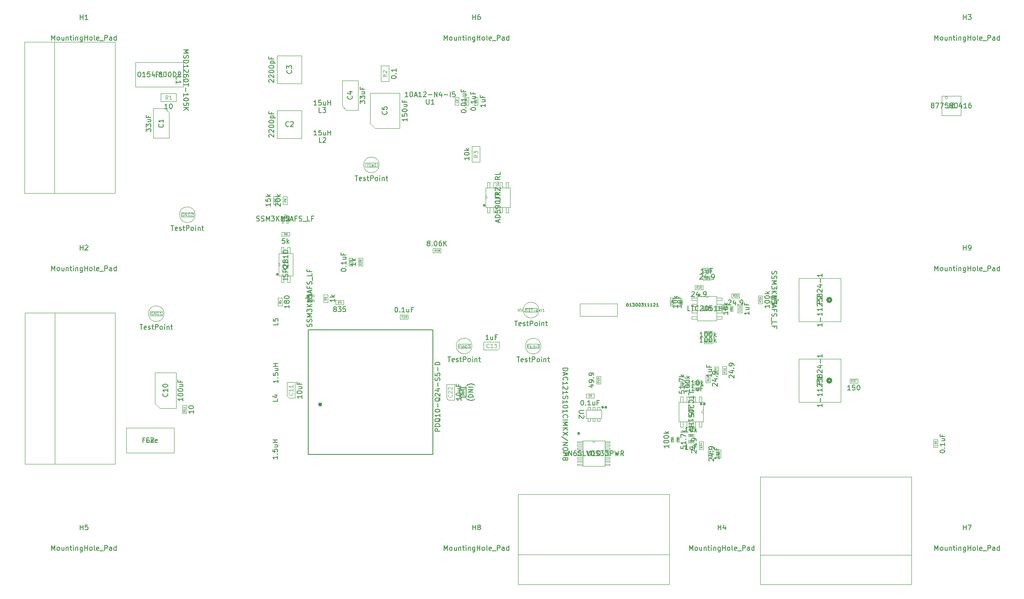
<source format=gbr>
%TF.GenerationSoftware,KiCad,Pcbnew,9.0.3*%
%TF.CreationDate,2025-09-16T12:03:33-04:00*%
%TF.ProjectId,6_COLD_TPC_HV,365f434f-4c44-45f5-9450-435f48562e6b,rev?*%
%TF.SameCoordinates,Original*%
%TF.FileFunction,AssemblyDrawing,Top*%
%FSLAX46Y46*%
G04 Gerber Fmt 4.6, Leading zero omitted, Abs format (unit mm)*
G04 Created by KiCad (PCBNEW 9.0.3) date 2025-09-16 12:03:33*
%MOMM*%
%LPD*%
G01*
G04 APERTURE LIST*
%ADD10C,0.150000*%
%ADD11C,0.060000*%
%ADD12C,0.040000*%
%ADD13C,0.090000*%
%ADD14C,0.120000*%
%ADD15C,0.080000*%
%ADD16C,0.100000*%
%ADD17C,0.025400*%
%ADD18C,0.508000*%
%ADD19C,0.127000*%
%ADD20C,0.400000*%
G04 APERTURE END LIST*
D10*
X217465057Y-148429989D02*
X217417438Y-148382370D01*
X217417438Y-148382370D02*
X217369819Y-148287132D01*
X217369819Y-148287132D02*
X217369819Y-148049037D01*
X217369819Y-148049037D02*
X217417438Y-147953799D01*
X217417438Y-147953799D02*
X217465057Y-147906180D01*
X217465057Y-147906180D02*
X217560295Y-147858561D01*
X217560295Y-147858561D02*
X217655533Y-147858561D01*
X217655533Y-147858561D02*
X217798390Y-147906180D01*
X217798390Y-147906180D02*
X218369819Y-148477608D01*
X218369819Y-148477608D02*
X218369819Y-147858561D01*
X217703152Y-147001418D02*
X218369819Y-147001418D01*
X217322200Y-147239513D02*
X218036485Y-147477608D01*
X218036485Y-147477608D02*
X218036485Y-146858561D01*
X218274580Y-146477608D02*
X218322200Y-146429989D01*
X218322200Y-146429989D02*
X218369819Y-146477608D01*
X218369819Y-146477608D02*
X218322200Y-146525227D01*
X218322200Y-146525227D02*
X218274580Y-146477608D01*
X218274580Y-146477608D02*
X218369819Y-146477608D01*
X218369819Y-145953799D02*
X218369819Y-145763323D01*
X218369819Y-145763323D02*
X218322200Y-145668085D01*
X218322200Y-145668085D02*
X218274580Y-145620466D01*
X218274580Y-145620466D02*
X218131723Y-145525228D01*
X218131723Y-145525228D02*
X217941247Y-145477609D01*
X217941247Y-145477609D02*
X217560295Y-145477609D01*
X217560295Y-145477609D02*
X217465057Y-145525228D01*
X217465057Y-145525228D02*
X217417438Y-145572847D01*
X217417438Y-145572847D02*
X217369819Y-145668085D01*
X217369819Y-145668085D02*
X217369819Y-145858561D01*
X217369819Y-145858561D02*
X217417438Y-145953799D01*
X217417438Y-145953799D02*
X217465057Y-146001418D01*
X217465057Y-146001418D02*
X217560295Y-146049037D01*
X217560295Y-146049037D02*
X217798390Y-146049037D01*
X217798390Y-146049037D02*
X217893628Y-146001418D01*
X217893628Y-146001418D02*
X217941247Y-145953799D01*
X217941247Y-145953799D02*
X217988866Y-145858561D01*
X217988866Y-145858561D02*
X217988866Y-145668085D01*
X217988866Y-145668085D02*
X217941247Y-145572847D01*
X217941247Y-145572847D02*
X217893628Y-145525228D01*
X217893628Y-145525228D02*
X217798390Y-145477609D01*
D11*
X219526927Y-147210942D02*
X219336451Y-147344275D01*
X219526927Y-147439513D02*
X219126927Y-147439513D01*
X219126927Y-147439513D02*
X219126927Y-147287132D01*
X219126927Y-147287132D02*
X219145975Y-147249037D01*
X219145975Y-147249037D02*
X219165022Y-147229990D01*
X219165022Y-147229990D02*
X219203118Y-147210942D01*
X219203118Y-147210942D02*
X219260260Y-147210942D01*
X219260260Y-147210942D02*
X219298356Y-147229990D01*
X219298356Y-147229990D02*
X219317403Y-147249037D01*
X219317403Y-147249037D02*
X219336451Y-147287132D01*
X219336451Y-147287132D02*
X219336451Y-147439513D01*
X219126927Y-147077609D02*
X219126927Y-146829990D01*
X219126927Y-146829990D02*
X219279308Y-146963323D01*
X219279308Y-146963323D02*
X219279308Y-146906180D01*
X219279308Y-146906180D02*
X219298356Y-146868085D01*
X219298356Y-146868085D02*
X219317403Y-146849037D01*
X219317403Y-146849037D02*
X219355499Y-146829990D01*
X219355499Y-146829990D02*
X219450737Y-146829990D01*
X219450737Y-146829990D02*
X219488832Y-146849037D01*
X219488832Y-146849037D02*
X219507880Y-146868085D01*
X219507880Y-146868085D02*
X219526927Y-146906180D01*
X219526927Y-146906180D02*
X219526927Y-147020466D01*
X219526927Y-147020466D02*
X219507880Y-147058561D01*
X219507880Y-147058561D02*
X219488832Y-147077609D01*
X219126927Y-146487133D02*
X219126927Y-146563323D01*
X219126927Y-146563323D02*
X219145975Y-146601419D01*
X219145975Y-146601419D02*
X219165022Y-146620466D01*
X219165022Y-146620466D02*
X219222165Y-146658561D01*
X219222165Y-146658561D02*
X219298356Y-146677609D01*
X219298356Y-146677609D02*
X219450737Y-146677609D01*
X219450737Y-146677609D02*
X219488832Y-146658561D01*
X219488832Y-146658561D02*
X219507880Y-146639514D01*
X219507880Y-146639514D02*
X219526927Y-146601419D01*
X219526927Y-146601419D02*
X219526927Y-146525228D01*
X219526927Y-146525228D02*
X219507880Y-146487133D01*
X219507880Y-146487133D02*
X219488832Y-146468085D01*
X219488832Y-146468085D02*
X219450737Y-146449038D01*
X219450737Y-146449038D02*
X219355499Y-146449038D01*
X219355499Y-146449038D02*
X219317403Y-146468085D01*
X219317403Y-146468085D02*
X219298356Y-146487133D01*
X219298356Y-146487133D02*
X219279308Y-146525228D01*
X219279308Y-146525228D02*
X219279308Y-146601419D01*
X219279308Y-146601419D02*
X219298356Y-146639514D01*
X219298356Y-146639514D02*
X219317403Y-146658561D01*
X219317403Y-146658561D02*
X219355499Y-146677609D01*
D10*
X211679819Y-145430942D02*
X211679819Y-145907132D01*
X211679819Y-145907132D02*
X212156009Y-145954751D01*
X212156009Y-145954751D02*
X212108390Y-145907132D01*
X212108390Y-145907132D02*
X212060771Y-145811894D01*
X212060771Y-145811894D02*
X212060771Y-145573799D01*
X212060771Y-145573799D02*
X212108390Y-145478561D01*
X212108390Y-145478561D02*
X212156009Y-145430942D01*
X212156009Y-145430942D02*
X212251247Y-145383323D01*
X212251247Y-145383323D02*
X212489342Y-145383323D01*
X212489342Y-145383323D02*
X212584580Y-145430942D01*
X212584580Y-145430942D02*
X212632200Y-145478561D01*
X212632200Y-145478561D02*
X212679819Y-145573799D01*
X212679819Y-145573799D02*
X212679819Y-145811894D01*
X212679819Y-145811894D02*
X212632200Y-145907132D01*
X212632200Y-145907132D02*
X212584580Y-145954751D01*
X212679819Y-144430942D02*
X212679819Y-145002370D01*
X212679819Y-144716656D02*
X211679819Y-144716656D01*
X211679819Y-144716656D02*
X211822676Y-144811894D01*
X211822676Y-144811894D02*
X211917914Y-144907132D01*
X211917914Y-144907132D02*
X211965533Y-145002370D01*
X212584580Y-144002370D02*
X212632200Y-143954751D01*
X212632200Y-143954751D02*
X212679819Y-144002370D01*
X212679819Y-144002370D02*
X212632200Y-144049989D01*
X212632200Y-144049989D02*
X212584580Y-144002370D01*
X212584580Y-144002370D02*
X212679819Y-144002370D01*
X211679819Y-143621418D02*
X211679819Y-142954752D01*
X211679819Y-142954752D02*
X212679819Y-143383323D01*
X212679819Y-142573799D02*
X211679819Y-142573799D01*
X212298866Y-142478561D02*
X212679819Y-142192847D01*
X212013152Y-142192847D02*
X212394104Y-142573799D01*
D12*
X211173200Y-144240942D02*
X211049391Y-144327609D01*
X211173200Y-144389514D02*
X210913200Y-144389514D01*
X210913200Y-144389514D02*
X210913200Y-144290466D01*
X210913200Y-144290466D02*
X210925581Y-144265704D01*
X210925581Y-144265704D02*
X210937962Y-144253323D01*
X210937962Y-144253323D02*
X210962724Y-144240942D01*
X210962724Y-144240942D02*
X210999867Y-144240942D01*
X210999867Y-144240942D02*
X211024629Y-144253323D01*
X211024629Y-144253323D02*
X211037010Y-144265704D01*
X211037010Y-144265704D02*
X211049391Y-144290466D01*
X211049391Y-144290466D02*
X211049391Y-144389514D01*
X210937962Y-144141895D02*
X210925581Y-144129514D01*
X210925581Y-144129514D02*
X210913200Y-144104752D01*
X210913200Y-144104752D02*
X210913200Y-144042847D01*
X210913200Y-144042847D02*
X210925581Y-144018085D01*
X210925581Y-144018085D02*
X210937962Y-144005704D01*
X210937962Y-144005704D02*
X210962724Y-143993323D01*
X210962724Y-143993323D02*
X210987486Y-143993323D01*
X210987486Y-143993323D02*
X211024629Y-144005704D01*
X211024629Y-144005704D02*
X211173200Y-144154276D01*
X211173200Y-144154276D02*
X211173200Y-143993323D01*
X210913200Y-143758085D02*
X210913200Y-143881895D01*
X210913200Y-143881895D02*
X211037010Y-143894276D01*
X211037010Y-143894276D02*
X211024629Y-143881895D01*
X211024629Y-143881895D02*
X211012248Y-143857133D01*
X211012248Y-143857133D02*
X211012248Y-143795228D01*
X211012248Y-143795228D02*
X211024629Y-143770466D01*
X211024629Y-143770466D02*
X211037010Y-143758085D01*
X211037010Y-143758085D02*
X211061772Y-143745704D01*
X211061772Y-143745704D02*
X211123677Y-143745704D01*
X211123677Y-143745704D02*
X211148439Y-143758085D01*
X211148439Y-143758085D02*
X211160820Y-143770466D01*
X211160820Y-143770466D02*
X211173200Y-143795228D01*
X211173200Y-143795228D02*
X211173200Y-143857133D01*
X211173200Y-143857133D02*
X211160820Y-143881895D01*
X211160820Y-143881895D02*
X211148439Y-143894276D01*
D10*
X101396666Y-120614819D02*
X101968094Y-120614819D01*
X101682380Y-121614819D02*
X101682380Y-120614819D01*
X102682380Y-121567200D02*
X102587142Y-121614819D01*
X102587142Y-121614819D02*
X102396666Y-121614819D01*
X102396666Y-121614819D02*
X102301428Y-121567200D01*
X102301428Y-121567200D02*
X102253809Y-121471961D01*
X102253809Y-121471961D02*
X102253809Y-121091009D01*
X102253809Y-121091009D02*
X102301428Y-120995771D01*
X102301428Y-120995771D02*
X102396666Y-120948152D01*
X102396666Y-120948152D02*
X102587142Y-120948152D01*
X102587142Y-120948152D02*
X102682380Y-120995771D01*
X102682380Y-120995771D02*
X102729999Y-121091009D01*
X102729999Y-121091009D02*
X102729999Y-121186247D01*
X102729999Y-121186247D02*
X102253809Y-121281485D01*
X103110952Y-121567200D02*
X103206190Y-121614819D01*
X103206190Y-121614819D02*
X103396666Y-121614819D01*
X103396666Y-121614819D02*
X103491904Y-121567200D01*
X103491904Y-121567200D02*
X103539523Y-121471961D01*
X103539523Y-121471961D02*
X103539523Y-121424342D01*
X103539523Y-121424342D02*
X103491904Y-121329104D01*
X103491904Y-121329104D02*
X103396666Y-121281485D01*
X103396666Y-121281485D02*
X103253809Y-121281485D01*
X103253809Y-121281485D02*
X103158571Y-121233866D01*
X103158571Y-121233866D02*
X103110952Y-121138628D01*
X103110952Y-121138628D02*
X103110952Y-121091009D01*
X103110952Y-121091009D02*
X103158571Y-120995771D01*
X103158571Y-120995771D02*
X103253809Y-120948152D01*
X103253809Y-120948152D02*
X103396666Y-120948152D01*
X103396666Y-120948152D02*
X103491904Y-120995771D01*
X103825238Y-120948152D02*
X104206190Y-120948152D01*
X103968095Y-120614819D02*
X103968095Y-121471961D01*
X103968095Y-121471961D02*
X104015714Y-121567200D01*
X104015714Y-121567200D02*
X104110952Y-121614819D01*
X104110952Y-121614819D02*
X104206190Y-121614819D01*
X104539524Y-121614819D02*
X104539524Y-120614819D01*
X104539524Y-120614819D02*
X104920476Y-120614819D01*
X104920476Y-120614819D02*
X105015714Y-120662438D01*
X105015714Y-120662438D02*
X105063333Y-120710057D01*
X105063333Y-120710057D02*
X105110952Y-120805295D01*
X105110952Y-120805295D02*
X105110952Y-120948152D01*
X105110952Y-120948152D02*
X105063333Y-121043390D01*
X105063333Y-121043390D02*
X105015714Y-121091009D01*
X105015714Y-121091009D02*
X104920476Y-121138628D01*
X104920476Y-121138628D02*
X104539524Y-121138628D01*
X105682381Y-121614819D02*
X105587143Y-121567200D01*
X105587143Y-121567200D02*
X105539524Y-121519580D01*
X105539524Y-121519580D02*
X105491905Y-121424342D01*
X105491905Y-121424342D02*
X105491905Y-121138628D01*
X105491905Y-121138628D02*
X105539524Y-121043390D01*
X105539524Y-121043390D02*
X105587143Y-120995771D01*
X105587143Y-120995771D02*
X105682381Y-120948152D01*
X105682381Y-120948152D02*
X105825238Y-120948152D01*
X105825238Y-120948152D02*
X105920476Y-120995771D01*
X105920476Y-120995771D02*
X105968095Y-121043390D01*
X105968095Y-121043390D02*
X106015714Y-121138628D01*
X106015714Y-121138628D02*
X106015714Y-121424342D01*
X106015714Y-121424342D02*
X105968095Y-121519580D01*
X105968095Y-121519580D02*
X105920476Y-121567200D01*
X105920476Y-121567200D02*
X105825238Y-121614819D01*
X105825238Y-121614819D02*
X105682381Y-121614819D01*
X106444286Y-121614819D02*
X106444286Y-120948152D01*
X106444286Y-120614819D02*
X106396667Y-120662438D01*
X106396667Y-120662438D02*
X106444286Y-120710057D01*
X106444286Y-120710057D02*
X106491905Y-120662438D01*
X106491905Y-120662438D02*
X106444286Y-120614819D01*
X106444286Y-120614819D02*
X106444286Y-120710057D01*
X106920476Y-120948152D02*
X106920476Y-121614819D01*
X106920476Y-121043390D02*
X106968095Y-120995771D01*
X106968095Y-120995771D02*
X107063333Y-120948152D01*
X107063333Y-120948152D02*
X107206190Y-120948152D01*
X107206190Y-120948152D02*
X107301428Y-120995771D01*
X107301428Y-120995771D02*
X107349047Y-121091009D01*
X107349047Y-121091009D02*
X107349047Y-121614819D01*
X107682381Y-120948152D02*
X108063333Y-120948152D01*
X107825238Y-120614819D02*
X107825238Y-121471961D01*
X107825238Y-121471961D02*
X107872857Y-121567200D01*
X107872857Y-121567200D02*
X107968095Y-121614819D01*
X107968095Y-121614819D02*
X108063333Y-121614819D01*
D13*
X103987142Y-118111462D02*
X103930000Y-118082891D01*
X103930000Y-118082891D02*
X103844285Y-118082891D01*
X103844285Y-118082891D02*
X103758571Y-118111462D01*
X103758571Y-118111462D02*
X103701428Y-118168605D01*
X103701428Y-118168605D02*
X103672857Y-118225748D01*
X103672857Y-118225748D02*
X103644285Y-118340034D01*
X103644285Y-118340034D02*
X103644285Y-118425748D01*
X103644285Y-118425748D02*
X103672857Y-118540034D01*
X103672857Y-118540034D02*
X103701428Y-118597177D01*
X103701428Y-118597177D02*
X103758571Y-118654320D01*
X103758571Y-118654320D02*
X103844285Y-118682891D01*
X103844285Y-118682891D02*
X103901428Y-118682891D01*
X103901428Y-118682891D02*
X103987142Y-118654320D01*
X103987142Y-118654320D02*
X104015714Y-118625748D01*
X104015714Y-118625748D02*
X104015714Y-118425748D01*
X104015714Y-118425748D02*
X103901428Y-118425748D01*
X104272857Y-118682891D02*
X104272857Y-118082891D01*
X104272857Y-118082891D02*
X104615714Y-118682891D01*
X104615714Y-118682891D02*
X104615714Y-118082891D01*
X104901428Y-118682891D02*
X104901428Y-118082891D01*
X104901428Y-118082891D02*
X105044285Y-118082891D01*
X105044285Y-118082891D02*
X105129999Y-118111462D01*
X105129999Y-118111462D02*
X105187142Y-118168605D01*
X105187142Y-118168605D02*
X105215713Y-118225748D01*
X105215713Y-118225748D02*
X105244285Y-118340034D01*
X105244285Y-118340034D02*
X105244285Y-118425748D01*
X105244285Y-118425748D02*
X105215713Y-118540034D01*
X105215713Y-118540034D02*
X105187142Y-118597177D01*
X105187142Y-118597177D02*
X105129999Y-118654320D01*
X105129999Y-118654320D02*
X105044285Y-118682891D01*
X105044285Y-118682891D02*
X104901428Y-118682891D01*
X105815713Y-118682891D02*
X105472856Y-118682891D01*
X105644285Y-118682891D02*
X105644285Y-118082891D01*
X105644285Y-118082891D02*
X105587142Y-118168605D01*
X105587142Y-118168605D02*
X105529999Y-118225748D01*
X105529999Y-118225748D02*
X105472856Y-118254320D01*
D10*
X134414819Y-135071428D02*
X134414819Y-135642856D01*
X134414819Y-135357142D02*
X133414819Y-135357142D01*
X133414819Y-135357142D02*
X133557676Y-135452380D01*
X133557676Y-135452380D02*
X133652914Y-135547618D01*
X133652914Y-135547618D02*
X133700533Y-135642856D01*
X133414819Y-134452380D02*
X133414819Y-134357142D01*
X133414819Y-134357142D02*
X133462438Y-134261904D01*
X133462438Y-134261904D02*
X133510057Y-134214285D01*
X133510057Y-134214285D02*
X133605295Y-134166666D01*
X133605295Y-134166666D02*
X133795771Y-134119047D01*
X133795771Y-134119047D02*
X134033866Y-134119047D01*
X134033866Y-134119047D02*
X134224342Y-134166666D01*
X134224342Y-134166666D02*
X134319580Y-134214285D01*
X134319580Y-134214285D02*
X134367200Y-134261904D01*
X134367200Y-134261904D02*
X134414819Y-134357142D01*
X134414819Y-134357142D02*
X134414819Y-134452380D01*
X134414819Y-134452380D02*
X134367200Y-134547618D01*
X134367200Y-134547618D02*
X134319580Y-134595237D01*
X134319580Y-134595237D02*
X134224342Y-134642856D01*
X134224342Y-134642856D02*
X134033866Y-134690475D01*
X134033866Y-134690475D02*
X133795771Y-134690475D01*
X133795771Y-134690475D02*
X133605295Y-134642856D01*
X133605295Y-134642856D02*
X133510057Y-134595237D01*
X133510057Y-134595237D02*
X133462438Y-134547618D01*
X133462438Y-134547618D02*
X133414819Y-134452380D01*
X133748152Y-133261904D02*
X134414819Y-133261904D01*
X133748152Y-133690475D02*
X134271961Y-133690475D01*
X134271961Y-133690475D02*
X134367200Y-133642856D01*
X134367200Y-133642856D02*
X134414819Y-133547618D01*
X134414819Y-133547618D02*
X134414819Y-133404761D01*
X134414819Y-133404761D02*
X134367200Y-133309523D01*
X134367200Y-133309523D02*
X134319580Y-133261904D01*
X133891009Y-132452380D02*
X133891009Y-132785713D01*
X134414819Y-132785713D02*
X133414819Y-132785713D01*
X133414819Y-132785713D02*
X133414819Y-132309523D01*
D14*
X132497664Y-134514285D02*
X132535760Y-134552381D01*
X132535760Y-134552381D02*
X132573855Y-134666666D01*
X132573855Y-134666666D02*
X132573855Y-134742857D01*
X132573855Y-134742857D02*
X132535760Y-134857143D01*
X132535760Y-134857143D02*
X132459569Y-134933333D01*
X132459569Y-134933333D02*
X132383379Y-134971428D01*
X132383379Y-134971428D02*
X132230998Y-135009524D01*
X132230998Y-135009524D02*
X132116712Y-135009524D01*
X132116712Y-135009524D02*
X131964331Y-134971428D01*
X131964331Y-134971428D02*
X131888140Y-134933333D01*
X131888140Y-134933333D02*
X131811950Y-134857143D01*
X131811950Y-134857143D02*
X131773855Y-134742857D01*
X131773855Y-134742857D02*
X131773855Y-134666666D01*
X131773855Y-134666666D02*
X131811950Y-134552381D01*
X131811950Y-134552381D02*
X131850045Y-134514285D01*
X132573855Y-133752381D02*
X132573855Y-134209524D01*
X132573855Y-133980952D02*
X131773855Y-133980952D01*
X131773855Y-133980952D02*
X131888140Y-134057143D01*
X131888140Y-134057143D02*
X131964331Y-134133333D01*
X131964331Y-134133333D02*
X132002426Y-134209524D01*
X132573855Y-132990476D02*
X132573855Y-133447619D01*
X132573855Y-133219047D02*
X131773855Y-133219047D01*
X131773855Y-133219047D02*
X131888140Y-133295238D01*
X131888140Y-133295238D02*
X131964331Y-133371428D01*
X131964331Y-133371428D02*
X132002426Y-133447619D01*
D10*
X221555057Y-131469989D02*
X221507438Y-131422370D01*
X221507438Y-131422370D02*
X221459819Y-131327132D01*
X221459819Y-131327132D02*
X221459819Y-131089037D01*
X221459819Y-131089037D02*
X221507438Y-130993799D01*
X221507438Y-130993799D02*
X221555057Y-130946180D01*
X221555057Y-130946180D02*
X221650295Y-130898561D01*
X221650295Y-130898561D02*
X221745533Y-130898561D01*
X221745533Y-130898561D02*
X221888390Y-130946180D01*
X221888390Y-130946180D02*
X222459819Y-131517608D01*
X222459819Y-131517608D02*
X222459819Y-130898561D01*
X221793152Y-130041418D02*
X222459819Y-130041418D01*
X221412200Y-130279513D02*
X222126485Y-130517608D01*
X222126485Y-130517608D02*
X222126485Y-129898561D01*
X222364580Y-129517608D02*
X222412200Y-129469989D01*
X222412200Y-129469989D02*
X222459819Y-129517608D01*
X222459819Y-129517608D02*
X222412200Y-129565227D01*
X222412200Y-129565227D02*
X222364580Y-129517608D01*
X222364580Y-129517608D02*
X222459819Y-129517608D01*
X222459819Y-128993799D02*
X222459819Y-128803323D01*
X222459819Y-128803323D02*
X222412200Y-128708085D01*
X222412200Y-128708085D02*
X222364580Y-128660466D01*
X222364580Y-128660466D02*
X222221723Y-128565228D01*
X222221723Y-128565228D02*
X222031247Y-128517609D01*
X222031247Y-128517609D02*
X221650295Y-128517609D01*
X221650295Y-128517609D02*
X221555057Y-128565228D01*
X221555057Y-128565228D02*
X221507438Y-128612847D01*
X221507438Y-128612847D02*
X221459819Y-128708085D01*
X221459819Y-128708085D02*
X221459819Y-128898561D01*
X221459819Y-128898561D02*
X221507438Y-128993799D01*
X221507438Y-128993799D02*
X221555057Y-129041418D01*
X221555057Y-129041418D02*
X221650295Y-129089037D01*
X221650295Y-129089037D02*
X221888390Y-129089037D01*
X221888390Y-129089037D02*
X221983628Y-129041418D01*
X221983628Y-129041418D02*
X222031247Y-128993799D01*
X222031247Y-128993799D02*
X222078866Y-128898561D01*
X222078866Y-128898561D02*
X222078866Y-128708085D01*
X222078866Y-128708085D02*
X222031247Y-128612847D01*
X222031247Y-128612847D02*
X221983628Y-128565228D01*
X221983628Y-128565228D02*
X221888390Y-128517609D01*
D11*
X220756927Y-130250942D02*
X220566451Y-130384275D01*
X220756927Y-130479513D02*
X220356927Y-130479513D01*
X220356927Y-130479513D02*
X220356927Y-130327132D01*
X220356927Y-130327132D02*
X220375975Y-130289037D01*
X220375975Y-130289037D02*
X220395022Y-130269990D01*
X220395022Y-130269990D02*
X220433118Y-130250942D01*
X220433118Y-130250942D02*
X220490260Y-130250942D01*
X220490260Y-130250942D02*
X220528356Y-130269990D01*
X220528356Y-130269990D02*
X220547403Y-130289037D01*
X220547403Y-130289037D02*
X220566451Y-130327132D01*
X220566451Y-130327132D02*
X220566451Y-130479513D01*
X220395022Y-130098561D02*
X220375975Y-130079513D01*
X220375975Y-130079513D02*
X220356927Y-130041418D01*
X220356927Y-130041418D02*
X220356927Y-129946180D01*
X220356927Y-129946180D02*
X220375975Y-129908085D01*
X220375975Y-129908085D02*
X220395022Y-129889037D01*
X220395022Y-129889037D02*
X220433118Y-129869990D01*
X220433118Y-129869990D02*
X220471213Y-129869990D01*
X220471213Y-129869990D02*
X220528356Y-129889037D01*
X220528356Y-129889037D02*
X220756927Y-130117609D01*
X220756927Y-130117609D02*
X220756927Y-129869990D01*
X220756927Y-129489038D02*
X220756927Y-129717609D01*
X220756927Y-129603323D02*
X220356927Y-129603323D01*
X220356927Y-129603323D02*
X220414070Y-129641419D01*
X220414070Y-129641419D02*
X220452165Y-129679514D01*
X220452165Y-129679514D02*
X220471213Y-129717609D01*
D10*
X263428571Y-62654819D02*
X263428571Y-61654819D01*
X263428571Y-61654819D02*
X263761904Y-62369104D01*
X263761904Y-62369104D02*
X264095237Y-61654819D01*
X264095237Y-61654819D02*
X264095237Y-62654819D01*
X264714285Y-62654819D02*
X264619047Y-62607200D01*
X264619047Y-62607200D02*
X264571428Y-62559580D01*
X264571428Y-62559580D02*
X264523809Y-62464342D01*
X264523809Y-62464342D02*
X264523809Y-62178628D01*
X264523809Y-62178628D02*
X264571428Y-62083390D01*
X264571428Y-62083390D02*
X264619047Y-62035771D01*
X264619047Y-62035771D02*
X264714285Y-61988152D01*
X264714285Y-61988152D02*
X264857142Y-61988152D01*
X264857142Y-61988152D02*
X264952380Y-62035771D01*
X264952380Y-62035771D02*
X264999999Y-62083390D01*
X264999999Y-62083390D02*
X265047618Y-62178628D01*
X265047618Y-62178628D02*
X265047618Y-62464342D01*
X265047618Y-62464342D02*
X264999999Y-62559580D01*
X264999999Y-62559580D02*
X264952380Y-62607200D01*
X264952380Y-62607200D02*
X264857142Y-62654819D01*
X264857142Y-62654819D02*
X264714285Y-62654819D01*
X265904761Y-61988152D02*
X265904761Y-62654819D01*
X265476190Y-61988152D02*
X265476190Y-62511961D01*
X265476190Y-62511961D02*
X265523809Y-62607200D01*
X265523809Y-62607200D02*
X265619047Y-62654819D01*
X265619047Y-62654819D02*
X265761904Y-62654819D01*
X265761904Y-62654819D02*
X265857142Y-62607200D01*
X265857142Y-62607200D02*
X265904761Y-62559580D01*
X266380952Y-61988152D02*
X266380952Y-62654819D01*
X266380952Y-62083390D02*
X266428571Y-62035771D01*
X266428571Y-62035771D02*
X266523809Y-61988152D01*
X266523809Y-61988152D02*
X266666666Y-61988152D01*
X266666666Y-61988152D02*
X266761904Y-62035771D01*
X266761904Y-62035771D02*
X266809523Y-62131009D01*
X266809523Y-62131009D02*
X266809523Y-62654819D01*
X267142857Y-61988152D02*
X267523809Y-61988152D01*
X267285714Y-61654819D02*
X267285714Y-62511961D01*
X267285714Y-62511961D02*
X267333333Y-62607200D01*
X267333333Y-62607200D02*
X267428571Y-62654819D01*
X267428571Y-62654819D02*
X267523809Y-62654819D01*
X267857143Y-62654819D02*
X267857143Y-61988152D01*
X267857143Y-61654819D02*
X267809524Y-61702438D01*
X267809524Y-61702438D02*
X267857143Y-61750057D01*
X267857143Y-61750057D02*
X267904762Y-61702438D01*
X267904762Y-61702438D02*
X267857143Y-61654819D01*
X267857143Y-61654819D02*
X267857143Y-61750057D01*
X268333333Y-61988152D02*
X268333333Y-62654819D01*
X268333333Y-62083390D02*
X268380952Y-62035771D01*
X268380952Y-62035771D02*
X268476190Y-61988152D01*
X268476190Y-61988152D02*
X268619047Y-61988152D01*
X268619047Y-61988152D02*
X268714285Y-62035771D01*
X268714285Y-62035771D02*
X268761904Y-62131009D01*
X268761904Y-62131009D02*
X268761904Y-62654819D01*
X269666666Y-61988152D02*
X269666666Y-62797676D01*
X269666666Y-62797676D02*
X269619047Y-62892914D01*
X269619047Y-62892914D02*
X269571428Y-62940533D01*
X269571428Y-62940533D02*
X269476190Y-62988152D01*
X269476190Y-62988152D02*
X269333333Y-62988152D01*
X269333333Y-62988152D02*
X269238095Y-62940533D01*
X269666666Y-62607200D02*
X269571428Y-62654819D01*
X269571428Y-62654819D02*
X269380952Y-62654819D01*
X269380952Y-62654819D02*
X269285714Y-62607200D01*
X269285714Y-62607200D02*
X269238095Y-62559580D01*
X269238095Y-62559580D02*
X269190476Y-62464342D01*
X269190476Y-62464342D02*
X269190476Y-62178628D01*
X269190476Y-62178628D02*
X269238095Y-62083390D01*
X269238095Y-62083390D02*
X269285714Y-62035771D01*
X269285714Y-62035771D02*
X269380952Y-61988152D01*
X269380952Y-61988152D02*
X269571428Y-61988152D01*
X269571428Y-61988152D02*
X269666666Y-62035771D01*
X270142857Y-62654819D02*
X270142857Y-61654819D01*
X270142857Y-62131009D02*
X270714285Y-62131009D01*
X270714285Y-62654819D02*
X270714285Y-61654819D01*
X271333333Y-62654819D02*
X271238095Y-62607200D01*
X271238095Y-62607200D02*
X271190476Y-62559580D01*
X271190476Y-62559580D02*
X271142857Y-62464342D01*
X271142857Y-62464342D02*
X271142857Y-62178628D01*
X271142857Y-62178628D02*
X271190476Y-62083390D01*
X271190476Y-62083390D02*
X271238095Y-62035771D01*
X271238095Y-62035771D02*
X271333333Y-61988152D01*
X271333333Y-61988152D02*
X271476190Y-61988152D01*
X271476190Y-61988152D02*
X271571428Y-62035771D01*
X271571428Y-62035771D02*
X271619047Y-62083390D01*
X271619047Y-62083390D02*
X271666666Y-62178628D01*
X271666666Y-62178628D02*
X271666666Y-62464342D01*
X271666666Y-62464342D02*
X271619047Y-62559580D01*
X271619047Y-62559580D02*
X271571428Y-62607200D01*
X271571428Y-62607200D02*
X271476190Y-62654819D01*
X271476190Y-62654819D02*
X271333333Y-62654819D01*
X272238095Y-62654819D02*
X272142857Y-62607200D01*
X272142857Y-62607200D02*
X272095238Y-62511961D01*
X272095238Y-62511961D02*
X272095238Y-61654819D01*
X273000000Y-62607200D02*
X272904762Y-62654819D01*
X272904762Y-62654819D02*
X272714286Y-62654819D01*
X272714286Y-62654819D02*
X272619048Y-62607200D01*
X272619048Y-62607200D02*
X272571429Y-62511961D01*
X272571429Y-62511961D02*
X272571429Y-62131009D01*
X272571429Y-62131009D02*
X272619048Y-62035771D01*
X272619048Y-62035771D02*
X272714286Y-61988152D01*
X272714286Y-61988152D02*
X272904762Y-61988152D01*
X272904762Y-61988152D02*
X273000000Y-62035771D01*
X273000000Y-62035771D02*
X273047619Y-62131009D01*
X273047619Y-62131009D02*
X273047619Y-62226247D01*
X273047619Y-62226247D02*
X272571429Y-62321485D01*
X273238096Y-62750057D02*
X274000000Y-62750057D01*
X274238096Y-62654819D02*
X274238096Y-61654819D01*
X274238096Y-61654819D02*
X274619048Y-61654819D01*
X274619048Y-61654819D02*
X274714286Y-61702438D01*
X274714286Y-61702438D02*
X274761905Y-61750057D01*
X274761905Y-61750057D02*
X274809524Y-61845295D01*
X274809524Y-61845295D02*
X274809524Y-61988152D01*
X274809524Y-61988152D02*
X274761905Y-62083390D01*
X274761905Y-62083390D02*
X274714286Y-62131009D01*
X274714286Y-62131009D02*
X274619048Y-62178628D01*
X274619048Y-62178628D02*
X274238096Y-62178628D01*
X275666667Y-62654819D02*
X275666667Y-62131009D01*
X275666667Y-62131009D02*
X275619048Y-62035771D01*
X275619048Y-62035771D02*
X275523810Y-61988152D01*
X275523810Y-61988152D02*
X275333334Y-61988152D01*
X275333334Y-61988152D02*
X275238096Y-62035771D01*
X275666667Y-62607200D02*
X275571429Y-62654819D01*
X275571429Y-62654819D02*
X275333334Y-62654819D01*
X275333334Y-62654819D02*
X275238096Y-62607200D01*
X275238096Y-62607200D02*
X275190477Y-62511961D01*
X275190477Y-62511961D02*
X275190477Y-62416723D01*
X275190477Y-62416723D02*
X275238096Y-62321485D01*
X275238096Y-62321485D02*
X275333334Y-62273866D01*
X275333334Y-62273866D02*
X275571429Y-62273866D01*
X275571429Y-62273866D02*
X275666667Y-62226247D01*
X276571429Y-62654819D02*
X276571429Y-61654819D01*
X276571429Y-62607200D02*
X276476191Y-62654819D01*
X276476191Y-62654819D02*
X276285715Y-62654819D01*
X276285715Y-62654819D02*
X276190477Y-62607200D01*
X276190477Y-62607200D02*
X276142858Y-62559580D01*
X276142858Y-62559580D02*
X276095239Y-62464342D01*
X276095239Y-62464342D02*
X276095239Y-62178628D01*
X276095239Y-62178628D02*
X276142858Y-62083390D01*
X276142858Y-62083390D02*
X276190477Y-62035771D01*
X276190477Y-62035771D02*
X276285715Y-61988152D01*
X276285715Y-61988152D02*
X276476191Y-61988152D01*
X276476191Y-61988152D02*
X276571429Y-62035771D01*
X269238095Y-58454819D02*
X269238095Y-57454819D01*
X269238095Y-57931009D02*
X269809523Y-57931009D01*
X269809523Y-58454819D02*
X269809523Y-57454819D01*
X270190476Y-57454819D02*
X270809523Y-57454819D01*
X270809523Y-57454819D02*
X270476190Y-57835771D01*
X270476190Y-57835771D02*
X270619047Y-57835771D01*
X270619047Y-57835771D02*
X270714285Y-57883390D01*
X270714285Y-57883390D02*
X270761904Y-57931009D01*
X270761904Y-57931009D02*
X270809523Y-58026247D01*
X270809523Y-58026247D02*
X270809523Y-58264342D01*
X270809523Y-58264342D02*
X270761904Y-58359580D01*
X270761904Y-58359580D02*
X270714285Y-58407200D01*
X270714285Y-58407200D02*
X270619047Y-58454819D01*
X270619047Y-58454819D02*
X270333333Y-58454819D01*
X270333333Y-58454819D02*
X270238095Y-58407200D01*
X270238095Y-58407200D02*
X270190476Y-58359580D01*
X221254819Y-117975238D02*
X221254819Y-118546666D01*
X221254819Y-118260952D02*
X220254819Y-118260952D01*
X220254819Y-118260952D02*
X220397676Y-118356190D01*
X220397676Y-118356190D02*
X220492914Y-118451428D01*
X220492914Y-118451428D02*
X220540533Y-118546666D01*
X220254819Y-117356190D02*
X220254819Y-117260952D01*
X220254819Y-117260952D02*
X220302438Y-117165714D01*
X220302438Y-117165714D02*
X220350057Y-117118095D01*
X220350057Y-117118095D02*
X220445295Y-117070476D01*
X220445295Y-117070476D02*
X220635771Y-117022857D01*
X220635771Y-117022857D02*
X220873866Y-117022857D01*
X220873866Y-117022857D02*
X221064342Y-117070476D01*
X221064342Y-117070476D02*
X221159580Y-117118095D01*
X221159580Y-117118095D02*
X221207200Y-117165714D01*
X221207200Y-117165714D02*
X221254819Y-117260952D01*
X221254819Y-117260952D02*
X221254819Y-117356190D01*
X221254819Y-117356190D02*
X221207200Y-117451428D01*
X221207200Y-117451428D02*
X221159580Y-117499047D01*
X221159580Y-117499047D02*
X221064342Y-117546666D01*
X221064342Y-117546666D02*
X220873866Y-117594285D01*
X220873866Y-117594285D02*
X220635771Y-117594285D01*
X220635771Y-117594285D02*
X220445295Y-117546666D01*
X220445295Y-117546666D02*
X220350057Y-117499047D01*
X220350057Y-117499047D02*
X220302438Y-117451428D01*
X220302438Y-117451428D02*
X220254819Y-117356190D01*
X221254819Y-116594285D02*
X220254819Y-116594285D01*
X220873866Y-116499047D02*
X221254819Y-116213333D01*
X220588152Y-116213333D02*
X220969104Y-116594285D01*
D12*
X222088200Y-117547142D02*
X221964391Y-117633809D01*
X222088200Y-117695714D02*
X221828200Y-117695714D01*
X221828200Y-117695714D02*
X221828200Y-117596666D01*
X221828200Y-117596666D02*
X221840581Y-117571904D01*
X221840581Y-117571904D02*
X221852962Y-117559523D01*
X221852962Y-117559523D02*
X221877724Y-117547142D01*
X221877724Y-117547142D02*
X221914867Y-117547142D01*
X221914867Y-117547142D02*
X221939629Y-117559523D01*
X221939629Y-117559523D02*
X221952010Y-117571904D01*
X221952010Y-117571904D02*
X221964391Y-117596666D01*
X221964391Y-117596666D02*
X221964391Y-117695714D01*
X221828200Y-117460476D02*
X221828200Y-117299523D01*
X221828200Y-117299523D02*
X221927248Y-117386190D01*
X221927248Y-117386190D02*
X221927248Y-117349047D01*
X221927248Y-117349047D02*
X221939629Y-117324285D01*
X221939629Y-117324285D02*
X221952010Y-117311904D01*
X221952010Y-117311904D02*
X221976772Y-117299523D01*
X221976772Y-117299523D02*
X222038677Y-117299523D01*
X222038677Y-117299523D02*
X222063439Y-117311904D01*
X222063439Y-117311904D02*
X222075820Y-117324285D01*
X222075820Y-117324285D02*
X222088200Y-117349047D01*
X222088200Y-117349047D02*
X222088200Y-117423333D01*
X222088200Y-117423333D02*
X222075820Y-117448095D01*
X222075820Y-117448095D02*
X222063439Y-117460476D01*
X222088200Y-117051904D02*
X222088200Y-117200476D01*
X222088200Y-117126190D02*
X221828200Y-117126190D01*
X221828200Y-117126190D02*
X221865343Y-117150952D01*
X221865343Y-117150952D02*
X221890105Y-117175714D01*
X221890105Y-117175714D02*
X221902486Y-117200476D01*
D10*
X83428571Y-109654819D02*
X83428571Y-108654819D01*
X83428571Y-108654819D02*
X83761904Y-109369104D01*
X83761904Y-109369104D02*
X84095237Y-108654819D01*
X84095237Y-108654819D02*
X84095237Y-109654819D01*
X84714285Y-109654819D02*
X84619047Y-109607200D01*
X84619047Y-109607200D02*
X84571428Y-109559580D01*
X84571428Y-109559580D02*
X84523809Y-109464342D01*
X84523809Y-109464342D02*
X84523809Y-109178628D01*
X84523809Y-109178628D02*
X84571428Y-109083390D01*
X84571428Y-109083390D02*
X84619047Y-109035771D01*
X84619047Y-109035771D02*
X84714285Y-108988152D01*
X84714285Y-108988152D02*
X84857142Y-108988152D01*
X84857142Y-108988152D02*
X84952380Y-109035771D01*
X84952380Y-109035771D02*
X84999999Y-109083390D01*
X84999999Y-109083390D02*
X85047618Y-109178628D01*
X85047618Y-109178628D02*
X85047618Y-109464342D01*
X85047618Y-109464342D02*
X84999999Y-109559580D01*
X84999999Y-109559580D02*
X84952380Y-109607200D01*
X84952380Y-109607200D02*
X84857142Y-109654819D01*
X84857142Y-109654819D02*
X84714285Y-109654819D01*
X85904761Y-108988152D02*
X85904761Y-109654819D01*
X85476190Y-108988152D02*
X85476190Y-109511961D01*
X85476190Y-109511961D02*
X85523809Y-109607200D01*
X85523809Y-109607200D02*
X85619047Y-109654819D01*
X85619047Y-109654819D02*
X85761904Y-109654819D01*
X85761904Y-109654819D02*
X85857142Y-109607200D01*
X85857142Y-109607200D02*
X85904761Y-109559580D01*
X86380952Y-108988152D02*
X86380952Y-109654819D01*
X86380952Y-109083390D02*
X86428571Y-109035771D01*
X86428571Y-109035771D02*
X86523809Y-108988152D01*
X86523809Y-108988152D02*
X86666666Y-108988152D01*
X86666666Y-108988152D02*
X86761904Y-109035771D01*
X86761904Y-109035771D02*
X86809523Y-109131009D01*
X86809523Y-109131009D02*
X86809523Y-109654819D01*
X87142857Y-108988152D02*
X87523809Y-108988152D01*
X87285714Y-108654819D02*
X87285714Y-109511961D01*
X87285714Y-109511961D02*
X87333333Y-109607200D01*
X87333333Y-109607200D02*
X87428571Y-109654819D01*
X87428571Y-109654819D02*
X87523809Y-109654819D01*
X87857143Y-109654819D02*
X87857143Y-108988152D01*
X87857143Y-108654819D02*
X87809524Y-108702438D01*
X87809524Y-108702438D02*
X87857143Y-108750057D01*
X87857143Y-108750057D02*
X87904762Y-108702438D01*
X87904762Y-108702438D02*
X87857143Y-108654819D01*
X87857143Y-108654819D02*
X87857143Y-108750057D01*
X88333333Y-108988152D02*
X88333333Y-109654819D01*
X88333333Y-109083390D02*
X88380952Y-109035771D01*
X88380952Y-109035771D02*
X88476190Y-108988152D01*
X88476190Y-108988152D02*
X88619047Y-108988152D01*
X88619047Y-108988152D02*
X88714285Y-109035771D01*
X88714285Y-109035771D02*
X88761904Y-109131009D01*
X88761904Y-109131009D02*
X88761904Y-109654819D01*
X89666666Y-108988152D02*
X89666666Y-109797676D01*
X89666666Y-109797676D02*
X89619047Y-109892914D01*
X89619047Y-109892914D02*
X89571428Y-109940533D01*
X89571428Y-109940533D02*
X89476190Y-109988152D01*
X89476190Y-109988152D02*
X89333333Y-109988152D01*
X89333333Y-109988152D02*
X89238095Y-109940533D01*
X89666666Y-109607200D02*
X89571428Y-109654819D01*
X89571428Y-109654819D02*
X89380952Y-109654819D01*
X89380952Y-109654819D02*
X89285714Y-109607200D01*
X89285714Y-109607200D02*
X89238095Y-109559580D01*
X89238095Y-109559580D02*
X89190476Y-109464342D01*
X89190476Y-109464342D02*
X89190476Y-109178628D01*
X89190476Y-109178628D02*
X89238095Y-109083390D01*
X89238095Y-109083390D02*
X89285714Y-109035771D01*
X89285714Y-109035771D02*
X89380952Y-108988152D01*
X89380952Y-108988152D02*
X89571428Y-108988152D01*
X89571428Y-108988152D02*
X89666666Y-109035771D01*
X90142857Y-109654819D02*
X90142857Y-108654819D01*
X90142857Y-109131009D02*
X90714285Y-109131009D01*
X90714285Y-109654819D02*
X90714285Y-108654819D01*
X91333333Y-109654819D02*
X91238095Y-109607200D01*
X91238095Y-109607200D02*
X91190476Y-109559580D01*
X91190476Y-109559580D02*
X91142857Y-109464342D01*
X91142857Y-109464342D02*
X91142857Y-109178628D01*
X91142857Y-109178628D02*
X91190476Y-109083390D01*
X91190476Y-109083390D02*
X91238095Y-109035771D01*
X91238095Y-109035771D02*
X91333333Y-108988152D01*
X91333333Y-108988152D02*
X91476190Y-108988152D01*
X91476190Y-108988152D02*
X91571428Y-109035771D01*
X91571428Y-109035771D02*
X91619047Y-109083390D01*
X91619047Y-109083390D02*
X91666666Y-109178628D01*
X91666666Y-109178628D02*
X91666666Y-109464342D01*
X91666666Y-109464342D02*
X91619047Y-109559580D01*
X91619047Y-109559580D02*
X91571428Y-109607200D01*
X91571428Y-109607200D02*
X91476190Y-109654819D01*
X91476190Y-109654819D02*
X91333333Y-109654819D01*
X92238095Y-109654819D02*
X92142857Y-109607200D01*
X92142857Y-109607200D02*
X92095238Y-109511961D01*
X92095238Y-109511961D02*
X92095238Y-108654819D01*
X93000000Y-109607200D02*
X92904762Y-109654819D01*
X92904762Y-109654819D02*
X92714286Y-109654819D01*
X92714286Y-109654819D02*
X92619048Y-109607200D01*
X92619048Y-109607200D02*
X92571429Y-109511961D01*
X92571429Y-109511961D02*
X92571429Y-109131009D01*
X92571429Y-109131009D02*
X92619048Y-109035771D01*
X92619048Y-109035771D02*
X92714286Y-108988152D01*
X92714286Y-108988152D02*
X92904762Y-108988152D01*
X92904762Y-108988152D02*
X93000000Y-109035771D01*
X93000000Y-109035771D02*
X93047619Y-109131009D01*
X93047619Y-109131009D02*
X93047619Y-109226247D01*
X93047619Y-109226247D02*
X92571429Y-109321485D01*
X93238096Y-109750057D02*
X94000000Y-109750057D01*
X94238096Y-109654819D02*
X94238096Y-108654819D01*
X94238096Y-108654819D02*
X94619048Y-108654819D01*
X94619048Y-108654819D02*
X94714286Y-108702438D01*
X94714286Y-108702438D02*
X94761905Y-108750057D01*
X94761905Y-108750057D02*
X94809524Y-108845295D01*
X94809524Y-108845295D02*
X94809524Y-108988152D01*
X94809524Y-108988152D02*
X94761905Y-109083390D01*
X94761905Y-109083390D02*
X94714286Y-109131009D01*
X94714286Y-109131009D02*
X94619048Y-109178628D01*
X94619048Y-109178628D02*
X94238096Y-109178628D01*
X95666667Y-109654819D02*
X95666667Y-109131009D01*
X95666667Y-109131009D02*
X95619048Y-109035771D01*
X95619048Y-109035771D02*
X95523810Y-108988152D01*
X95523810Y-108988152D02*
X95333334Y-108988152D01*
X95333334Y-108988152D02*
X95238096Y-109035771D01*
X95666667Y-109607200D02*
X95571429Y-109654819D01*
X95571429Y-109654819D02*
X95333334Y-109654819D01*
X95333334Y-109654819D02*
X95238096Y-109607200D01*
X95238096Y-109607200D02*
X95190477Y-109511961D01*
X95190477Y-109511961D02*
X95190477Y-109416723D01*
X95190477Y-109416723D02*
X95238096Y-109321485D01*
X95238096Y-109321485D02*
X95333334Y-109273866D01*
X95333334Y-109273866D02*
X95571429Y-109273866D01*
X95571429Y-109273866D02*
X95666667Y-109226247D01*
X96571429Y-109654819D02*
X96571429Y-108654819D01*
X96571429Y-109607200D02*
X96476191Y-109654819D01*
X96476191Y-109654819D02*
X96285715Y-109654819D01*
X96285715Y-109654819D02*
X96190477Y-109607200D01*
X96190477Y-109607200D02*
X96142858Y-109559580D01*
X96142858Y-109559580D02*
X96095239Y-109464342D01*
X96095239Y-109464342D02*
X96095239Y-109178628D01*
X96095239Y-109178628D02*
X96142858Y-109083390D01*
X96142858Y-109083390D02*
X96190477Y-109035771D01*
X96190477Y-109035771D02*
X96285715Y-108988152D01*
X96285715Y-108988152D02*
X96476191Y-108988152D01*
X96476191Y-108988152D02*
X96571429Y-109035771D01*
X89238095Y-105454819D02*
X89238095Y-104454819D01*
X89238095Y-104931009D02*
X89809523Y-104931009D01*
X89809523Y-105454819D02*
X89809523Y-104454819D01*
X90238095Y-104550057D02*
X90285714Y-104502438D01*
X90285714Y-104502438D02*
X90380952Y-104454819D01*
X90380952Y-104454819D02*
X90619047Y-104454819D01*
X90619047Y-104454819D02*
X90714285Y-104502438D01*
X90714285Y-104502438D02*
X90761904Y-104550057D01*
X90761904Y-104550057D02*
X90809523Y-104645295D01*
X90809523Y-104645295D02*
X90809523Y-104740533D01*
X90809523Y-104740533D02*
X90761904Y-104883390D01*
X90761904Y-104883390D02*
X90190476Y-105454819D01*
X90190476Y-105454819D02*
X90809523Y-105454819D01*
X240454819Y-136811704D02*
X240454819Y-137383132D01*
X240454819Y-137097418D02*
X239454819Y-137097418D01*
X239454819Y-137097418D02*
X239597676Y-137192656D01*
X239597676Y-137192656D02*
X239692914Y-137287894D01*
X239692914Y-137287894D02*
X239740533Y-137383132D01*
X240073866Y-136383132D02*
X240073866Y-135621228D01*
X240454819Y-134621228D02*
X240454819Y-135192656D01*
X240454819Y-134906942D02*
X239454819Y-134906942D01*
X239454819Y-134906942D02*
X239597676Y-135002180D01*
X239597676Y-135002180D02*
X239692914Y-135097418D01*
X239692914Y-135097418D02*
X239740533Y-135192656D01*
X240454819Y-133668847D02*
X240454819Y-134240275D01*
X240454819Y-133954561D02*
X239454819Y-133954561D01*
X239454819Y-133954561D02*
X239597676Y-134049799D01*
X239597676Y-134049799D02*
X239692914Y-134145037D01*
X239692914Y-134145037D02*
X239740533Y-134240275D01*
X239550057Y-133287894D02*
X239502438Y-133240275D01*
X239502438Y-133240275D02*
X239454819Y-133145037D01*
X239454819Y-133145037D02*
X239454819Y-132906942D01*
X239454819Y-132906942D02*
X239502438Y-132811704D01*
X239502438Y-132811704D02*
X239550057Y-132764085D01*
X239550057Y-132764085D02*
X239645295Y-132716466D01*
X239645295Y-132716466D02*
X239740533Y-132716466D01*
X239740533Y-132716466D02*
X239883390Y-132764085D01*
X239883390Y-132764085D02*
X240454819Y-133335513D01*
X240454819Y-133335513D02*
X240454819Y-132716466D01*
X239454819Y-132383132D02*
X239454819Y-131764085D01*
X239454819Y-131764085D02*
X239835771Y-132097418D01*
X239835771Y-132097418D02*
X239835771Y-131954561D01*
X239835771Y-131954561D02*
X239883390Y-131859323D01*
X239883390Y-131859323D02*
X239931009Y-131811704D01*
X239931009Y-131811704D02*
X240026247Y-131764085D01*
X240026247Y-131764085D02*
X240264342Y-131764085D01*
X240264342Y-131764085D02*
X240359580Y-131811704D01*
X240359580Y-131811704D02*
X240407200Y-131859323D01*
X240407200Y-131859323D02*
X240454819Y-131954561D01*
X240454819Y-131954561D02*
X240454819Y-132240275D01*
X240454819Y-132240275D02*
X240407200Y-132335513D01*
X240407200Y-132335513D02*
X240359580Y-132383132D01*
X239883390Y-131192656D02*
X239835771Y-131287894D01*
X239835771Y-131287894D02*
X239788152Y-131335513D01*
X239788152Y-131335513D02*
X239692914Y-131383132D01*
X239692914Y-131383132D02*
X239645295Y-131383132D01*
X239645295Y-131383132D02*
X239550057Y-131335513D01*
X239550057Y-131335513D02*
X239502438Y-131287894D01*
X239502438Y-131287894D02*
X239454819Y-131192656D01*
X239454819Y-131192656D02*
X239454819Y-131002180D01*
X239454819Y-131002180D02*
X239502438Y-130906942D01*
X239502438Y-130906942D02*
X239550057Y-130859323D01*
X239550057Y-130859323D02*
X239645295Y-130811704D01*
X239645295Y-130811704D02*
X239692914Y-130811704D01*
X239692914Y-130811704D02*
X239788152Y-130859323D01*
X239788152Y-130859323D02*
X239835771Y-130906942D01*
X239835771Y-130906942D02*
X239883390Y-131002180D01*
X239883390Y-131002180D02*
X239883390Y-131192656D01*
X239883390Y-131192656D02*
X239931009Y-131287894D01*
X239931009Y-131287894D02*
X239978628Y-131335513D01*
X239978628Y-131335513D02*
X240073866Y-131383132D01*
X240073866Y-131383132D02*
X240264342Y-131383132D01*
X240264342Y-131383132D02*
X240359580Y-131335513D01*
X240359580Y-131335513D02*
X240407200Y-131287894D01*
X240407200Y-131287894D02*
X240454819Y-131192656D01*
X240454819Y-131192656D02*
X240454819Y-131002180D01*
X240454819Y-131002180D02*
X240407200Y-130906942D01*
X240407200Y-130906942D02*
X240359580Y-130859323D01*
X240359580Y-130859323D02*
X240264342Y-130811704D01*
X240264342Y-130811704D02*
X240073866Y-130811704D01*
X240073866Y-130811704D02*
X239978628Y-130859323D01*
X239978628Y-130859323D02*
X239931009Y-130906942D01*
X239931009Y-130906942D02*
X239883390Y-131002180D01*
X239550057Y-130430751D02*
X239502438Y-130383132D01*
X239502438Y-130383132D02*
X239454819Y-130287894D01*
X239454819Y-130287894D02*
X239454819Y-130049799D01*
X239454819Y-130049799D02*
X239502438Y-129954561D01*
X239502438Y-129954561D02*
X239550057Y-129906942D01*
X239550057Y-129906942D02*
X239645295Y-129859323D01*
X239645295Y-129859323D02*
X239740533Y-129859323D01*
X239740533Y-129859323D02*
X239883390Y-129906942D01*
X239883390Y-129906942D02*
X240454819Y-130478370D01*
X240454819Y-130478370D02*
X240454819Y-129859323D01*
X239788152Y-129002180D02*
X240454819Y-129002180D01*
X239407200Y-129240275D02*
X240121485Y-129478370D01*
X240121485Y-129478370D02*
X240121485Y-128859323D01*
X240073866Y-128478370D02*
X240073866Y-127716466D01*
X240454819Y-126716466D02*
X240454819Y-127287894D01*
X240454819Y-127002180D02*
X239454819Y-127002180D01*
X239454819Y-127002180D02*
X239597676Y-127097418D01*
X239597676Y-127097418D02*
X239692914Y-127192656D01*
X239692914Y-127192656D02*
X239740533Y-127287894D01*
X240454819Y-132787894D02*
X239454819Y-132787894D01*
X239454819Y-132787894D02*
X239454819Y-132406942D01*
X239454819Y-132406942D02*
X239502438Y-132311704D01*
X239502438Y-132311704D02*
X239550057Y-132264085D01*
X239550057Y-132264085D02*
X239645295Y-132216466D01*
X239645295Y-132216466D02*
X239788152Y-132216466D01*
X239788152Y-132216466D02*
X239883390Y-132264085D01*
X239883390Y-132264085D02*
X239931009Y-132311704D01*
X239931009Y-132311704D02*
X239978628Y-132406942D01*
X239978628Y-132406942D02*
X239978628Y-132787894D01*
X240454819Y-131264085D02*
X240454819Y-131835513D01*
X240454819Y-131549799D02*
X239454819Y-131549799D01*
X239454819Y-131549799D02*
X239597676Y-131645037D01*
X239597676Y-131645037D02*
X239692914Y-131740275D01*
X239692914Y-131740275D02*
X239740533Y-131835513D01*
X110164819Y-135588619D02*
X110164819Y-136160047D01*
X110164819Y-135874333D02*
X109164819Y-135874333D01*
X109164819Y-135874333D02*
X109307676Y-135969571D01*
X109307676Y-135969571D02*
X109402914Y-136064809D01*
X109402914Y-136064809D02*
X109450533Y-136160047D01*
X109164819Y-134969571D02*
X109164819Y-134874333D01*
X109164819Y-134874333D02*
X109212438Y-134779095D01*
X109212438Y-134779095D02*
X109260057Y-134731476D01*
X109260057Y-134731476D02*
X109355295Y-134683857D01*
X109355295Y-134683857D02*
X109545771Y-134636238D01*
X109545771Y-134636238D02*
X109783866Y-134636238D01*
X109783866Y-134636238D02*
X109974342Y-134683857D01*
X109974342Y-134683857D02*
X110069580Y-134731476D01*
X110069580Y-134731476D02*
X110117200Y-134779095D01*
X110117200Y-134779095D02*
X110164819Y-134874333D01*
X110164819Y-134874333D02*
X110164819Y-134969571D01*
X110164819Y-134969571D02*
X110117200Y-135064809D01*
X110117200Y-135064809D02*
X110069580Y-135112428D01*
X110069580Y-135112428D02*
X109974342Y-135160047D01*
X109974342Y-135160047D02*
X109783866Y-135207666D01*
X109783866Y-135207666D02*
X109545771Y-135207666D01*
X109545771Y-135207666D02*
X109355295Y-135160047D01*
X109355295Y-135160047D02*
X109260057Y-135112428D01*
X109260057Y-135112428D02*
X109212438Y-135064809D01*
X109212438Y-135064809D02*
X109164819Y-134969571D01*
X109164819Y-134017190D02*
X109164819Y-133921952D01*
X109164819Y-133921952D02*
X109212438Y-133826714D01*
X109212438Y-133826714D02*
X109260057Y-133779095D01*
X109260057Y-133779095D02*
X109355295Y-133731476D01*
X109355295Y-133731476D02*
X109545771Y-133683857D01*
X109545771Y-133683857D02*
X109783866Y-133683857D01*
X109783866Y-133683857D02*
X109974342Y-133731476D01*
X109974342Y-133731476D02*
X110069580Y-133779095D01*
X110069580Y-133779095D02*
X110117200Y-133826714D01*
X110117200Y-133826714D02*
X110164819Y-133921952D01*
X110164819Y-133921952D02*
X110164819Y-134017190D01*
X110164819Y-134017190D02*
X110117200Y-134112428D01*
X110117200Y-134112428D02*
X110069580Y-134160047D01*
X110069580Y-134160047D02*
X109974342Y-134207666D01*
X109974342Y-134207666D02*
X109783866Y-134255285D01*
X109783866Y-134255285D02*
X109545771Y-134255285D01*
X109545771Y-134255285D02*
X109355295Y-134207666D01*
X109355295Y-134207666D02*
X109260057Y-134160047D01*
X109260057Y-134160047D02*
X109212438Y-134112428D01*
X109212438Y-134112428D02*
X109164819Y-134017190D01*
X109498152Y-132826714D02*
X110164819Y-132826714D01*
X109498152Y-133255285D02*
X110021961Y-133255285D01*
X110021961Y-133255285D02*
X110117200Y-133207666D01*
X110117200Y-133207666D02*
X110164819Y-133112428D01*
X110164819Y-133112428D02*
X110164819Y-132969571D01*
X110164819Y-132969571D02*
X110117200Y-132874333D01*
X110117200Y-132874333D02*
X110069580Y-132826714D01*
X109641009Y-132017190D02*
X109641009Y-132350523D01*
X110164819Y-132350523D02*
X109164819Y-132350523D01*
X109164819Y-132350523D02*
X109164819Y-131874333D01*
X106969580Y-134683857D02*
X107017200Y-134731476D01*
X107017200Y-134731476D02*
X107064819Y-134874333D01*
X107064819Y-134874333D02*
X107064819Y-134969571D01*
X107064819Y-134969571D02*
X107017200Y-135112428D01*
X107017200Y-135112428D02*
X106921961Y-135207666D01*
X106921961Y-135207666D02*
X106826723Y-135255285D01*
X106826723Y-135255285D02*
X106636247Y-135302904D01*
X106636247Y-135302904D02*
X106493390Y-135302904D01*
X106493390Y-135302904D02*
X106302914Y-135255285D01*
X106302914Y-135255285D02*
X106207676Y-135207666D01*
X106207676Y-135207666D02*
X106112438Y-135112428D01*
X106112438Y-135112428D02*
X106064819Y-134969571D01*
X106064819Y-134969571D02*
X106064819Y-134874333D01*
X106064819Y-134874333D02*
X106112438Y-134731476D01*
X106112438Y-134731476D02*
X106160057Y-134683857D01*
X107064819Y-133731476D02*
X107064819Y-134302904D01*
X107064819Y-134017190D02*
X106064819Y-134017190D01*
X106064819Y-134017190D02*
X106207676Y-134112428D01*
X106207676Y-134112428D02*
X106302914Y-134207666D01*
X106302914Y-134207666D02*
X106350533Y-134302904D01*
X106064819Y-133112428D02*
X106064819Y-133017190D01*
X106064819Y-133017190D02*
X106112438Y-132921952D01*
X106112438Y-132921952D02*
X106160057Y-132874333D01*
X106160057Y-132874333D02*
X106255295Y-132826714D01*
X106255295Y-132826714D02*
X106445771Y-132779095D01*
X106445771Y-132779095D02*
X106683866Y-132779095D01*
X106683866Y-132779095D02*
X106874342Y-132826714D01*
X106874342Y-132826714D02*
X106969580Y-132874333D01*
X106969580Y-132874333D02*
X107017200Y-132921952D01*
X107017200Y-132921952D02*
X107064819Y-133017190D01*
X107064819Y-133017190D02*
X107064819Y-133112428D01*
X107064819Y-133112428D02*
X107017200Y-133207666D01*
X107017200Y-133207666D02*
X106969580Y-133255285D01*
X106969580Y-133255285D02*
X106874342Y-133302904D01*
X106874342Y-133302904D02*
X106683866Y-133350523D01*
X106683866Y-133350523D02*
X106445771Y-133350523D01*
X106445771Y-133350523D02*
X106255295Y-133302904D01*
X106255295Y-133302904D02*
X106160057Y-133255285D01*
X106160057Y-133255285D02*
X106112438Y-133207666D01*
X106112438Y-133207666D02*
X106064819Y-133112428D01*
X163428571Y-62654819D02*
X163428571Y-61654819D01*
X163428571Y-61654819D02*
X163761904Y-62369104D01*
X163761904Y-62369104D02*
X164095237Y-61654819D01*
X164095237Y-61654819D02*
X164095237Y-62654819D01*
X164714285Y-62654819D02*
X164619047Y-62607200D01*
X164619047Y-62607200D02*
X164571428Y-62559580D01*
X164571428Y-62559580D02*
X164523809Y-62464342D01*
X164523809Y-62464342D02*
X164523809Y-62178628D01*
X164523809Y-62178628D02*
X164571428Y-62083390D01*
X164571428Y-62083390D02*
X164619047Y-62035771D01*
X164619047Y-62035771D02*
X164714285Y-61988152D01*
X164714285Y-61988152D02*
X164857142Y-61988152D01*
X164857142Y-61988152D02*
X164952380Y-62035771D01*
X164952380Y-62035771D02*
X164999999Y-62083390D01*
X164999999Y-62083390D02*
X165047618Y-62178628D01*
X165047618Y-62178628D02*
X165047618Y-62464342D01*
X165047618Y-62464342D02*
X164999999Y-62559580D01*
X164999999Y-62559580D02*
X164952380Y-62607200D01*
X164952380Y-62607200D02*
X164857142Y-62654819D01*
X164857142Y-62654819D02*
X164714285Y-62654819D01*
X165904761Y-61988152D02*
X165904761Y-62654819D01*
X165476190Y-61988152D02*
X165476190Y-62511961D01*
X165476190Y-62511961D02*
X165523809Y-62607200D01*
X165523809Y-62607200D02*
X165619047Y-62654819D01*
X165619047Y-62654819D02*
X165761904Y-62654819D01*
X165761904Y-62654819D02*
X165857142Y-62607200D01*
X165857142Y-62607200D02*
X165904761Y-62559580D01*
X166380952Y-61988152D02*
X166380952Y-62654819D01*
X166380952Y-62083390D02*
X166428571Y-62035771D01*
X166428571Y-62035771D02*
X166523809Y-61988152D01*
X166523809Y-61988152D02*
X166666666Y-61988152D01*
X166666666Y-61988152D02*
X166761904Y-62035771D01*
X166761904Y-62035771D02*
X166809523Y-62131009D01*
X166809523Y-62131009D02*
X166809523Y-62654819D01*
X167142857Y-61988152D02*
X167523809Y-61988152D01*
X167285714Y-61654819D02*
X167285714Y-62511961D01*
X167285714Y-62511961D02*
X167333333Y-62607200D01*
X167333333Y-62607200D02*
X167428571Y-62654819D01*
X167428571Y-62654819D02*
X167523809Y-62654819D01*
X167857143Y-62654819D02*
X167857143Y-61988152D01*
X167857143Y-61654819D02*
X167809524Y-61702438D01*
X167809524Y-61702438D02*
X167857143Y-61750057D01*
X167857143Y-61750057D02*
X167904762Y-61702438D01*
X167904762Y-61702438D02*
X167857143Y-61654819D01*
X167857143Y-61654819D02*
X167857143Y-61750057D01*
X168333333Y-61988152D02*
X168333333Y-62654819D01*
X168333333Y-62083390D02*
X168380952Y-62035771D01*
X168380952Y-62035771D02*
X168476190Y-61988152D01*
X168476190Y-61988152D02*
X168619047Y-61988152D01*
X168619047Y-61988152D02*
X168714285Y-62035771D01*
X168714285Y-62035771D02*
X168761904Y-62131009D01*
X168761904Y-62131009D02*
X168761904Y-62654819D01*
X169666666Y-61988152D02*
X169666666Y-62797676D01*
X169666666Y-62797676D02*
X169619047Y-62892914D01*
X169619047Y-62892914D02*
X169571428Y-62940533D01*
X169571428Y-62940533D02*
X169476190Y-62988152D01*
X169476190Y-62988152D02*
X169333333Y-62988152D01*
X169333333Y-62988152D02*
X169238095Y-62940533D01*
X169666666Y-62607200D02*
X169571428Y-62654819D01*
X169571428Y-62654819D02*
X169380952Y-62654819D01*
X169380952Y-62654819D02*
X169285714Y-62607200D01*
X169285714Y-62607200D02*
X169238095Y-62559580D01*
X169238095Y-62559580D02*
X169190476Y-62464342D01*
X169190476Y-62464342D02*
X169190476Y-62178628D01*
X169190476Y-62178628D02*
X169238095Y-62083390D01*
X169238095Y-62083390D02*
X169285714Y-62035771D01*
X169285714Y-62035771D02*
X169380952Y-61988152D01*
X169380952Y-61988152D02*
X169571428Y-61988152D01*
X169571428Y-61988152D02*
X169666666Y-62035771D01*
X170142857Y-62654819D02*
X170142857Y-61654819D01*
X170142857Y-62131009D02*
X170714285Y-62131009D01*
X170714285Y-62654819D02*
X170714285Y-61654819D01*
X171333333Y-62654819D02*
X171238095Y-62607200D01*
X171238095Y-62607200D02*
X171190476Y-62559580D01*
X171190476Y-62559580D02*
X171142857Y-62464342D01*
X171142857Y-62464342D02*
X171142857Y-62178628D01*
X171142857Y-62178628D02*
X171190476Y-62083390D01*
X171190476Y-62083390D02*
X171238095Y-62035771D01*
X171238095Y-62035771D02*
X171333333Y-61988152D01*
X171333333Y-61988152D02*
X171476190Y-61988152D01*
X171476190Y-61988152D02*
X171571428Y-62035771D01*
X171571428Y-62035771D02*
X171619047Y-62083390D01*
X171619047Y-62083390D02*
X171666666Y-62178628D01*
X171666666Y-62178628D02*
X171666666Y-62464342D01*
X171666666Y-62464342D02*
X171619047Y-62559580D01*
X171619047Y-62559580D02*
X171571428Y-62607200D01*
X171571428Y-62607200D02*
X171476190Y-62654819D01*
X171476190Y-62654819D02*
X171333333Y-62654819D01*
X172238095Y-62654819D02*
X172142857Y-62607200D01*
X172142857Y-62607200D02*
X172095238Y-62511961D01*
X172095238Y-62511961D02*
X172095238Y-61654819D01*
X173000000Y-62607200D02*
X172904762Y-62654819D01*
X172904762Y-62654819D02*
X172714286Y-62654819D01*
X172714286Y-62654819D02*
X172619048Y-62607200D01*
X172619048Y-62607200D02*
X172571429Y-62511961D01*
X172571429Y-62511961D02*
X172571429Y-62131009D01*
X172571429Y-62131009D02*
X172619048Y-62035771D01*
X172619048Y-62035771D02*
X172714286Y-61988152D01*
X172714286Y-61988152D02*
X172904762Y-61988152D01*
X172904762Y-61988152D02*
X173000000Y-62035771D01*
X173000000Y-62035771D02*
X173047619Y-62131009D01*
X173047619Y-62131009D02*
X173047619Y-62226247D01*
X173047619Y-62226247D02*
X172571429Y-62321485D01*
X173238096Y-62750057D02*
X174000000Y-62750057D01*
X174238096Y-62654819D02*
X174238096Y-61654819D01*
X174238096Y-61654819D02*
X174619048Y-61654819D01*
X174619048Y-61654819D02*
X174714286Y-61702438D01*
X174714286Y-61702438D02*
X174761905Y-61750057D01*
X174761905Y-61750057D02*
X174809524Y-61845295D01*
X174809524Y-61845295D02*
X174809524Y-61988152D01*
X174809524Y-61988152D02*
X174761905Y-62083390D01*
X174761905Y-62083390D02*
X174714286Y-62131009D01*
X174714286Y-62131009D02*
X174619048Y-62178628D01*
X174619048Y-62178628D02*
X174238096Y-62178628D01*
X175666667Y-62654819D02*
X175666667Y-62131009D01*
X175666667Y-62131009D02*
X175619048Y-62035771D01*
X175619048Y-62035771D02*
X175523810Y-61988152D01*
X175523810Y-61988152D02*
X175333334Y-61988152D01*
X175333334Y-61988152D02*
X175238096Y-62035771D01*
X175666667Y-62607200D02*
X175571429Y-62654819D01*
X175571429Y-62654819D02*
X175333334Y-62654819D01*
X175333334Y-62654819D02*
X175238096Y-62607200D01*
X175238096Y-62607200D02*
X175190477Y-62511961D01*
X175190477Y-62511961D02*
X175190477Y-62416723D01*
X175190477Y-62416723D02*
X175238096Y-62321485D01*
X175238096Y-62321485D02*
X175333334Y-62273866D01*
X175333334Y-62273866D02*
X175571429Y-62273866D01*
X175571429Y-62273866D02*
X175666667Y-62226247D01*
X176571429Y-62654819D02*
X176571429Y-61654819D01*
X176571429Y-62607200D02*
X176476191Y-62654819D01*
X176476191Y-62654819D02*
X176285715Y-62654819D01*
X176285715Y-62654819D02*
X176190477Y-62607200D01*
X176190477Y-62607200D02*
X176142858Y-62559580D01*
X176142858Y-62559580D02*
X176095239Y-62464342D01*
X176095239Y-62464342D02*
X176095239Y-62178628D01*
X176095239Y-62178628D02*
X176142858Y-62083390D01*
X176142858Y-62083390D02*
X176190477Y-62035771D01*
X176190477Y-62035771D02*
X176285715Y-61988152D01*
X176285715Y-61988152D02*
X176476191Y-61988152D01*
X176476191Y-61988152D02*
X176571429Y-62035771D01*
X169238095Y-58454819D02*
X169238095Y-57454819D01*
X169238095Y-57931009D02*
X169809523Y-57931009D01*
X169809523Y-58454819D02*
X169809523Y-57454819D01*
X170714285Y-57454819D02*
X170523809Y-57454819D01*
X170523809Y-57454819D02*
X170428571Y-57502438D01*
X170428571Y-57502438D02*
X170380952Y-57550057D01*
X170380952Y-57550057D02*
X170285714Y-57692914D01*
X170285714Y-57692914D02*
X170238095Y-57883390D01*
X170238095Y-57883390D02*
X170238095Y-58264342D01*
X170238095Y-58264342D02*
X170285714Y-58359580D01*
X170285714Y-58359580D02*
X170333333Y-58407200D01*
X170333333Y-58407200D02*
X170428571Y-58454819D01*
X170428571Y-58454819D02*
X170619047Y-58454819D01*
X170619047Y-58454819D02*
X170714285Y-58407200D01*
X170714285Y-58407200D02*
X170761904Y-58359580D01*
X170761904Y-58359580D02*
X170809523Y-58264342D01*
X170809523Y-58264342D02*
X170809523Y-58026247D01*
X170809523Y-58026247D02*
X170761904Y-57931009D01*
X170761904Y-57931009D02*
X170714285Y-57883390D01*
X170714285Y-57883390D02*
X170619047Y-57835771D01*
X170619047Y-57835771D02*
X170428571Y-57835771D01*
X170428571Y-57835771D02*
X170333333Y-57883390D01*
X170333333Y-57883390D02*
X170285714Y-57931009D01*
X170285714Y-57931009D02*
X170238095Y-58026247D01*
X128034819Y-95900238D02*
X128034819Y-96471666D01*
X128034819Y-96185952D02*
X127034819Y-96185952D01*
X127034819Y-96185952D02*
X127177676Y-96281190D01*
X127177676Y-96281190D02*
X127272914Y-96376428D01*
X127272914Y-96376428D02*
X127320533Y-96471666D01*
X127034819Y-94995476D02*
X127034819Y-95471666D01*
X127034819Y-95471666D02*
X127511009Y-95519285D01*
X127511009Y-95519285D02*
X127463390Y-95471666D01*
X127463390Y-95471666D02*
X127415771Y-95376428D01*
X127415771Y-95376428D02*
X127415771Y-95138333D01*
X127415771Y-95138333D02*
X127463390Y-95043095D01*
X127463390Y-95043095D02*
X127511009Y-94995476D01*
X127511009Y-94995476D02*
X127606247Y-94947857D01*
X127606247Y-94947857D02*
X127844342Y-94947857D01*
X127844342Y-94947857D02*
X127939580Y-94995476D01*
X127939580Y-94995476D02*
X127987200Y-95043095D01*
X127987200Y-95043095D02*
X128034819Y-95138333D01*
X128034819Y-95138333D02*
X128034819Y-95376428D01*
X128034819Y-95376428D02*
X127987200Y-95471666D01*
X127987200Y-95471666D02*
X127939580Y-95519285D01*
X128034819Y-94519285D02*
X127034819Y-94519285D01*
X127653866Y-94424047D02*
X128034819Y-94138333D01*
X127368152Y-94138333D02*
X127749104Y-94519285D01*
D11*
X129191927Y-95371666D02*
X129001451Y-95504999D01*
X129191927Y-95600237D02*
X128791927Y-95600237D01*
X128791927Y-95600237D02*
X128791927Y-95447856D01*
X128791927Y-95447856D02*
X128810975Y-95409761D01*
X128810975Y-95409761D02*
X128830022Y-95390714D01*
X128830022Y-95390714D02*
X128868118Y-95371666D01*
X128868118Y-95371666D02*
X128925260Y-95371666D01*
X128925260Y-95371666D02*
X128963356Y-95390714D01*
X128963356Y-95390714D02*
X128982403Y-95409761D01*
X128982403Y-95409761D02*
X129001451Y-95447856D01*
X129001451Y-95447856D02*
X129001451Y-95600237D01*
X128791927Y-95238333D02*
X128791927Y-94971666D01*
X128791927Y-94971666D02*
X129191927Y-95143095D01*
D10*
X229724819Y-116631428D02*
X229724819Y-117202856D01*
X229724819Y-116917142D02*
X228724819Y-116917142D01*
X228724819Y-116917142D02*
X228867676Y-117012380D01*
X228867676Y-117012380D02*
X228962914Y-117107618D01*
X228962914Y-117107618D02*
X229010533Y-117202856D01*
X228724819Y-116012380D02*
X228724819Y-115917142D01*
X228724819Y-115917142D02*
X228772438Y-115821904D01*
X228772438Y-115821904D02*
X228820057Y-115774285D01*
X228820057Y-115774285D02*
X228915295Y-115726666D01*
X228915295Y-115726666D02*
X229105771Y-115679047D01*
X229105771Y-115679047D02*
X229343866Y-115679047D01*
X229343866Y-115679047D02*
X229534342Y-115726666D01*
X229534342Y-115726666D02*
X229629580Y-115774285D01*
X229629580Y-115774285D02*
X229677200Y-115821904D01*
X229677200Y-115821904D02*
X229724819Y-115917142D01*
X229724819Y-115917142D02*
X229724819Y-116012380D01*
X229724819Y-116012380D02*
X229677200Y-116107618D01*
X229677200Y-116107618D02*
X229629580Y-116155237D01*
X229629580Y-116155237D02*
X229534342Y-116202856D01*
X229534342Y-116202856D02*
X229343866Y-116250475D01*
X229343866Y-116250475D02*
X229105771Y-116250475D01*
X229105771Y-116250475D02*
X228915295Y-116202856D01*
X228915295Y-116202856D02*
X228820057Y-116155237D01*
X228820057Y-116155237D02*
X228772438Y-116107618D01*
X228772438Y-116107618D02*
X228724819Y-116012380D01*
X228724819Y-115059999D02*
X228724819Y-114964761D01*
X228724819Y-114964761D02*
X228772438Y-114869523D01*
X228772438Y-114869523D02*
X228820057Y-114821904D01*
X228820057Y-114821904D02*
X228915295Y-114774285D01*
X228915295Y-114774285D02*
X229105771Y-114726666D01*
X229105771Y-114726666D02*
X229343866Y-114726666D01*
X229343866Y-114726666D02*
X229534342Y-114774285D01*
X229534342Y-114774285D02*
X229629580Y-114821904D01*
X229629580Y-114821904D02*
X229677200Y-114869523D01*
X229677200Y-114869523D02*
X229724819Y-114964761D01*
X229724819Y-114964761D02*
X229724819Y-115059999D01*
X229724819Y-115059999D02*
X229677200Y-115155237D01*
X229677200Y-115155237D02*
X229629580Y-115202856D01*
X229629580Y-115202856D02*
X229534342Y-115250475D01*
X229534342Y-115250475D02*
X229343866Y-115298094D01*
X229343866Y-115298094D02*
X229105771Y-115298094D01*
X229105771Y-115298094D02*
X228915295Y-115250475D01*
X228915295Y-115250475D02*
X228820057Y-115202856D01*
X228820057Y-115202856D02*
X228772438Y-115155237D01*
X228772438Y-115155237D02*
X228724819Y-115059999D01*
X229724819Y-114298094D02*
X228724819Y-114298094D01*
X229343866Y-114202856D02*
X229724819Y-113917142D01*
X229058152Y-113917142D02*
X229439104Y-114298094D01*
D11*
X228021927Y-115817142D02*
X227831451Y-115950475D01*
X228021927Y-116045713D02*
X227621927Y-116045713D01*
X227621927Y-116045713D02*
X227621927Y-115893332D01*
X227621927Y-115893332D02*
X227640975Y-115855237D01*
X227640975Y-115855237D02*
X227660022Y-115836190D01*
X227660022Y-115836190D02*
X227698118Y-115817142D01*
X227698118Y-115817142D02*
X227755260Y-115817142D01*
X227755260Y-115817142D02*
X227793356Y-115836190D01*
X227793356Y-115836190D02*
X227812403Y-115855237D01*
X227812403Y-115855237D02*
X227831451Y-115893332D01*
X227831451Y-115893332D02*
X227831451Y-116045713D01*
X227621927Y-115683809D02*
X227621927Y-115436190D01*
X227621927Y-115436190D02*
X227774308Y-115569523D01*
X227774308Y-115569523D02*
X227774308Y-115512380D01*
X227774308Y-115512380D02*
X227793356Y-115474285D01*
X227793356Y-115474285D02*
X227812403Y-115455237D01*
X227812403Y-115455237D02*
X227850499Y-115436190D01*
X227850499Y-115436190D02*
X227945737Y-115436190D01*
X227945737Y-115436190D02*
X227983832Y-115455237D01*
X227983832Y-115455237D02*
X228002880Y-115474285D01*
X228002880Y-115474285D02*
X228021927Y-115512380D01*
X228021927Y-115512380D02*
X228021927Y-115626666D01*
X228021927Y-115626666D02*
X228002880Y-115664761D01*
X228002880Y-115664761D02*
X227983832Y-115683809D01*
X227621927Y-115074285D02*
X227621927Y-115264761D01*
X227621927Y-115264761D02*
X227812403Y-115283809D01*
X227812403Y-115283809D02*
X227793356Y-115264761D01*
X227793356Y-115264761D02*
X227774308Y-115226666D01*
X227774308Y-115226666D02*
X227774308Y-115131428D01*
X227774308Y-115131428D02*
X227793356Y-115093333D01*
X227793356Y-115093333D02*
X227812403Y-115074285D01*
X227812403Y-115074285D02*
X227850499Y-115055238D01*
X227850499Y-115055238D02*
X227945737Y-115055238D01*
X227945737Y-115055238D02*
X227983832Y-115074285D01*
X227983832Y-115074285D02*
X228002880Y-115093333D01*
X228002880Y-115093333D02*
X228021927Y-115131428D01*
X228021927Y-115131428D02*
X228021927Y-115226666D01*
X228021927Y-115226666D02*
X228002880Y-115264761D01*
X228002880Y-115264761D02*
X227983832Y-115283809D01*
D10*
X169685771Y-135814761D02*
X169638152Y-135862380D01*
X169638152Y-135862380D02*
X169495295Y-135957618D01*
X169495295Y-135957618D02*
X169400057Y-136005237D01*
X169400057Y-136005237D02*
X169257200Y-136052856D01*
X169257200Y-136052856D02*
X169019104Y-136100475D01*
X169019104Y-136100475D02*
X168828628Y-136100475D01*
X168828628Y-136100475D02*
X168590533Y-136052856D01*
X168590533Y-136052856D02*
X168447676Y-136005237D01*
X168447676Y-136005237D02*
X168352438Y-135957618D01*
X168352438Y-135957618D02*
X168209580Y-135862380D01*
X168209580Y-135862380D02*
X168161961Y-135814761D01*
X169304819Y-135433808D02*
X168304819Y-135433808D01*
X168304819Y-135433808D02*
X168304819Y-135195713D01*
X168304819Y-135195713D02*
X168352438Y-135052856D01*
X168352438Y-135052856D02*
X168447676Y-134957618D01*
X168447676Y-134957618D02*
X168542914Y-134909999D01*
X168542914Y-134909999D02*
X168733390Y-134862380D01*
X168733390Y-134862380D02*
X168876247Y-134862380D01*
X168876247Y-134862380D02*
X169066723Y-134909999D01*
X169066723Y-134909999D02*
X169161961Y-134957618D01*
X169161961Y-134957618D02*
X169257200Y-135052856D01*
X169257200Y-135052856D02*
X169304819Y-135195713D01*
X169304819Y-135195713D02*
X169304819Y-135433808D01*
X169304819Y-134433808D02*
X168304819Y-134433808D01*
X168304819Y-134433808D02*
X169304819Y-133862380D01*
X169304819Y-133862380D02*
X168304819Y-133862380D01*
X169304819Y-133386189D02*
X168304819Y-133386189D01*
X169685771Y-133005237D02*
X169638152Y-132957618D01*
X169638152Y-132957618D02*
X169495295Y-132862380D01*
X169495295Y-132862380D02*
X169400057Y-132814761D01*
X169400057Y-132814761D02*
X169257200Y-132767142D01*
X169257200Y-132767142D02*
X169019104Y-132719523D01*
X169019104Y-132719523D02*
X168828628Y-132719523D01*
X168828628Y-132719523D02*
X168590533Y-132767142D01*
X168590533Y-132767142D02*
X168447676Y-132814761D01*
X168447676Y-132814761D02*
X168352438Y-132862380D01*
X168352438Y-132862380D02*
X168209580Y-132957618D01*
X168209580Y-132957618D02*
X168161961Y-133005237D01*
D15*
X167427149Y-134731428D02*
X167189054Y-134898094D01*
X167427149Y-135017142D02*
X166927149Y-135017142D01*
X166927149Y-135017142D02*
X166927149Y-134826666D01*
X166927149Y-134826666D02*
X166950959Y-134779047D01*
X166950959Y-134779047D02*
X166974768Y-134755237D01*
X166974768Y-134755237D02*
X167022387Y-134731428D01*
X167022387Y-134731428D02*
X167093816Y-134731428D01*
X167093816Y-134731428D02*
X167141435Y-134755237D01*
X167141435Y-134755237D02*
X167165244Y-134779047D01*
X167165244Y-134779047D02*
X167189054Y-134826666D01*
X167189054Y-134826666D02*
X167189054Y-135017142D01*
X167427149Y-134255237D02*
X167427149Y-134540951D01*
X167427149Y-134398094D02*
X166927149Y-134398094D01*
X166927149Y-134398094D02*
X166998578Y-134445713D01*
X166998578Y-134445713D02*
X167046197Y-134493332D01*
X167046197Y-134493332D02*
X167070006Y-134540951D01*
X166927149Y-134088571D02*
X166927149Y-133779047D01*
X166927149Y-133779047D02*
X167117625Y-133945714D01*
X167117625Y-133945714D02*
X167117625Y-133874285D01*
X167117625Y-133874285D02*
X167141435Y-133826666D01*
X167141435Y-133826666D02*
X167165244Y-133802857D01*
X167165244Y-133802857D02*
X167212863Y-133779047D01*
X167212863Y-133779047D02*
X167331911Y-133779047D01*
X167331911Y-133779047D02*
X167379530Y-133802857D01*
X167379530Y-133802857D02*
X167403340Y-133826666D01*
X167403340Y-133826666D02*
X167427149Y-133874285D01*
X167427149Y-133874285D02*
X167427149Y-134017142D01*
X167427149Y-134017142D02*
X167403340Y-134064761D01*
X167403340Y-134064761D02*
X167379530Y-134088571D01*
X167177149Y-135137142D02*
X167177149Y-133659047D01*
D10*
X129486819Y-147445761D02*
X129486819Y-148017189D01*
X129486819Y-147731475D02*
X128486819Y-147731475D01*
X128486819Y-147731475D02*
X128629676Y-147826713D01*
X128629676Y-147826713D02*
X128724914Y-147921951D01*
X128724914Y-147921951D02*
X128772533Y-148017189D01*
X129391580Y-147017189D02*
X129439200Y-146969570D01*
X129439200Y-146969570D02*
X129486819Y-147017189D01*
X129486819Y-147017189D02*
X129439200Y-147064808D01*
X129439200Y-147064808D02*
X129391580Y-147017189D01*
X129391580Y-147017189D02*
X129486819Y-147017189D01*
X128486819Y-146064809D02*
X128486819Y-146540999D01*
X128486819Y-146540999D02*
X128963009Y-146588618D01*
X128963009Y-146588618D02*
X128915390Y-146540999D01*
X128915390Y-146540999D02*
X128867771Y-146445761D01*
X128867771Y-146445761D02*
X128867771Y-146207666D01*
X128867771Y-146207666D02*
X128915390Y-146112428D01*
X128915390Y-146112428D02*
X128963009Y-146064809D01*
X128963009Y-146064809D02*
X129058247Y-146017190D01*
X129058247Y-146017190D02*
X129296342Y-146017190D01*
X129296342Y-146017190D02*
X129391580Y-146064809D01*
X129391580Y-146064809D02*
X129439200Y-146112428D01*
X129439200Y-146112428D02*
X129486819Y-146207666D01*
X129486819Y-146207666D02*
X129486819Y-146445761D01*
X129486819Y-146445761D02*
X129439200Y-146540999D01*
X129439200Y-146540999D02*
X129391580Y-146588618D01*
X128820152Y-145160047D02*
X129486819Y-145160047D01*
X128820152Y-145588618D02*
X129343961Y-145588618D01*
X129343961Y-145588618D02*
X129439200Y-145540999D01*
X129439200Y-145540999D02*
X129486819Y-145445761D01*
X129486819Y-145445761D02*
X129486819Y-145302904D01*
X129486819Y-145302904D02*
X129439200Y-145207666D01*
X129439200Y-145207666D02*
X129391580Y-145160047D01*
X129486819Y-144683856D02*
X128486819Y-144683856D01*
X128963009Y-144683856D02*
X128963009Y-144112428D01*
X129486819Y-144112428D02*
X128486819Y-144112428D01*
X129486819Y-135793666D02*
X129486819Y-136269856D01*
X129486819Y-136269856D02*
X128486819Y-136269856D01*
X128820152Y-135031761D02*
X129486819Y-135031761D01*
X128439200Y-135269856D02*
X129153485Y-135507951D01*
X129153485Y-135507951D02*
X129153485Y-134888904D01*
X213469819Y-133835228D02*
X213469819Y-134406656D01*
X213469819Y-134120942D02*
X212469819Y-134120942D01*
X212469819Y-134120942D02*
X212612676Y-134216180D01*
X212612676Y-134216180D02*
X212707914Y-134311418D01*
X212707914Y-134311418D02*
X212755533Y-134406656D01*
X212469819Y-133216180D02*
X212469819Y-133120942D01*
X212469819Y-133120942D02*
X212517438Y-133025704D01*
X212517438Y-133025704D02*
X212565057Y-132978085D01*
X212565057Y-132978085D02*
X212660295Y-132930466D01*
X212660295Y-132930466D02*
X212850771Y-132882847D01*
X212850771Y-132882847D02*
X213088866Y-132882847D01*
X213088866Y-132882847D02*
X213279342Y-132930466D01*
X213279342Y-132930466D02*
X213374580Y-132978085D01*
X213374580Y-132978085D02*
X213422200Y-133025704D01*
X213422200Y-133025704D02*
X213469819Y-133120942D01*
X213469819Y-133120942D02*
X213469819Y-133216180D01*
X213469819Y-133216180D02*
X213422200Y-133311418D01*
X213422200Y-133311418D02*
X213374580Y-133359037D01*
X213374580Y-133359037D02*
X213279342Y-133406656D01*
X213279342Y-133406656D02*
X213088866Y-133454275D01*
X213088866Y-133454275D02*
X212850771Y-133454275D01*
X212850771Y-133454275D02*
X212660295Y-133406656D01*
X212660295Y-133406656D02*
X212565057Y-133359037D01*
X212565057Y-133359037D02*
X212517438Y-133311418D01*
X212517438Y-133311418D02*
X212469819Y-133216180D01*
X212469819Y-132263799D02*
X212469819Y-132168561D01*
X212469819Y-132168561D02*
X212517438Y-132073323D01*
X212517438Y-132073323D02*
X212565057Y-132025704D01*
X212565057Y-132025704D02*
X212660295Y-131978085D01*
X212660295Y-131978085D02*
X212850771Y-131930466D01*
X212850771Y-131930466D02*
X213088866Y-131930466D01*
X213088866Y-131930466D02*
X213279342Y-131978085D01*
X213279342Y-131978085D02*
X213374580Y-132025704D01*
X213374580Y-132025704D02*
X213422200Y-132073323D01*
X213422200Y-132073323D02*
X213469819Y-132168561D01*
X213469819Y-132168561D02*
X213469819Y-132263799D01*
X213469819Y-132263799D02*
X213422200Y-132359037D01*
X213422200Y-132359037D02*
X213374580Y-132406656D01*
X213374580Y-132406656D02*
X213279342Y-132454275D01*
X213279342Y-132454275D02*
X213088866Y-132501894D01*
X213088866Y-132501894D02*
X212850771Y-132501894D01*
X212850771Y-132501894D02*
X212660295Y-132454275D01*
X212660295Y-132454275D02*
X212565057Y-132406656D01*
X212565057Y-132406656D02*
X212517438Y-132359037D01*
X212517438Y-132359037D02*
X212469819Y-132263799D01*
X213469819Y-131501894D02*
X212469819Y-131501894D01*
X213088866Y-131406656D02*
X213469819Y-131120942D01*
X212803152Y-131120942D02*
X213184104Y-131501894D01*
D12*
X211963200Y-132930942D02*
X211839391Y-133017609D01*
X211963200Y-133079514D02*
X211703200Y-133079514D01*
X211703200Y-133079514D02*
X211703200Y-132980466D01*
X211703200Y-132980466D02*
X211715581Y-132955704D01*
X211715581Y-132955704D02*
X211727962Y-132943323D01*
X211727962Y-132943323D02*
X211752724Y-132930942D01*
X211752724Y-132930942D02*
X211789867Y-132930942D01*
X211789867Y-132930942D02*
X211814629Y-132943323D01*
X211814629Y-132943323D02*
X211827010Y-132955704D01*
X211827010Y-132955704D02*
X211839391Y-132980466D01*
X211839391Y-132980466D02*
X211839391Y-133079514D01*
X211963200Y-132683323D02*
X211963200Y-132831895D01*
X211963200Y-132757609D02*
X211703200Y-132757609D01*
X211703200Y-132757609D02*
X211740343Y-132782371D01*
X211740343Y-132782371D02*
X211765105Y-132807133D01*
X211765105Y-132807133D02*
X211777486Y-132831895D01*
X211703200Y-132448085D02*
X211703200Y-132571895D01*
X211703200Y-132571895D02*
X211827010Y-132584276D01*
X211827010Y-132584276D02*
X211814629Y-132571895D01*
X211814629Y-132571895D02*
X211802248Y-132547133D01*
X211802248Y-132547133D02*
X211802248Y-132485228D01*
X211802248Y-132485228D02*
X211814629Y-132460466D01*
X211814629Y-132460466D02*
X211827010Y-132448085D01*
X211827010Y-132448085D02*
X211851772Y-132435704D01*
X211851772Y-132435704D02*
X211913677Y-132435704D01*
X211913677Y-132435704D02*
X211938439Y-132448085D01*
X211938439Y-132448085D02*
X211950820Y-132460466D01*
X211950820Y-132460466D02*
X211963200Y-132485228D01*
X211963200Y-132485228D02*
X211963200Y-132547133D01*
X211963200Y-132547133D02*
X211950820Y-132571895D01*
X211950820Y-132571895D02*
X211938439Y-132584276D01*
D10*
X142414819Y-109532856D02*
X142414819Y-109437618D01*
X142414819Y-109437618D02*
X142462438Y-109342380D01*
X142462438Y-109342380D02*
X142510057Y-109294761D01*
X142510057Y-109294761D02*
X142605295Y-109247142D01*
X142605295Y-109247142D02*
X142795771Y-109199523D01*
X142795771Y-109199523D02*
X143033866Y-109199523D01*
X143033866Y-109199523D02*
X143224342Y-109247142D01*
X143224342Y-109247142D02*
X143319580Y-109294761D01*
X143319580Y-109294761D02*
X143367200Y-109342380D01*
X143367200Y-109342380D02*
X143414819Y-109437618D01*
X143414819Y-109437618D02*
X143414819Y-109532856D01*
X143414819Y-109532856D02*
X143367200Y-109628094D01*
X143367200Y-109628094D02*
X143319580Y-109675713D01*
X143319580Y-109675713D02*
X143224342Y-109723332D01*
X143224342Y-109723332D02*
X143033866Y-109770951D01*
X143033866Y-109770951D02*
X142795771Y-109770951D01*
X142795771Y-109770951D02*
X142605295Y-109723332D01*
X142605295Y-109723332D02*
X142510057Y-109675713D01*
X142510057Y-109675713D02*
X142462438Y-109628094D01*
X142462438Y-109628094D02*
X142414819Y-109532856D01*
X143319580Y-108770951D02*
X143367200Y-108723332D01*
X143367200Y-108723332D02*
X143414819Y-108770951D01*
X143414819Y-108770951D02*
X143367200Y-108818570D01*
X143367200Y-108818570D02*
X143319580Y-108770951D01*
X143319580Y-108770951D02*
X143414819Y-108770951D01*
X143414819Y-107770952D02*
X143414819Y-108342380D01*
X143414819Y-108056666D02*
X142414819Y-108056666D01*
X142414819Y-108056666D02*
X142557676Y-108151904D01*
X142557676Y-108151904D02*
X142652914Y-108247142D01*
X142652914Y-108247142D02*
X142700533Y-108342380D01*
X142748152Y-106913809D02*
X143414819Y-106913809D01*
X142748152Y-107342380D02*
X143271961Y-107342380D01*
X143271961Y-107342380D02*
X143367200Y-107294761D01*
X143367200Y-107294761D02*
X143414819Y-107199523D01*
X143414819Y-107199523D02*
X143414819Y-107056666D01*
X143414819Y-107056666D02*
X143367200Y-106961428D01*
X143367200Y-106961428D02*
X143319580Y-106913809D01*
X142891009Y-106104285D02*
X142891009Y-106437618D01*
X143414819Y-106437618D02*
X142414819Y-106437618D01*
X142414819Y-106437618D02*
X142414819Y-105961428D01*
D11*
X144533832Y-108147142D02*
X144552880Y-108166190D01*
X144552880Y-108166190D02*
X144571927Y-108223332D01*
X144571927Y-108223332D02*
X144571927Y-108261428D01*
X144571927Y-108261428D02*
X144552880Y-108318571D01*
X144552880Y-108318571D02*
X144514784Y-108356666D01*
X144514784Y-108356666D02*
X144476689Y-108375713D01*
X144476689Y-108375713D02*
X144400499Y-108394761D01*
X144400499Y-108394761D02*
X144343356Y-108394761D01*
X144343356Y-108394761D02*
X144267165Y-108375713D01*
X144267165Y-108375713D02*
X144229070Y-108356666D01*
X144229070Y-108356666D02*
X144190975Y-108318571D01*
X144190975Y-108318571D02*
X144171927Y-108261428D01*
X144171927Y-108261428D02*
X144171927Y-108223332D01*
X144171927Y-108223332D02*
X144190975Y-108166190D01*
X144190975Y-108166190D02*
X144210022Y-108147142D01*
X144171927Y-108013809D02*
X144171927Y-107766190D01*
X144171927Y-107766190D02*
X144324308Y-107899523D01*
X144324308Y-107899523D02*
X144324308Y-107842380D01*
X144324308Y-107842380D02*
X144343356Y-107804285D01*
X144343356Y-107804285D02*
X144362403Y-107785237D01*
X144362403Y-107785237D02*
X144400499Y-107766190D01*
X144400499Y-107766190D02*
X144495737Y-107766190D01*
X144495737Y-107766190D02*
X144533832Y-107785237D01*
X144533832Y-107785237D02*
X144552880Y-107804285D01*
X144552880Y-107804285D02*
X144571927Y-107842380D01*
X144571927Y-107842380D02*
X144571927Y-107956666D01*
X144571927Y-107956666D02*
X144552880Y-107994761D01*
X144552880Y-107994761D02*
X144533832Y-108013809D01*
X144171927Y-107632857D02*
X144171927Y-107366190D01*
X144171927Y-107366190D02*
X144571927Y-107537619D01*
D10*
X213551428Y-117789819D02*
X213075238Y-117789819D01*
X213075238Y-117789819D02*
X213075238Y-116789819D01*
X213741905Y-116789819D02*
X214313333Y-116789819D01*
X214027619Y-117789819D02*
X214027619Y-116789819D01*
X215218095Y-117694580D02*
X215170476Y-117742200D01*
X215170476Y-117742200D02*
X215027619Y-117789819D01*
X215027619Y-117789819D02*
X214932381Y-117789819D01*
X214932381Y-117789819D02*
X214789524Y-117742200D01*
X214789524Y-117742200D02*
X214694286Y-117646961D01*
X214694286Y-117646961D02*
X214646667Y-117551723D01*
X214646667Y-117551723D02*
X214599048Y-117361247D01*
X214599048Y-117361247D02*
X214599048Y-117218390D01*
X214599048Y-117218390D02*
X214646667Y-117027914D01*
X214646667Y-117027914D02*
X214694286Y-116932676D01*
X214694286Y-116932676D02*
X214789524Y-116837438D01*
X214789524Y-116837438D02*
X214932381Y-116789819D01*
X214932381Y-116789819D02*
X215027619Y-116789819D01*
X215027619Y-116789819D02*
X215170476Y-116837438D01*
X215170476Y-116837438D02*
X215218095Y-116885057D01*
X215599048Y-116885057D02*
X215646667Y-116837438D01*
X215646667Y-116837438D02*
X215741905Y-116789819D01*
X215741905Y-116789819D02*
X215980000Y-116789819D01*
X215980000Y-116789819D02*
X216075238Y-116837438D01*
X216075238Y-116837438D02*
X216122857Y-116885057D01*
X216122857Y-116885057D02*
X216170476Y-116980295D01*
X216170476Y-116980295D02*
X216170476Y-117075533D01*
X216170476Y-117075533D02*
X216122857Y-117218390D01*
X216122857Y-117218390D02*
X215551429Y-117789819D01*
X215551429Y-117789819D02*
X216170476Y-117789819D01*
X216789524Y-116789819D02*
X216884762Y-116789819D01*
X216884762Y-116789819D02*
X216980000Y-116837438D01*
X216980000Y-116837438D02*
X217027619Y-116885057D01*
X217027619Y-116885057D02*
X217075238Y-116980295D01*
X217075238Y-116980295D02*
X217122857Y-117170771D01*
X217122857Y-117170771D02*
X217122857Y-117408866D01*
X217122857Y-117408866D02*
X217075238Y-117599342D01*
X217075238Y-117599342D02*
X217027619Y-117694580D01*
X217027619Y-117694580D02*
X216980000Y-117742200D01*
X216980000Y-117742200D02*
X216884762Y-117789819D01*
X216884762Y-117789819D02*
X216789524Y-117789819D01*
X216789524Y-117789819D02*
X216694286Y-117742200D01*
X216694286Y-117742200D02*
X216646667Y-117694580D01*
X216646667Y-117694580D02*
X216599048Y-117599342D01*
X216599048Y-117599342D02*
X216551429Y-117408866D01*
X216551429Y-117408866D02*
X216551429Y-117170771D01*
X216551429Y-117170771D02*
X216599048Y-116980295D01*
X216599048Y-116980295D02*
X216646667Y-116885057D01*
X216646667Y-116885057D02*
X216694286Y-116837438D01*
X216694286Y-116837438D02*
X216789524Y-116789819D01*
X218027619Y-116789819D02*
X217551429Y-116789819D01*
X217551429Y-116789819D02*
X217503810Y-117266009D01*
X217503810Y-117266009D02*
X217551429Y-117218390D01*
X217551429Y-117218390D02*
X217646667Y-117170771D01*
X217646667Y-117170771D02*
X217884762Y-117170771D01*
X217884762Y-117170771D02*
X217980000Y-117218390D01*
X217980000Y-117218390D02*
X218027619Y-117266009D01*
X218027619Y-117266009D02*
X218075238Y-117361247D01*
X218075238Y-117361247D02*
X218075238Y-117599342D01*
X218075238Y-117599342D02*
X218027619Y-117694580D01*
X218027619Y-117694580D02*
X217980000Y-117742200D01*
X217980000Y-117742200D02*
X217884762Y-117789819D01*
X217884762Y-117789819D02*
X217646667Y-117789819D01*
X217646667Y-117789819D02*
X217551429Y-117742200D01*
X217551429Y-117742200D02*
X217503810Y-117694580D01*
X219027619Y-117789819D02*
X218456191Y-117789819D01*
X218741905Y-117789819D02*
X218741905Y-116789819D01*
X218741905Y-116789819D02*
X218646667Y-116932676D01*
X218646667Y-116932676D02*
X218551429Y-117027914D01*
X218551429Y-117027914D02*
X218456191Y-117075533D01*
X219456191Y-117789819D02*
X219456191Y-116789819D01*
X219456191Y-117266009D02*
X220027619Y-117266009D01*
X220027619Y-117789819D02*
X220027619Y-116789819D01*
X220360953Y-116789819D02*
X220694286Y-117789819D01*
X220694286Y-117789819D02*
X221027619Y-116789819D01*
X216218095Y-116789819D02*
X216218095Y-117599342D01*
X216218095Y-117599342D02*
X216265714Y-117694580D01*
X216265714Y-117694580D02*
X216313333Y-117742200D01*
X216313333Y-117742200D02*
X216408571Y-117789819D01*
X216408571Y-117789819D02*
X216599047Y-117789819D01*
X216599047Y-117789819D02*
X216694285Y-117742200D01*
X216694285Y-117742200D02*
X216741904Y-117694580D01*
X216741904Y-117694580D02*
X216789523Y-117599342D01*
X216789523Y-117599342D02*
X216789523Y-116789819D01*
X217694285Y-116789819D02*
X217503809Y-116789819D01*
X217503809Y-116789819D02*
X217408571Y-116837438D01*
X217408571Y-116837438D02*
X217360952Y-116885057D01*
X217360952Y-116885057D02*
X217265714Y-117027914D01*
X217265714Y-117027914D02*
X217218095Y-117218390D01*
X217218095Y-117218390D02*
X217218095Y-117599342D01*
X217218095Y-117599342D02*
X217265714Y-117694580D01*
X217265714Y-117694580D02*
X217313333Y-117742200D01*
X217313333Y-117742200D02*
X217408571Y-117789819D01*
X217408571Y-117789819D02*
X217599047Y-117789819D01*
X217599047Y-117789819D02*
X217694285Y-117742200D01*
X217694285Y-117742200D02*
X217741904Y-117694580D01*
X217741904Y-117694580D02*
X217789523Y-117599342D01*
X217789523Y-117599342D02*
X217789523Y-117361247D01*
X217789523Y-117361247D02*
X217741904Y-117266009D01*
X217741904Y-117266009D02*
X217694285Y-117218390D01*
X217694285Y-117218390D02*
X217599047Y-117170771D01*
X217599047Y-117170771D02*
X217408571Y-117170771D01*
X217408571Y-117170771D02*
X217313333Y-117218390D01*
X217313333Y-117218390D02*
X217265714Y-117266009D01*
X217265714Y-117266009D02*
X217218095Y-117361247D01*
X215367100Y-114364119D02*
X215367100Y-114602214D01*
X215129005Y-114506976D02*
X215367100Y-114602214D01*
X215367100Y-114602214D02*
X215605195Y-114506976D01*
X215224243Y-114792690D02*
X215367100Y-114602214D01*
X215367100Y-114602214D02*
X215509957Y-114792690D01*
X215367100Y-114364119D02*
X215367100Y-114602214D01*
X215129005Y-114506976D02*
X215367100Y-114602214D01*
X215367100Y-114602214D02*
X215605195Y-114506976D01*
X215224243Y-114792690D02*
X215367100Y-114602214D01*
X215367100Y-114602214D02*
X215509957Y-114792690D01*
X137447333Y-82032819D02*
X136875905Y-82032819D01*
X137161619Y-82032819D02*
X137161619Y-81032819D01*
X137161619Y-81032819D02*
X137066381Y-81175676D01*
X137066381Y-81175676D02*
X136971143Y-81270914D01*
X136971143Y-81270914D02*
X136875905Y-81318533D01*
X138352095Y-81032819D02*
X137875905Y-81032819D01*
X137875905Y-81032819D02*
X137828286Y-81509009D01*
X137828286Y-81509009D02*
X137875905Y-81461390D01*
X137875905Y-81461390D02*
X137971143Y-81413771D01*
X137971143Y-81413771D02*
X138209238Y-81413771D01*
X138209238Y-81413771D02*
X138304476Y-81461390D01*
X138304476Y-81461390D02*
X138352095Y-81509009D01*
X138352095Y-81509009D02*
X138399714Y-81604247D01*
X138399714Y-81604247D02*
X138399714Y-81842342D01*
X138399714Y-81842342D02*
X138352095Y-81937580D01*
X138352095Y-81937580D02*
X138304476Y-81985200D01*
X138304476Y-81985200D02*
X138209238Y-82032819D01*
X138209238Y-82032819D02*
X137971143Y-82032819D01*
X137971143Y-82032819D02*
X137875905Y-81985200D01*
X137875905Y-81985200D02*
X137828286Y-81937580D01*
X139256857Y-81366152D02*
X139256857Y-82032819D01*
X138828286Y-81366152D02*
X138828286Y-81889961D01*
X138828286Y-81889961D02*
X138875905Y-81985200D01*
X138875905Y-81985200D02*
X138971143Y-82032819D01*
X138971143Y-82032819D02*
X139114000Y-82032819D01*
X139114000Y-82032819D02*
X139209238Y-81985200D01*
X139209238Y-81985200D02*
X139256857Y-81937580D01*
X139733048Y-82032819D02*
X139733048Y-81032819D01*
X139733048Y-81509009D02*
X140304476Y-81509009D01*
X140304476Y-82032819D02*
X140304476Y-81032819D01*
X138447333Y-83532819D02*
X137971143Y-83532819D01*
X137971143Y-83532819D02*
X137971143Y-82532819D01*
X138733048Y-82628057D02*
X138780667Y-82580438D01*
X138780667Y-82580438D02*
X138875905Y-82532819D01*
X138875905Y-82532819D02*
X139114000Y-82532819D01*
X139114000Y-82532819D02*
X139209238Y-82580438D01*
X139209238Y-82580438D02*
X139256857Y-82628057D01*
X139256857Y-82628057D02*
X139304476Y-82723295D01*
X139304476Y-82723295D02*
X139304476Y-82818533D01*
X139304476Y-82818533D02*
X139256857Y-82961390D01*
X139256857Y-82961390D02*
X138685429Y-83532819D01*
X138685429Y-83532819D02*
X139304476Y-83532819D01*
X171764819Y-75680238D02*
X171764819Y-76251666D01*
X171764819Y-75965952D02*
X170764819Y-75965952D01*
X170764819Y-75965952D02*
X170907676Y-76061190D01*
X170907676Y-76061190D02*
X171002914Y-76156428D01*
X171002914Y-76156428D02*
X171050533Y-76251666D01*
X171098152Y-74823095D02*
X171764819Y-74823095D01*
X171098152Y-75251666D02*
X171621961Y-75251666D01*
X171621961Y-75251666D02*
X171717200Y-75204047D01*
X171717200Y-75204047D02*
X171764819Y-75108809D01*
X171764819Y-75108809D02*
X171764819Y-74965952D01*
X171764819Y-74965952D02*
X171717200Y-74870714D01*
X171717200Y-74870714D02*
X171669580Y-74823095D01*
X171241009Y-74013571D02*
X171241009Y-74346904D01*
X171764819Y-74346904D02*
X170764819Y-74346904D01*
X170764819Y-74346904D02*
X170764819Y-73870714D01*
D11*
X170023832Y-75151666D02*
X170042880Y-75170714D01*
X170042880Y-75170714D02*
X170061927Y-75227856D01*
X170061927Y-75227856D02*
X170061927Y-75265952D01*
X170061927Y-75265952D02*
X170042880Y-75323095D01*
X170042880Y-75323095D02*
X170004784Y-75361190D01*
X170004784Y-75361190D02*
X169966689Y-75380237D01*
X169966689Y-75380237D02*
X169890499Y-75399285D01*
X169890499Y-75399285D02*
X169833356Y-75399285D01*
X169833356Y-75399285D02*
X169757165Y-75380237D01*
X169757165Y-75380237D02*
X169719070Y-75361190D01*
X169719070Y-75361190D02*
X169680975Y-75323095D01*
X169680975Y-75323095D02*
X169661927Y-75265952D01*
X169661927Y-75265952D02*
X169661927Y-75227856D01*
X169661927Y-75227856D02*
X169680975Y-75170714D01*
X169680975Y-75170714D02*
X169700022Y-75151666D01*
X169661927Y-74808809D02*
X169661927Y-74884999D01*
X169661927Y-74884999D02*
X169680975Y-74923095D01*
X169680975Y-74923095D02*
X169700022Y-74942142D01*
X169700022Y-74942142D02*
X169757165Y-74980237D01*
X169757165Y-74980237D02*
X169833356Y-74999285D01*
X169833356Y-74999285D02*
X169985737Y-74999285D01*
X169985737Y-74999285D02*
X170023832Y-74980237D01*
X170023832Y-74980237D02*
X170042880Y-74961190D01*
X170042880Y-74961190D02*
X170061927Y-74923095D01*
X170061927Y-74923095D02*
X170061927Y-74846904D01*
X170061927Y-74846904D02*
X170042880Y-74808809D01*
X170042880Y-74808809D02*
X170023832Y-74789761D01*
X170023832Y-74789761D02*
X169985737Y-74770714D01*
X169985737Y-74770714D02*
X169890499Y-74770714D01*
X169890499Y-74770714D02*
X169852403Y-74789761D01*
X169852403Y-74789761D02*
X169833356Y-74808809D01*
X169833356Y-74808809D02*
X169814308Y-74846904D01*
X169814308Y-74846904D02*
X169814308Y-74923095D01*
X169814308Y-74923095D02*
X169833356Y-74961190D01*
X169833356Y-74961190D02*
X169852403Y-74980237D01*
X169852403Y-74980237D02*
X169890499Y-74999285D01*
D10*
X217919819Y-130644038D02*
X217919819Y-131215466D01*
X217919819Y-130929752D02*
X216919819Y-130929752D01*
X216919819Y-130929752D02*
X217062676Y-131024990D01*
X217062676Y-131024990D02*
X217157914Y-131120228D01*
X217157914Y-131120228D02*
X217205533Y-131215466D01*
X217253152Y-129786895D02*
X217919819Y-129786895D01*
X217253152Y-130215466D02*
X217776961Y-130215466D01*
X217776961Y-130215466D02*
X217872200Y-130167847D01*
X217872200Y-130167847D02*
X217919819Y-130072609D01*
X217919819Y-130072609D02*
X217919819Y-129929752D01*
X217919819Y-129929752D02*
X217872200Y-129834514D01*
X217872200Y-129834514D02*
X217824580Y-129786895D01*
X217396009Y-128977371D02*
X217396009Y-129310704D01*
X217919819Y-129310704D02*
X216919819Y-129310704D01*
X216919819Y-129310704D02*
X216919819Y-128834514D01*
D11*
X219038832Y-130305942D02*
X219057880Y-130324990D01*
X219057880Y-130324990D02*
X219076927Y-130382132D01*
X219076927Y-130382132D02*
X219076927Y-130420228D01*
X219076927Y-130420228D02*
X219057880Y-130477371D01*
X219057880Y-130477371D02*
X219019784Y-130515466D01*
X219019784Y-130515466D02*
X218981689Y-130534513D01*
X218981689Y-130534513D02*
X218905499Y-130553561D01*
X218905499Y-130553561D02*
X218848356Y-130553561D01*
X218848356Y-130553561D02*
X218772165Y-130534513D01*
X218772165Y-130534513D02*
X218734070Y-130515466D01*
X218734070Y-130515466D02*
X218695975Y-130477371D01*
X218695975Y-130477371D02*
X218676927Y-130420228D01*
X218676927Y-130420228D02*
X218676927Y-130382132D01*
X218676927Y-130382132D02*
X218695975Y-130324990D01*
X218695975Y-130324990D02*
X218715022Y-130305942D01*
X218715022Y-130153561D02*
X218695975Y-130134513D01*
X218695975Y-130134513D02*
X218676927Y-130096418D01*
X218676927Y-130096418D02*
X218676927Y-130001180D01*
X218676927Y-130001180D02*
X218695975Y-129963085D01*
X218695975Y-129963085D02*
X218715022Y-129944037D01*
X218715022Y-129944037D02*
X218753118Y-129924990D01*
X218753118Y-129924990D02*
X218791213Y-129924990D01*
X218791213Y-129924990D02*
X218848356Y-129944037D01*
X218848356Y-129944037D02*
X219076927Y-130172609D01*
X219076927Y-130172609D02*
X219076927Y-129924990D01*
X218676927Y-129791657D02*
X218676927Y-129524990D01*
X218676927Y-129524990D02*
X219076927Y-129696419D01*
D10*
X168514819Y-86480238D02*
X168514819Y-87051666D01*
X168514819Y-86765952D02*
X167514819Y-86765952D01*
X167514819Y-86765952D02*
X167657676Y-86861190D01*
X167657676Y-86861190D02*
X167752914Y-86956428D01*
X167752914Y-86956428D02*
X167800533Y-87051666D01*
X167514819Y-85861190D02*
X167514819Y-85765952D01*
X167514819Y-85765952D02*
X167562438Y-85670714D01*
X167562438Y-85670714D02*
X167610057Y-85623095D01*
X167610057Y-85623095D02*
X167705295Y-85575476D01*
X167705295Y-85575476D02*
X167895771Y-85527857D01*
X167895771Y-85527857D02*
X168133866Y-85527857D01*
X168133866Y-85527857D02*
X168324342Y-85575476D01*
X168324342Y-85575476D02*
X168419580Y-85623095D01*
X168419580Y-85623095D02*
X168467200Y-85670714D01*
X168467200Y-85670714D02*
X168514819Y-85765952D01*
X168514819Y-85765952D02*
X168514819Y-85861190D01*
X168514819Y-85861190D02*
X168467200Y-85956428D01*
X168467200Y-85956428D02*
X168419580Y-86004047D01*
X168419580Y-86004047D02*
X168324342Y-86051666D01*
X168324342Y-86051666D02*
X168133866Y-86099285D01*
X168133866Y-86099285D02*
X167895771Y-86099285D01*
X167895771Y-86099285D02*
X167705295Y-86051666D01*
X167705295Y-86051666D02*
X167610057Y-86004047D01*
X167610057Y-86004047D02*
X167562438Y-85956428D01*
X167562438Y-85956428D02*
X167514819Y-85861190D01*
X168514819Y-85099285D02*
X167514819Y-85099285D01*
X168133866Y-85004047D02*
X168514819Y-84718333D01*
X167848152Y-84718333D02*
X168229104Y-85099285D01*
D14*
X170243855Y-86018332D02*
X169862902Y-86284999D01*
X170243855Y-86475475D02*
X169443855Y-86475475D01*
X169443855Y-86475475D02*
X169443855Y-86170713D01*
X169443855Y-86170713D02*
X169481950Y-86094523D01*
X169481950Y-86094523D02*
X169520045Y-86056428D01*
X169520045Y-86056428D02*
X169596236Y-86018332D01*
X169596236Y-86018332D02*
X169710521Y-86018332D01*
X169710521Y-86018332D02*
X169786712Y-86056428D01*
X169786712Y-86056428D02*
X169824807Y-86094523D01*
X169824807Y-86094523D02*
X169862902Y-86170713D01*
X169862902Y-86170713D02*
X169862902Y-86475475D01*
X169443855Y-85751666D02*
X169443855Y-85256428D01*
X169443855Y-85256428D02*
X169748617Y-85523094D01*
X169748617Y-85523094D02*
X169748617Y-85408809D01*
X169748617Y-85408809D02*
X169786712Y-85332618D01*
X169786712Y-85332618D02*
X169824807Y-85294523D01*
X169824807Y-85294523D02*
X169900998Y-85256428D01*
X169900998Y-85256428D02*
X170091474Y-85256428D01*
X170091474Y-85256428D02*
X170167664Y-85294523D01*
X170167664Y-85294523D02*
X170205760Y-85332618D01*
X170205760Y-85332618D02*
X170243855Y-85408809D01*
X170243855Y-85408809D02*
X170243855Y-85637380D01*
X170243855Y-85637380D02*
X170205760Y-85713571D01*
X170205760Y-85713571D02*
X170167664Y-85751666D01*
D10*
X131834819Y-116681666D02*
X131834819Y-117253094D01*
X131834819Y-116967380D02*
X130834819Y-116967380D01*
X130834819Y-116967380D02*
X130977676Y-117062618D01*
X130977676Y-117062618D02*
X131072914Y-117157856D01*
X131072914Y-117157856D02*
X131120533Y-117253094D01*
X131263390Y-116110237D02*
X131215771Y-116205475D01*
X131215771Y-116205475D02*
X131168152Y-116253094D01*
X131168152Y-116253094D02*
X131072914Y-116300713D01*
X131072914Y-116300713D02*
X131025295Y-116300713D01*
X131025295Y-116300713D02*
X130930057Y-116253094D01*
X130930057Y-116253094D02*
X130882438Y-116205475D01*
X130882438Y-116205475D02*
X130834819Y-116110237D01*
X130834819Y-116110237D02*
X130834819Y-115919761D01*
X130834819Y-115919761D02*
X130882438Y-115824523D01*
X130882438Y-115824523D02*
X130930057Y-115776904D01*
X130930057Y-115776904D02*
X131025295Y-115729285D01*
X131025295Y-115729285D02*
X131072914Y-115729285D01*
X131072914Y-115729285D02*
X131168152Y-115776904D01*
X131168152Y-115776904D02*
X131215771Y-115824523D01*
X131215771Y-115824523D02*
X131263390Y-115919761D01*
X131263390Y-115919761D02*
X131263390Y-116110237D01*
X131263390Y-116110237D02*
X131311009Y-116205475D01*
X131311009Y-116205475D02*
X131358628Y-116253094D01*
X131358628Y-116253094D02*
X131453866Y-116300713D01*
X131453866Y-116300713D02*
X131644342Y-116300713D01*
X131644342Y-116300713D02*
X131739580Y-116253094D01*
X131739580Y-116253094D02*
X131787200Y-116205475D01*
X131787200Y-116205475D02*
X131834819Y-116110237D01*
X131834819Y-116110237D02*
X131834819Y-115919761D01*
X131834819Y-115919761D02*
X131787200Y-115824523D01*
X131787200Y-115824523D02*
X131739580Y-115776904D01*
X131739580Y-115776904D02*
X131644342Y-115729285D01*
X131644342Y-115729285D02*
X131453866Y-115729285D01*
X131453866Y-115729285D02*
X131358628Y-115776904D01*
X131358628Y-115776904D02*
X131311009Y-115824523D01*
X131311009Y-115824523D02*
X131263390Y-115919761D01*
X130834819Y-115110237D02*
X130834819Y-115014999D01*
X130834819Y-115014999D02*
X130882438Y-114919761D01*
X130882438Y-114919761D02*
X130930057Y-114872142D01*
X130930057Y-114872142D02*
X131025295Y-114824523D01*
X131025295Y-114824523D02*
X131215771Y-114776904D01*
X131215771Y-114776904D02*
X131453866Y-114776904D01*
X131453866Y-114776904D02*
X131644342Y-114824523D01*
X131644342Y-114824523D02*
X131739580Y-114872142D01*
X131739580Y-114872142D02*
X131787200Y-114919761D01*
X131787200Y-114919761D02*
X131834819Y-115014999D01*
X131834819Y-115014999D02*
X131834819Y-115110237D01*
X131834819Y-115110237D02*
X131787200Y-115205475D01*
X131787200Y-115205475D02*
X131739580Y-115253094D01*
X131739580Y-115253094D02*
X131644342Y-115300713D01*
X131644342Y-115300713D02*
X131453866Y-115348332D01*
X131453866Y-115348332D02*
X131215771Y-115348332D01*
X131215771Y-115348332D02*
X131025295Y-115300713D01*
X131025295Y-115300713D02*
X130930057Y-115253094D01*
X130930057Y-115253094D02*
X130882438Y-115205475D01*
X130882438Y-115205475D02*
X130834819Y-115110237D01*
D11*
X130131927Y-116081666D02*
X129941451Y-116214999D01*
X130131927Y-116310237D02*
X129731927Y-116310237D01*
X129731927Y-116310237D02*
X129731927Y-116157856D01*
X129731927Y-116157856D02*
X129750975Y-116119761D01*
X129750975Y-116119761D02*
X129770022Y-116100714D01*
X129770022Y-116100714D02*
X129808118Y-116081666D01*
X129808118Y-116081666D02*
X129865260Y-116081666D01*
X129865260Y-116081666D02*
X129903356Y-116100714D01*
X129903356Y-116100714D02*
X129922403Y-116119761D01*
X129922403Y-116119761D02*
X129941451Y-116157856D01*
X129941451Y-116157856D02*
X129941451Y-116310237D01*
X129731927Y-115738809D02*
X129731927Y-115814999D01*
X129731927Y-115814999D02*
X129750975Y-115853095D01*
X129750975Y-115853095D02*
X129770022Y-115872142D01*
X129770022Y-115872142D02*
X129827165Y-115910237D01*
X129827165Y-115910237D02*
X129903356Y-115929285D01*
X129903356Y-115929285D02*
X130055737Y-115929285D01*
X130055737Y-115929285D02*
X130093832Y-115910237D01*
X130093832Y-115910237D02*
X130112880Y-115891190D01*
X130112880Y-115891190D02*
X130131927Y-115853095D01*
X130131927Y-115853095D02*
X130131927Y-115776904D01*
X130131927Y-115776904D02*
X130112880Y-115738809D01*
X130112880Y-115738809D02*
X130093832Y-115719761D01*
X130093832Y-115719761D02*
X130055737Y-115700714D01*
X130055737Y-115700714D02*
X129960499Y-115700714D01*
X129960499Y-115700714D02*
X129922403Y-115719761D01*
X129922403Y-115719761D02*
X129903356Y-115738809D01*
X129903356Y-115738809D02*
X129884308Y-115776904D01*
X129884308Y-115776904D02*
X129884308Y-115853095D01*
X129884308Y-115853095D02*
X129903356Y-115891190D01*
X129903356Y-115891190D02*
X129922403Y-115910237D01*
X129922403Y-115910237D02*
X129960499Y-115929285D01*
D10*
X110315180Y-64672143D02*
X111315180Y-64672143D01*
X111315180Y-64672143D02*
X110600895Y-65005476D01*
X110600895Y-65005476D02*
X111315180Y-65338809D01*
X111315180Y-65338809D02*
X110315180Y-65338809D01*
X110362800Y-65767381D02*
X110315180Y-65910238D01*
X110315180Y-65910238D02*
X110315180Y-66148333D01*
X110315180Y-66148333D02*
X110362800Y-66243571D01*
X110362800Y-66243571D02*
X110410419Y-66291190D01*
X110410419Y-66291190D02*
X110505657Y-66338809D01*
X110505657Y-66338809D02*
X110600895Y-66338809D01*
X110600895Y-66338809D02*
X110696133Y-66291190D01*
X110696133Y-66291190D02*
X110743752Y-66243571D01*
X110743752Y-66243571D02*
X110791371Y-66148333D01*
X110791371Y-66148333D02*
X110838990Y-65957857D01*
X110838990Y-65957857D02*
X110886609Y-65862619D01*
X110886609Y-65862619D02*
X110934228Y-65815000D01*
X110934228Y-65815000D02*
X111029466Y-65767381D01*
X111029466Y-65767381D02*
X111124704Y-65767381D01*
X111124704Y-65767381D02*
X111219942Y-65815000D01*
X111219942Y-65815000D02*
X111267561Y-65862619D01*
X111267561Y-65862619D02*
X111315180Y-65957857D01*
X111315180Y-65957857D02*
X111315180Y-66195952D01*
X111315180Y-66195952D02*
X111267561Y-66338809D01*
X110315180Y-66767381D02*
X111315180Y-66767381D01*
X111315180Y-66767381D02*
X111315180Y-67005476D01*
X111315180Y-67005476D02*
X111267561Y-67148333D01*
X111267561Y-67148333D02*
X111172323Y-67243571D01*
X111172323Y-67243571D02*
X111077085Y-67291190D01*
X111077085Y-67291190D02*
X110886609Y-67338809D01*
X110886609Y-67338809D02*
X110743752Y-67338809D01*
X110743752Y-67338809D02*
X110553276Y-67291190D01*
X110553276Y-67291190D02*
X110458038Y-67243571D01*
X110458038Y-67243571D02*
X110362800Y-67148333D01*
X110362800Y-67148333D02*
X110315180Y-67005476D01*
X110315180Y-67005476D02*
X110315180Y-66767381D01*
X110315180Y-68291190D02*
X110315180Y-67719762D01*
X110315180Y-68005476D02*
X111315180Y-68005476D01*
X111315180Y-68005476D02*
X111172323Y-67910238D01*
X111172323Y-67910238D02*
X111077085Y-67815000D01*
X111077085Y-67815000D02*
X111029466Y-67719762D01*
X111219942Y-68672143D02*
X111267561Y-68719762D01*
X111267561Y-68719762D02*
X111315180Y-68815000D01*
X111315180Y-68815000D02*
X111315180Y-69053095D01*
X111315180Y-69053095D02*
X111267561Y-69148333D01*
X111267561Y-69148333D02*
X111219942Y-69195952D01*
X111219942Y-69195952D02*
X111124704Y-69243571D01*
X111124704Y-69243571D02*
X111029466Y-69243571D01*
X111029466Y-69243571D02*
X110886609Y-69195952D01*
X110886609Y-69195952D02*
X110315180Y-68624524D01*
X110315180Y-68624524D02*
X110315180Y-69243571D01*
X111315180Y-70100714D02*
X111315180Y-69910238D01*
X111315180Y-69910238D02*
X111267561Y-69815000D01*
X111267561Y-69815000D02*
X111219942Y-69767381D01*
X111219942Y-69767381D02*
X111077085Y-69672143D01*
X111077085Y-69672143D02*
X110886609Y-69624524D01*
X110886609Y-69624524D02*
X110505657Y-69624524D01*
X110505657Y-69624524D02*
X110410419Y-69672143D01*
X110410419Y-69672143D02*
X110362800Y-69719762D01*
X110362800Y-69719762D02*
X110315180Y-69815000D01*
X110315180Y-69815000D02*
X110315180Y-70005476D01*
X110315180Y-70005476D02*
X110362800Y-70100714D01*
X110362800Y-70100714D02*
X110410419Y-70148333D01*
X110410419Y-70148333D02*
X110505657Y-70195952D01*
X110505657Y-70195952D02*
X110743752Y-70195952D01*
X110743752Y-70195952D02*
X110838990Y-70148333D01*
X110838990Y-70148333D02*
X110886609Y-70100714D01*
X110886609Y-70100714D02*
X110934228Y-70005476D01*
X110934228Y-70005476D02*
X110934228Y-69815000D01*
X110934228Y-69815000D02*
X110886609Y-69719762D01*
X110886609Y-69719762D02*
X110838990Y-69672143D01*
X110838990Y-69672143D02*
X110743752Y-69624524D01*
X111315180Y-70815000D02*
X111315180Y-70910238D01*
X111315180Y-70910238D02*
X111267561Y-71005476D01*
X111267561Y-71005476D02*
X111219942Y-71053095D01*
X111219942Y-71053095D02*
X111124704Y-71100714D01*
X111124704Y-71100714D02*
X110934228Y-71148333D01*
X110934228Y-71148333D02*
X110696133Y-71148333D01*
X110696133Y-71148333D02*
X110505657Y-71100714D01*
X110505657Y-71100714D02*
X110410419Y-71053095D01*
X110410419Y-71053095D02*
X110362800Y-71005476D01*
X110362800Y-71005476D02*
X110315180Y-70910238D01*
X110315180Y-70910238D02*
X110315180Y-70815000D01*
X110315180Y-70815000D02*
X110362800Y-70719762D01*
X110362800Y-70719762D02*
X110410419Y-70672143D01*
X110410419Y-70672143D02*
X110505657Y-70624524D01*
X110505657Y-70624524D02*
X110696133Y-70576905D01*
X110696133Y-70576905D02*
X110934228Y-70576905D01*
X110934228Y-70576905D02*
X111124704Y-70624524D01*
X111124704Y-70624524D02*
X111219942Y-70672143D01*
X111219942Y-70672143D02*
X111267561Y-70719762D01*
X111267561Y-70719762D02*
X111315180Y-70815000D01*
X111315180Y-71434048D02*
X111315180Y-72005476D01*
X110315180Y-71719762D02*
X111315180Y-71719762D01*
X110696133Y-72338810D02*
X110696133Y-73100715D01*
X110315180Y-74100714D02*
X110315180Y-73529286D01*
X110315180Y-73815000D02*
X111315180Y-73815000D01*
X111315180Y-73815000D02*
X111172323Y-73719762D01*
X111172323Y-73719762D02*
X111077085Y-73624524D01*
X111077085Y-73624524D02*
X111029466Y-73529286D01*
X111315180Y-74719762D02*
X111315180Y-74815000D01*
X111315180Y-74815000D02*
X111267561Y-74910238D01*
X111267561Y-74910238D02*
X111219942Y-74957857D01*
X111219942Y-74957857D02*
X111124704Y-75005476D01*
X111124704Y-75005476D02*
X110934228Y-75053095D01*
X110934228Y-75053095D02*
X110696133Y-75053095D01*
X110696133Y-75053095D02*
X110505657Y-75005476D01*
X110505657Y-75005476D02*
X110410419Y-74957857D01*
X110410419Y-74957857D02*
X110362800Y-74910238D01*
X110362800Y-74910238D02*
X110315180Y-74815000D01*
X110315180Y-74815000D02*
X110315180Y-74719762D01*
X110315180Y-74719762D02*
X110362800Y-74624524D01*
X110362800Y-74624524D02*
X110410419Y-74576905D01*
X110410419Y-74576905D02*
X110505657Y-74529286D01*
X110505657Y-74529286D02*
X110696133Y-74481667D01*
X110696133Y-74481667D02*
X110934228Y-74481667D01*
X110934228Y-74481667D02*
X111124704Y-74529286D01*
X111124704Y-74529286D02*
X111219942Y-74576905D01*
X111219942Y-74576905D02*
X111267561Y-74624524D01*
X111267561Y-74624524D02*
X111315180Y-74719762D01*
X111315180Y-75957857D02*
X111315180Y-75481667D01*
X111315180Y-75481667D02*
X110838990Y-75434048D01*
X110838990Y-75434048D02*
X110886609Y-75481667D01*
X110886609Y-75481667D02*
X110934228Y-75576905D01*
X110934228Y-75576905D02*
X110934228Y-75815000D01*
X110934228Y-75815000D02*
X110886609Y-75910238D01*
X110886609Y-75910238D02*
X110838990Y-75957857D01*
X110838990Y-75957857D02*
X110743752Y-76005476D01*
X110743752Y-76005476D02*
X110505657Y-76005476D01*
X110505657Y-76005476D02*
X110410419Y-75957857D01*
X110410419Y-75957857D02*
X110362800Y-75910238D01*
X110362800Y-75910238D02*
X110315180Y-75815000D01*
X110315180Y-75815000D02*
X110315180Y-75576905D01*
X110315180Y-75576905D02*
X110362800Y-75481667D01*
X110362800Y-75481667D02*
X110410419Y-75434048D01*
X110315180Y-76434048D02*
X111315180Y-76434048D01*
X110315180Y-77005476D02*
X110886609Y-76576905D01*
X111315180Y-77005476D02*
X110743752Y-76434048D01*
X108815180Y-70648333D02*
X108815180Y-70172143D01*
X108815180Y-70172143D02*
X109815180Y-70172143D01*
X108815180Y-71505476D02*
X108815180Y-70934048D01*
X108815180Y-71219762D02*
X109815180Y-71219762D01*
X109815180Y-71219762D02*
X109672323Y-71124524D01*
X109672323Y-71124524D02*
X109577085Y-71029286D01*
X109577085Y-71029286D02*
X109529466Y-70934048D01*
X178226666Y-127224819D02*
X178798094Y-127224819D01*
X178512380Y-128224819D02*
X178512380Y-127224819D01*
X179512380Y-128177200D02*
X179417142Y-128224819D01*
X179417142Y-128224819D02*
X179226666Y-128224819D01*
X179226666Y-128224819D02*
X179131428Y-128177200D01*
X179131428Y-128177200D02*
X179083809Y-128081961D01*
X179083809Y-128081961D02*
X179083809Y-127701009D01*
X179083809Y-127701009D02*
X179131428Y-127605771D01*
X179131428Y-127605771D02*
X179226666Y-127558152D01*
X179226666Y-127558152D02*
X179417142Y-127558152D01*
X179417142Y-127558152D02*
X179512380Y-127605771D01*
X179512380Y-127605771D02*
X179559999Y-127701009D01*
X179559999Y-127701009D02*
X179559999Y-127796247D01*
X179559999Y-127796247D02*
X179083809Y-127891485D01*
X179940952Y-128177200D02*
X180036190Y-128224819D01*
X180036190Y-128224819D02*
X180226666Y-128224819D01*
X180226666Y-128224819D02*
X180321904Y-128177200D01*
X180321904Y-128177200D02*
X180369523Y-128081961D01*
X180369523Y-128081961D02*
X180369523Y-128034342D01*
X180369523Y-128034342D02*
X180321904Y-127939104D01*
X180321904Y-127939104D02*
X180226666Y-127891485D01*
X180226666Y-127891485D02*
X180083809Y-127891485D01*
X180083809Y-127891485D02*
X179988571Y-127843866D01*
X179988571Y-127843866D02*
X179940952Y-127748628D01*
X179940952Y-127748628D02*
X179940952Y-127701009D01*
X179940952Y-127701009D02*
X179988571Y-127605771D01*
X179988571Y-127605771D02*
X180083809Y-127558152D01*
X180083809Y-127558152D02*
X180226666Y-127558152D01*
X180226666Y-127558152D02*
X180321904Y-127605771D01*
X180655238Y-127558152D02*
X181036190Y-127558152D01*
X180798095Y-127224819D02*
X180798095Y-128081961D01*
X180798095Y-128081961D02*
X180845714Y-128177200D01*
X180845714Y-128177200D02*
X180940952Y-128224819D01*
X180940952Y-128224819D02*
X181036190Y-128224819D01*
X181369524Y-128224819D02*
X181369524Y-127224819D01*
X181369524Y-127224819D02*
X181750476Y-127224819D01*
X181750476Y-127224819D02*
X181845714Y-127272438D01*
X181845714Y-127272438D02*
X181893333Y-127320057D01*
X181893333Y-127320057D02*
X181940952Y-127415295D01*
X181940952Y-127415295D02*
X181940952Y-127558152D01*
X181940952Y-127558152D02*
X181893333Y-127653390D01*
X181893333Y-127653390D02*
X181845714Y-127701009D01*
X181845714Y-127701009D02*
X181750476Y-127748628D01*
X181750476Y-127748628D02*
X181369524Y-127748628D01*
X182512381Y-128224819D02*
X182417143Y-128177200D01*
X182417143Y-128177200D02*
X182369524Y-128129580D01*
X182369524Y-128129580D02*
X182321905Y-128034342D01*
X182321905Y-128034342D02*
X182321905Y-127748628D01*
X182321905Y-127748628D02*
X182369524Y-127653390D01*
X182369524Y-127653390D02*
X182417143Y-127605771D01*
X182417143Y-127605771D02*
X182512381Y-127558152D01*
X182512381Y-127558152D02*
X182655238Y-127558152D01*
X182655238Y-127558152D02*
X182750476Y-127605771D01*
X182750476Y-127605771D02*
X182798095Y-127653390D01*
X182798095Y-127653390D02*
X182845714Y-127748628D01*
X182845714Y-127748628D02*
X182845714Y-128034342D01*
X182845714Y-128034342D02*
X182798095Y-128129580D01*
X182798095Y-128129580D02*
X182750476Y-128177200D01*
X182750476Y-128177200D02*
X182655238Y-128224819D01*
X182655238Y-128224819D02*
X182512381Y-128224819D01*
X183274286Y-128224819D02*
X183274286Y-127558152D01*
X183274286Y-127224819D02*
X183226667Y-127272438D01*
X183226667Y-127272438D02*
X183274286Y-127320057D01*
X183274286Y-127320057D02*
X183321905Y-127272438D01*
X183321905Y-127272438D02*
X183274286Y-127224819D01*
X183274286Y-127224819D02*
X183274286Y-127320057D01*
X183750476Y-127558152D02*
X183750476Y-128224819D01*
X183750476Y-127653390D02*
X183798095Y-127605771D01*
X183798095Y-127605771D02*
X183893333Y-127558152D01*
X183893333Y-127558152D02*
X184036190Y-127558152D01*
X184036190Y-127558152D02*
X184131428Y-127605771D01*
X184131428Y-127605771D02*
X184179047Y-127701009D01*
X184179047Y-127701009D02*
X184179047Y-128224819D01*
X184512381Y-127558152D02*
X184893333Y-127558152D01*
X184655238Y-127224819D02*
X184655238Y-128081961D01*
X184655238Y-128081961D02*
X184702857Y-128177200D01*
X184702857Y-128177200D02*
X184798095Y-128224819D01*
X184798095Y-128224819D02*
X184893333Y-128224819D01*
D13*
X180297142Y-124692891D02*
X180497142Y-125292891D01*
X180497142Y-125292891D02*
X180697142Y-124692891D01*
X180822857Y-124879177D02*
X181120000Y-124879177D01*
X181120000Y-124879177D02*
X180960000Y-125062034D01*
X180960000Y-125062034D02*
X181028571Y-125062034D01*
X181028571Y-125062034D02*
X181074286Y-125084891D01*
X181074286Y-125084891D02*
X181097143Y-125107748D01*
X181097143Y-125107748D02*
X181120000Y-125153462D01*
X181120000Y-125153462D02*
X181120000Y-125267748D01*
X181120000Y-125267748D02*
X181097143Y-125313462D01*
X181097143Y-125313462D02*
X181074286Y-125336320D01*
X181074286Y-125336320D02*
X181028571Y-125359177D01*
X181028571Y-125359177D02*
X180891428Y-125359177D01*
X180891428Y-125359177D02*
X180845714Y-125336320D01*
X180845714Y-125336320D02*
X180822857Y-125313462D01*
X181325714Y-125313462D02*
X181348571Y-125336320D01*
X181348571Y-125336320D02*
X181325714Y-125359177D01*
X181325714Y-125359177D02*
X181302857Y-125336320D01*
X181302857Y-125336320D02*
X181325714Y-125313462D01*
X181325714Y-125313462D02*
X181325714Y-125359177D01*
X181508571Y-124879177D02*
X181805714Y-124879177D01*
X181805714Y-124879177D02*
X181645714Y-125062034D01*
X181645714Y-125062034D02*
X181714285Y-125062034D01*
X181714285Y-125062034D02*
X181760000Y-125084891D01*
X181760000Y-125084891D02*
X181782857Y-125107748D01*
X181782857Y-125107748D02*
X181805714Y-125153462D01*
X181805714Y-125153462D02*
X181805714Y-125267748D01*
X181805714Y-125267748D02*
X181782857Y-125313462D01*
X181782857Y-125313462D02*
X181760000Y-125336320D01*
X181760000Y-125336320D02*
X181714285Y-125359177D01*
X181714285Y-125359177D02*
X181577142Y-125359177D01*
X181577142Y-125359177D02*
X181531428Y-125336320D01*
X181531428Y-125336320D02*
X181508571Y-125313462D01*
X181942857Y-124879177D02*
X182102857Y-125359177D01*
X182102857Y-125359177D02*
X182262857Y-124879177D01*
X182765714Y-125292891D02*
X182422857Y-125292891D01*
X182594286Y-125292891D02*
X182594286Y-124692891D01*
X182594286Y-124692891D02*
X182537143Y-124778605D01*
X182537143Y-124778605D02*
X182480000Y-124835748D01*
X182480000Y-124835748D02*
X182422857Y-124864320D01*
D10*
X131574819Y-111339761D02*
X130574819Y-111339761D01*
X131527200Y-110911190D02*
X131574819Y-110768333D01*
X131574819Y-110768333D02*
X131574819Y-110530238D01*
X131574819Y-110530238D02*
X131527200Y-110435000D01*
X131527200Y-110435000D02*
X131479580Y-110387381D01*
X131479580Y-110387381D02*
X131384342Y-110339762D01*
X131384342Y-110339762D02*
X131289104Y-110339762D01*
X131289104Y-110339762D02*
X131193866Y-110387381D01*
X131193866Y-110387381D02*
X131146247Y-110435000D01*
X131146247Y-110435000D02*
X131098628Y-110530238D01*
X131098628Y-110530238D02*
X131051009Y-110720714D01*
X131051009Y-110720714D02*
X131003390Y-110815952D01*
X131003390Y-110815952D02*
X130955771Y-110863571D01*
X130955771Y-110863571D02*
X130860533Y-110911190D01*
X130860533Y-110911190D02*
X130765295Y-110911190D01*
X130765295Y-110911190D02*
X130670057Y-110863571D01*
X130670057Y-110863571D02*
X130622438Y-110815952D01*
X130622438Y-110815952D02*
X130574819Y-110720714D01*
X130574819Y-110720714D02*
X130574819Y-110482619D01*
X130574819Y-110482619D02*
X130622438Y-110339762D01*
X131574819Y-109911190D02*
X130574819Y-109911190D01*
X130574819Y-109911190D02*
X130574819Y-109530238D01*
X130574819Y-109530238D02*
X130622438Y-109435000D01*
X130622438Y-109435000D02*
X130670057Y-109387381D01*
X130670057Y-109387381D02*
X130765295Y-109339762D01*
X130765295Y-109339762D02*
X130908152Y-109339762D01*
X130908152Y-109339762D02*
X131003390Y-109387381D01*
X131003390Y-109387381D02*
X131051009Y-109435000D01*
X131051009Y-109435000D02*
X131098628Y-109530238D01*
X131098628Y-109530238D02*
X131098628Y-109911190D01*
X130670057Y-108958809D02*
X130622438Y-108911190D01*
X130622438Y-108911190D02*
X130574819Y-108815952D01*
X130574819Y-108815952D02*
X130574819Y-108577857D01*
X130574819Y-108577857D02*
X130622438Y-108482619D01*
X130622438Y-108482619D02*
X130670057Y-108435000D01*
X130670057Y-108435000D02*
X130765295Y-108387381D01*
X130765295Y-108387381D02*
X130860533Y-108387381D01*
X130860533Y-108387381D02*
X131003390Y-108435000D01*
X131003390Y-108435000D02*
X131574819Y-109006428D01*
X131574819Y-109006428D02*
X131574819Y-108387381D01*
X131003390Y-107815952D02*
X130955771Y-107911190D01*
X130955771Y-107911190D02*
X130908152Y-107958809D01*
X130908152Y-107958809D02*
X130812914Y-108006428D01*
X130812914Y-108006428D02*
X130765295Y-108006428D01*
X130765295Y-108006428D02*
X130670057Y-107958809D01*
X130670057Y-107958809D02*
X130622438Y-107911190D01*
X130622438Y-107911190D02*
X130574819Y-107815952D01*
X130574819Y-107815952D02*
X130574819Y-107625476D01*
X130574819Y-107625476D02*
X130622438Y-107530238D01*
X130622438Y-107530238D02*
X130670057Y-107482619D01*
X130670057Y-107482619D02*
X130765295Y-107435000D01*
X130765295Y-107435000D02*
X130812914Y-107435000D01*
X130812914Y-107435000D02*
X130908152Y-107482619D01*
X130908152Y-107482619D02*
X130955771Y-107530238D01*
X130955771Y-107530238D02*
X131003390Y-107625476D01*
X131003390Y-107625476D02*
X131003390Y-107815952D01*
X131003390Y-107815952D02*
X131051009Y-107911190D01*
X131051009Y-107911190D02*
X131098628Y-107958809D01*
X131098628Y-107958809D02*
X131193866Y-108006428D01*
X131193866Y-108006428D02*
X131384342Y-108006428D01*
X131384342Y-108006428D02*
X131479580Y-107958809D01*
X131479580Y-107958809D02*
X131527200Y-107911190D01*
X131527200Y-107911190D02*
X131574819Y-107815952D01*
X131574819Y-107815952D02*
X131574819Y-107625476D01*
X131574819Y-107625476D02*
X131527200Y-107530238D01*
X131527200Y-107530238D02*
X131479580Y-107482619D01*
X131479580Y-107482619D02*
X131384342Y-107435000D01*
X131384342Y-107435000D02*
X131193866Y-107435000D01*
X131193866Y-107435000D02*
X131098628Y-107482619D01*
X131098628Y-107482619D02*
X131051009Y-107530238D01*
X131051009Y-107530238D02*
X131003390Y-107625476D01*
X131574819Y-106482619D02*
X131574819Y-107054047D01*
X131574819Y-106768333D02*
X130574819Y-106768333D01*
X130574819Y-106768333D02*
X130717676Y-106863571D01*
X130717676Y-106863571D02*
X130812914Y-106958809D01*
X130812914Y-106958809D02*
X130860533Y-107054047D01*
X131574819Y-106054047D02*
X130574819Y-106054047D01*
X130574819Y-106054047D02*
X130574819Y-105815952D01*
X130574819Y-105815952D02*
X130622438Y-105673095D01*
X130622438Y-105673095D02*
X130717676Y-105577857D01*
X130717676Y-105577857D02*
X130812914Y-105530238D01*
X130812914Y-105530238D02*
X131003390Y-105482619D01*
X131003390Y-105482619D02*
X131146247Y-105482619D01*
X131146247Y-105482619D02*
X131336723Y-105530238D01*
X131336723Y-105530238D02*
X131431961Y-105577857D01*
X131431961Y-105577857D02*
X131527200Y-105673095D01*
X131527200Y-105673095D02*
X131574819Y-105815952D01*
X131574819Y-105815952D02*
X131574819Y-106054047D01*
X131670057Y-108530238D02*
X131622438Y-108625476D01*
X131622438Y-108625476D02*
X131527200Y-108720714D01*
X131527200Y-108720714D02*
X131384342Y-108863571D01*
X131384342Y-108863571D02*
X131336723Y-108958809D01*
X131336723Y-108958809D02*
X131336723Y-109054047D01*
X131574819Y-109006428D02*
X131527200Y-109101666D01*
X131527200Y-109101666D02*
X131431961Y-109196904D01*
X131431961Y-109196904D02*
X131241485Y-109244523D01*
X131241485Y-109244523D02*
X130908152Y-109244523D01*
X130908152Y-109244523D02*
X130717676Y-109196904D01*
X130717676Y-109196904D02*
X130622438Y-109101666D01*
X130622438Y-109101666D02*
X130574819Y-109006428D01*
X130574819Y-109006428D02*
X130574819Y-108815952D01*
X130574819Y-108815952D02*
X130622438Y-108720714D01*
X130622438Y-108720714D02*
X130717676Y-108625476D01*
X130717676Y-108625476D02*
X130908152Y-108577857D01*
X130908152Y-108577857D02*
X131241485Y-108577857D01*
X131241485Y-108577857D02*
X131431961Y-108625476D01*
X131431961Y-108625476D02*
X131527200Y-108720714D01*
X131527200Y-108720714D02*
X131574819Y-108815952D01*
X131574819Y-108815952D02*
X131574819Y-109006428D01*
X131574819Y-107625476D02*
X131574819Y-108196904D01*
X131574819Y-107911190D02*
X130574819Y-107911190D01*
X130574819Y-107911190D02*
X130717676Y-108006428D01*
X130717676Y-108006428D02*
X130812914Y-108101666D01*
X130812914Y-108101666D02*
X130860533Y-108196904D01*
X129203219Y-110352699D02*
X129441314Y-110352699D01*
X129346076Y-110590794D02*
X129441314Y-110352699D01*
X129441314Y-110352699D02*
X129346076Y-110114604D01*
X129631790Y-110495556D02*
X129441314Y-110352699D01*
X129441314Y-110352699D02*
X129631790Y-110209842D01*
X129203219Y-110352699D02*
X129441314Y-110352699D01*
X129346076Y-110590794D02*
X129441314Y-110352699D01*
X129441314Y-110352699D02*
X129346076Y-110114604D01*
X129631790Y-110495556D02*
X129441314Y-110352699D01*
X129441314Y-110352699D02*
X129631790Y-110209842D01*
X219489819Y-147499038D02*
X219489819Y-148070466D01*
X219489819Y-147784752D02*
X218489819Y-147784752D01*
X218489819Y-147784752D02*
X218632676Y-147879990D01*
X218632676Y-147879990D02*
X218727914Y-147975228D01*
X218727914Y-147975228D02*
X218775533Y-148070466D01*
X218823152Y-146641895D02*
X219489819Y-146641895D01*
X218823152Y-147070466D02*
X219346961Y-147070466D01*
X219346961Y-147070466D02*
X219442200Y-147022847D01*
X219442200Y-147022847D02*
X219489819Y-146927609D01*
X219489819Y-146927609D02*
X219489819Y-146784752D01*
X219489819Y-146784752D02*
X219442200Y-146689514D01*
X219442200Y-146689514D02*
X219394580Y-146641895D01*
X218966009Y-145832371D02*
X218966009Y-146165704D01*
X219489819Y-146165704D02*
X218489819Y-146165704D01*
X218489819Y-146165704D02*
X218489819Y-145689514D01*
D11*
X217748832Y-147160942D02*
X217767880Y-147179990D01*
X217767880Y-147179990D02*
X217786927Y-147237132D01*
X217786927Y-147237132D02*
X217786927Y-147275228D01*
X217786927Y-147275228D02*
X217767880Y-147332371D01*
X217767880Y-147332371D02*
X217729784Y-147370466D01*
X217729784Y-147370466D02*
X217691689Y-147389513D01*
X217691689Y-147389513D02*
X217615499Y-147408561D01*
X217615499Y-147408561D02*
X217558356Y-147408561D01*
X217558356Y-147408561D02*
X217482165Y-147389513D01*
X217482165Y-147389513D02*
X217444070Y-147370466D01*
X217444070Y-147370466D02*
X217405975Y-147332371D01*
X217405975Y-147332371D02*
X217386927Y-147275228D01*
X217386927Y-147275228D02*
X217386927Y-147237132D01*
X217386927Y-147237132D02*
X217405975Y-147179990D01*
X217405975Y-147179990D02*
X217425022Y-147160942D01*
X217386927Y-147027609D02*
X217386927Y-146779990D01*
X217386927Y-146779990D02*
X217539308Y-146913323D01*
X217539308Y-146913323D02*
X217539308Y-146856180D01*
X217539308Y-146856180D02*
X217558356Y-146818085D01*
X217558356Y-146818085D02*
X217577403Y-146799037D01*
X217577403Y-146799037D02*
X217615499Y-146779990D01*
X217615499Y-146779990D02*
X217710737Y-146779990D01*
X217710737Y-146779990D02*
X217748832Y-146799037D01*
X217748832Y-146799037D02*
X217767880Y-146818085D01*
X217767880Y-146818085D02*
X217786927Y-146856180D01*
X217786927Y-146856180D02*
X217786927Y-146970466D01*
X217786927Y-146970466D02*
X217767880Y-147008561D01*
X217767880Y-147008561D02*
X217748832Y-147027609D01*
X217520260Y-146437133D02*
X217786927Y-146437133D01*
X217367880Y-146532371D02*
X217653594Y-146627609D01*
X217653594Y-146627609D02*
X217653594Y-146379990D01*
D10*
X146254819Y-75585475D02*
X146254819Y-74966428D01*
X146254819Y-74966428D02*
X146635771Y-75299761D01*
X146635771Y-75299761D02*
X146635771Y-75156904D01*
X146635771Y-75156904D02*
X146683390Y-75061666D01*
X146683390Y-75061666D02*
X146731009Y-75014047D01*
X146731009Y-75014047D02*
X146826247Y-74966428D01*
X146826247Y-74966428D02*
X147064342Y-74966428D01*
X147064342Y-74966428D02*
X147159580Y-75014047D01*
X147159580Y-75014047D02*
X147207200Y-75061666D01*
X147207200Y-75061666D02*
X147254819Y-75156904D01*
X147254819Y-75156904D02*
X147254819Y-75442618D01*
X147254819Y-75442618D02*
X147207200Y-75537856D01*
X147207200Y-75537856D02*
X147159580Y-75585475D01*
X146254819Y-74633094D02*
X146254819Y-74014047D01*
X146254819Y-74014047D02*
X146635771Y-74347380D01*
X146635771Y-74347380D02*
X146635771Y-74204523D01*
X146635771Y-74204523D02*
X146683390Y-74109285D01*
X146683390Y-74109285D02*
X146731009Y-74061666D01*
X146731009Y-74061666D02*
X146826247Y-74014047D01*
X146826247Y-74014047D02*
X147064342Y-74014047D01*
X147064342Y-74014047D02*
X147159580Y-74061666D01*
X147159580Y-74061666D02*
X147207200Y-74109285D01*
X147207200Y-74109285D02*
X147254819Y-74204523D01*
X147254819Y-74204523D02*
X147254819Y-74490237D01*
X147254819Y-74490237D02*
X147207200Y-74585475D01*
X147207200Y-74585475D02*
X147159580Y-74633094D01*
X146588152Y-73156904D02*
X147254819Y-73156904D01*
X146588152Y-73585475D02*
X147111961Y-73585475D01*
X147111961Y-73585475D02*
X147207200Y-73537856D01*
X147207200Y-73537856D02*
X147254819Y-73442618D01*
X147254819Y-73442618D02*
X147254819Y-73299761D01*
X147254819Y-73299761D02*
X147207200Y-73204523D01*
X147207200Y-73204523D02*
X147159580Y-73156904D01*
X146731009Y-72347380D02*
X146731009Y-72680713D01*
X147254819Y-72680713D02*
X146254819Y-72680713D01*
X146254819Y-72680713D02*
X146254819Y-72204523D01*
X144609580Y-74061666D02*
X144657200Y-74109285D01*
X144657200Y-74109285D02*
X144704819Y-74252142D01*
X144704819Y-74252142D02*
X144704819Y-74347380D01*
X144704819Y-74347380D02*
X144657200Y-74490237D01*
X144657200Y-74490237D02*
X144561961Y-74585475D01*
X144561961Y-74585475D02*
X144466723Y-74633094D01*
X144466723Y-74633094D02*
X144276247Y-74680713D01*
X144276247Y-74680713D02*
X144133390Y-74680713D01*
X144133390Y-74680713D02*
X143942914Y-74633094D01*
X143942914Y-74633094D02*
X143847676Y-74585475D01*
X143847676Y-74585475D02*
X143752438Y-74490237D01*
X143752438Y-74490237D02*
X143704819Y-74347380D01*
X143704819Y-74347380D02*
X143704819Y-74252142D01*
X143704819Y-74252142D02*
X143752438Y-74109285D01*
X143752438Y-74109285D02*
X143800057Y-74061666D01*
X144038152Y-73204523D02*
X144704819Y-73204523D01*
X143657200Y-73442618D02*
X144371485Y-73680713D01*
X144371485Y-73680713D02*
X144371485Y-73061666D01*
X141062381Y-117428390D02*
X140967143Y-117380771D01*
X140967143Y-117380771D02*
X140919524Y-117333152D01*
X140919524Y-117333152D02*
X140871905Y-117237914D01*
X140871905Y-117237914D02*
X140871905Y-117190295D01*
X140871905Y-117190295D02*
X140919524Y-117095057D01*
X140919524Y-117095057D02*
X140967143Y-117047438D01*
X140967143Y-117047438D02*
X141062381Y-116999819D01*
X141062381Y-116999819D02*
X141252857Y-116999819D01*
X141252857Y-116999819D02*
X141348095Y-117047438D01*
X141348095Y-117047438D02*
X141395714Y-117095057D01*
X141395714Y-117095057D02*
X141443333Y-117190295D01*
X141443333Y-117190295D02*
X141443333Y-117237914D01*
X141443333Y-117237914D02*
X141395714Y-117333152D01*
X141395714Y-117333152D02*
X141348095Y-117380771D01*
X141348095Y-117380771D02*
X141252857Y-117428390D01*
X141252857Y-117428390D02*
X141062381Y-117428390D01*
X141062381Y-117428390D02*
X140967143Y-117476009D01*
X140967143Y-117476009D02*
X140919524Y-117523628D01*
X140919524Y-117523628D02*
X140871905Y-117618866D01*
X140871905Y-117618866D02*
X140871905Y-117809342D01*
X140871905Y-117809342D02*
X140919524Y-117904580D01*
X140919524Y-117904580D02*
X140967143Y-117952200D01*
X140967143Y-117952200D02*
X141062381Y-117999819D01*
X141062381Y-117999819D02*
X141252857Y-117999819D01*
X141252857Y-117999819D02*
X141348095Y-117952200D01*
X141348095Y-117952200D02*
X141395714Y-117904580D01*
X141395714Y-117904580D02*
X141443333Y-117809342D01*
X141443333Y-117809342D02*
X141443333Y-117618866D01*
X141443333Y-117618866D02*
X141395714Y-117523628D01*
X141395714Y-117523628D02*
X141348095Y-117476009D01*
X141348095Y-117476009D02*
X141252857Y-117428390D01*
X141776667Y-116999819D02*
X142395714Y-116999819D01*
X142395714Y-116999819D02*
X142062381Y-117380771D01*
X142062381Y-117380771D02*
X142205238Y-117380771D01*
X142205238Y-117380771D02*
X142300476Y-117428390D01*
X142300476Y-117428390D02*
X142348095Y-117476009D01*
X142348095Y-117476009D02*
X142395714Y-117571247D01*
X142395714Y-117571247D02*
X142395714Y-117809342D01*
X142395714Y-117809342D02*
X142348095Y-117904580D01*
X142348095Y-117904580D02*
X142300476Y-117952200D01*
X142300476Y-117952200D02*
X142205238Y-117999819D01*
X142205238Y-117999819D02*
X141919524Y-117999819D01*
X141919524Y-117999819D02*
X141824286Y-117952200D01*
X141824286Y-117952200D02*
X141776667Y-117904580D01*
X143300476Y-116999819D02*
X142824286Y-116999819D01*
X142824286Y-116999819D02*
X142776667Y-117476009D01*
X142776667Y-117476009D02*
X142824286Y-117428390D01*
X142824286Y-117428390D02*
X142919524Y-117380771D01*
X142919524Y-117380771D02*
X143157619Y-117380771D01*
X143157619Y-117380771D02*
X143252857Y-117428390D01*
X143252857Y-117428390D02*
X143300476Y-117476009D01*
X143300476Y-117476009D02*
X143348095Y-117571247D01*
X143348095Y-117571247D02*
X143348095Y-117809342D01*
X143348095Y-117809342D02*
X143300476Y-117904580D01*
X143300476Y-117904580D02*
X143252857Y-117952200D01*
X143252857Y-117952200D02*
X143157619Y-117999819D01*
X143157619Y-117999819D02*
X142919524Y-117999819D01*
X142919524Y-117999819D02*
X142824286Y-117952200D01*
X142824286Y-117952200D02*
X142776667Y-117904580D01*
D11*
X142043333Y-116296927D02*
X141910000Y-116106451D01*
X141814762Y-116296927D02*
X141814762Y-115896927D01*
X141814762Y-115896927D02*
X141967143Y-115896927D01*
X141967143Y-115896927D02*
X142005238Y-115915975D01*
X142005238Y-115915975D02*
X142024285Y-115935022D01*
X142024285Y-115935022D02*
X142043333Y-115973118D01*
X142043333Y-115973118D02*
X142043333Y-116030260D01*
X142043333Y-116030260D02*
X142024285Y-116068356D01*
X142024285Y-116068356D02*
X142005238Y-116087403D01*
X142005238Y-116087403D02*
X141967143Y-116106451D01*
X141967143Y-116106451D02*
X141814762Y-116106451D01*
X142386190Y-116030260D02*
X142386190Y-116296927D01*
X142290952Y-115877880D02*
X142195714Y-116163594D01*
X142195714Y-116163594D02*
X142443333Y-116163594D01*
D10*
X200902284Y-116270476D02*
X200780379Y-116270476D01*
X200780379Y-116270476D02*
X200719427Y-116300952D01*
X200719427Y-116300952D02*
X200688951Y-116331428D01*
X200688951Y-116331428D02*
X200627998Y-116422857D01*
X200627998Y-116422857D02*
X200597522Y-116544761D01*
X200597522Y-116544761D02*
X200597522Y-116788571D01*
X200597522Y-116788571D02*
X200627998Y-116849523D01*
X200627998Y-116849523D02*
X200658475Y-116880000D01*
X200658475Y-116880000D02*
X200719427Y-116910476D01*
X200719427Y-116910476D02*
X200841332Y-116910476D01*
X200841332Y-116910476D02*
X200902284Y-116880000D01*
X200902284Y-116880000D02*
X200932760Y-116849523D01*
X200932760Y-116849523D02*
X200963237Y-116788571D01*
X200963237Y-116788571D02*
X200963237Y-116636190D01*
X200963237Y-116636190D02*
X200932760Y-116575238D01*
X200932760Y-116575238D02*
X200902284Y-116544761D01*
X200902284Y-116544761D02*
X200841332Y-116514285D01*
X200841332Y-116514285D02*
X200719427Y-116514285D01*
X200719427Y-116514285D02*
X200658475Y-116544761D01*
X200658475Y-116544761D02*
X200627998Y-116575238D01*
X200627998Y-116575238D02*
X200597522Y-116636190D01*
X201572761Y-116910476D02*
X201207046Y-116910476D01*
X201389903Y-116910476D02*
X201389903Y-116270476D01*
X201389903Y-116270476D02*
X201328951Y-116361904D01*
X201328951Y-116361904D02*
X201267999Y-116422857D01*
X201267999Y-116422857D02*
X201207046Y-116453333D01*
X201786094Y-116270476D02*
X202182285Y-116270476D01*
X202182285Y-116270476D02*
X201968951Y-116514285D01*
X201968951Y-116514285D02*
X202060380Y-116514285D01*
X202060380Y-116514285D02*
X202121332Y-116544761D01*
X202121332Y-116544761D02*
X202151808Y-116575238D01*
X202151808Y-116575238D02*
X202182285Y-116636190D01*
X202182285Y-116636190D02*
X202182285Y-116788571D01*
X202182285Y-116788571D02*
X202151808Y-116849523D01*
X202151808Y-116849523D02*
X202121332Y-116880000D01*
X202121332Y-116880000D02*
X202060380Y-116910476D01*
X202060380Y-116910476D02*
X201877523Y-116910476D01*
X201877523Y-116910476D02*
X201816570Y-116880000D01*
X201816570Y-116880000D02*
X201786094Y-116849523D01*
X202578475Y-116270476D02*
X202639428Y-116270476D01*
X202639428Y-116270476D02*
X202700380Y-116300952D01*
X202700380Y-116300952D02*
X202730856Y-116331428D01*
X202730856Y-116331428D02*
X202761332Y-116392380D01*
X202761332Y-116392380D02*
X202791809Y-116514285D01*
X202791809Y-116514285D02*
X202791809Y-116666666D01*
X202791809Y-116666666D02*
X202761332Y-116788571D01*
X202761332Y-116788571D02*
X202730856Y-116849523D01*
X202730856Y-116849523D02*
X202700380Y-116880000D01*
X202700380Y-116880000D02*
X202639428Y-116910476D01*
X202639428Y-116910476D02*
X202578475Y-116910476D01*
X202578475Y-116910476D02*
X202517523Y-116880000D01*
X202517523Y-116880000D02*
X202487047Y-116849523D01*
X202487047Y-116849523D02*
X202456570Y-116788571D01*
X202456570Y-116788571D02*
X202426094Y-116666666D01*
X202426094Y-116666666D02*
X202426094Y-116514285D01*
X202426094Y-116514285D02*
X202456570Y-116392380D01*
X202456570Y-116392380D02*
X202487047Y-116331428D01*
X202487047Y-116331428D02*
X202517523Y-116300952D01*
X202517523Y-116300952D02*
X202578475Y-116270476D01*
X203187999Y-116270476D02*
X203248952Y-116270476D01*
X203248952Y-116270476D02*
X203309904Y-116300952D01*
X203309904Y-116300952D02*
X203340380Y-116331428D01*
X203340380Y-116331428D02*
X203370856Y-116392380D01*
X203370856Y-116392380D02*
X203401333Y-116514285D01*
X203401333Y-116514285D02*
X203401333Y-116666666D01*
X203401333Y-116666666D02*
X203370856Y-116788571D01*
X203370856Y-116788571D02*
X203340380Y-116849523D01*
X203340380Y-116849523D02*
X203309904Y-116880000D01*
X203309904Y-116880000D02*
X203248952Y-116910476D01*
X203248952Y-116910476D02*
X203187999Y-116910476D01*
X203187999Y-116910476D02*
X203127047Y-116880000D01*
X203127047Y-116880000D02*
X203096571Y-116849523D01*
X203096571Y-116849523D02*
X203066094Y-116788571D01*
X203066094Y-116788571D02*
X203035618Y-116666666D01*
X203035618Y-116666666D02*
X203035618Y-116514285D01*
X203035618Y-116514285D02*
X203066094Y-116392380D01*
X203066094Y-116392380D02*
X203096571Y-116331428D01*
X203096571Y-116331428D02*
X203127047Y-116300952D01*
X203127047Y-116300952D02*
X203187999Y-116270476D01*
X203614666Y-116270476D02*
X204010857Y-116270476D01*
X204010857Y-116270476D02*
X203797523Y-116514285D01*
X203797523Y-116514285D02*
X203888952Y-116514285D01*
X203888952Y-116514285D02*
X203949904Y-116544761D01*
X203949904Y-116544761D02*
X203980380Y-116575238D01*
X203980380Y-116575238D02*
X204010857Y-116636190D01*
X204010857Y-116636190D02*
X204010857Y-116788571D01*
X204010857Y-116788571D02*
X203980380Y-116849523D01*
X203980380Y-116849523D02*
X203949904Y-116880000D01*
X203949904Y-116880000D02*
X203888952Y-116910476D01*
X203888952Y-116910476D02*
X203706095Y-116910476D01*
X203706095Y-116910476D02*
X203645142Y-116880000D01*
X203645142Y-116880000D02*
X203614666Y-116849523D01*
X204620381Y-116910476D02*
X204254666Y-116910476D01*
X204437523Y-116910476D02*
X204437523Y-116270476D01*
X204437523Y-116270476D02*
X204376571Y-116361904D01*
X204376571Y-116361904D02*
X204315619Y-116422857D01*
X204315619Y-116422857D02*
X204254666Y-116453333D01*
X205229905Y-116910476D02*
X204864190Y-116910476D01*
X205047047Y-116910476D02*
X205047047Y-116270476D01*
X205047047Y-116270476D02*
X204986095Y-116361904D01*
X204986095Y-116361904D02*
X204925143Y-116422857D01*
X204925143Y-116422857D02*
X204864190Y-116453333D01*
X205839429Y-116910476D02*
X205473714Y-116910476D01*
X205656571Y-116910476D02*
X205656571Y-116270476D01*
X205656571Y-116270476D02*
X205595619Y-116361904D01*
X205595619Y-116361904D02*
X205534667Y-116422857D01*
X205534667Y-116422857D02*
X205473714Y-116453333D01*
X206083238Y-116331428D02*
X206113714Y-116300952D01*
X206113714Y-116300952D02*
X206174667Y-116270476D01*
X206174667Y-116270476D02*
X206327048Y-116270476D01*
X206327048Y-116270476D02*
X206388000Y-116300952D01*
X206388000Y-116300952D02*
X206418476Y-116331428D01*
X206418476Y-116331428D02*
X206448953Y-116392380D01*
X206448953Y-116392380D02*
X206448953Y-116453333D01*
X206448953Y-116453333D02*
X206418476Y-116544761D01*
X206418476Y-116544761D02*
X206052762Y-116910476D01*
X206052762Y-116910476D02*
X206448953Y-116910476D01*
X207058477Y-116910476D02*
X206692762Y-116910476D01*
X206875619Y-116910476D02*
X206875619Y-116270476D01*
X206875619Y-116270476D02*
X206814667Y-116361904D01*
X206814667Y-116361904D02*
X206753715Y-116422857D01*
X206753715Y-116422857D02*
X206692762Y-116453333D01*
X166864819Y-77204047D02*
X166864819Y-77108809D01*
X166864819Y-77108809D02*
X166912438Y-77013571D01*
X166912438Y-77013571D02*
X166960057Y-76965952D01*
X166960057Y-76965952D02*
X167055295Y-76918333D01*
X167055295Y-76918333D02*
X167245771Y-76870714D01*
X167245771Y-76870714D02*
X167483866Y-76870714D01*
X167483866Y-76870714D02*
X167674342Y-76918333D01*
X167674342Y-76918333D02*
X167769580Y-76965952D01*
X167769580Y-76965952D02*
X167817200Y-77013571D01*
X167817200Y-77013571D02*
X167864819Y-77108809D01*
X167864819Y-77108809D02*
X167864819Y-77204047D01*
X167864819Y-77204047D02*
X167817200Y-77299285D01*
X167817200Y-77299285D02*
X167769580Y-77346904D01*
X167769580Y-77346904D02*
X167674342Y-77394523D01*
X167674342Y-77394523D02*
X167483866Y-77442142D01*
X167483866Y-77442142D02*
X167245771Y-77442142D01*
X167245771Y-77442142D02*
X167055295Y-77394523D01*
X167055295Y-77394523D02*
X166960057Y-77346904D01*
X166960057Y-77346904D02*
X166912438Y-77299285D01*
X166912438Y-77299285D02*
X166864819Y-77204047D01*
X167769580Y-76442142D02*
X167817200Y-76394523D01*
X167817200Y-76394523D02*
X167864819Y-76442142D01*
X167864819Y-76442142D02*
X167817200Y-76489761D01*
X167817200Y-76489761D02*
X167769580Y-76442142D01*
X167769580Y-76442142D02*
X167864819Y-76442142D01*
X166864819Y-75775476D02*
X166864819Y-75680238D01*
X166864819Y-75680238D02*
X166912438Y-75585000D01*
X166912438Y-75585000D02*
X166960057Y-75537381D01*
X166960057Y-75537381D02*
X167055295Y-75489762D01*
X167055295Y-75489762D02*
X167245771Y-75442143D01*
X167245771Y-75442143D02*
X167483866Y-75442143D01*
X167483866Y-75442143D02*
X167674342Y-75489762D01*
X167674342Y-75489762D02*
X167769580Y-75537381D01*
X167769580Y-75537381D02*
X167817200Y-75585000D01*
X167817200Y-75585000D02*
X167864819Y-75680238D01*
X167864819Y-75680238D02*
X167864819Y-75775476D01*
X167864819Y-75775476D02*
X167817200Y-75870714D01*
X167817200Y-75870714D02*
X167769580Y-75918333D01*
X167769580Y-75918333D02*
X167674342Y-75965952D01*
X167674342Y-75965952D02*
X167483866Y-76013571D01*
X167483866Y-76013571D02*
X167245771Y-76013571D01*
X167245771Y-76013571D02*
X167055295Y-75965952D01*
X167055295Y-75965952D02*
X166960057Y-75918333D01*
X166960057Y-75918333D02*
X166912438Y-75870714D01*
X166912438Y-75870714D02*
X166864819Y-75775476D01*
X167864819Y-74489762D02*
X167864819Y-75061190D01*
X167864819Y-74775476D02*
X166864819Y-74775476D01*
X166864819Y-74775476D02*
X167007676Y-74870714D01*
X167007676Y-74870714D02*
X167102914Y-74965952D01*
X167102914Y-74965952D02*
X167150533Y-75061190D01*
X167198152Y-73632619D02*
X167864819Y-73632619D01*
X167198152Y-74061190D02*
X167721961Y-74061190D01*
X167721961Y-74061190D02*
X167817200Y-74013571D01*
X167817200Y-74013571D02*
X167864819Y-73918333D01*
X167864819Y-73918333D02*
X167864819Y-73775476D01*
X167864819Y-73775476D02*
X167817200Y-73680238D01*
X167817200Y-73680238D02*
X167769580Y-73632619D01*
X167341009Y-72823095D02*
X167341009Y-73156428D01*
X167864819Y-73156428D02*
X166864819Y-73156428D01*
X166864819Y-73156428D02*
X166864819Y-72680238D01*
D11*
X166123832Y-75151666D02*
X166142880Y-75170714D01*
X166142880Y-75170714D02*
X166161927Y-75227856D01*
X166161927Y-75227856D02*
X166161927Y-75265952D01*
X166161927Y-75265952D02*
X166142880Y-75323095D01*
X166142880Y-75323095D02*
X166104784Y-75361190D01*
X166104784Y-75361190D02*
X166066689Y-75380237D01*
X166066689Y-75380237D02*
X165990499Y-75399285D01*
X165990499Y-75399285D02*
X165933356Y-75399285D01*
X165933356Y-75399285D02*
X165857165Y-75380237D01*
X165857165Y-75380237D02*
X165819070Y-75361190D01*
X165819070Y-75361190D02*
X165780975Y-75323095D01*
X165780975Y-75323095D02*
X165761927Y-75265952D01*
X165761927Y-75265952D02*
X165761927Y-75227856D01*
X165761927Y-75227856D02*
X165780975Y-75170714D01*
X165780975Y-75170714D02*
X165800022Y-75151666D01*
X165933356Y-74923095D02*
X165914308Y-74961190D01*
X165914308Y-74961190D02*
X165895260Y-74980237D01*
X165895260Y-74980237D02*
X165857165Y-74999285D01*
X165857165Y-74999285D02*
X165838118Y-74999285D01*
X165838118Y-74999285D02*
X165800022Y-74980237D01*
X165800022Y-74980237D02*
X165780975Y-74961190D01*
X165780975Y-74961190D02*
X165761927Y-74923095D01*
X165761927Y-74923095D02*
X165761927Y-74846904D01*
X165761927Y-74846904D02*
X165780975Y-74808809D01*
X165780975Y-74808809D02*
X165800022Y-74789761D01*
X165800022Y-74789761D02*
X165838118Y-74770714D01*
X165838118Y-74770714D02*
X165857165Y-74770714D01*
X165857165Y-74770714D02*
X165895260Y-74789761D01*
X165895260Y-74789761D02*
X165914308Y-74808809D01*
X165914308Y-74808809D02*
X165933356Y-74846904D01*
X165933356Y-74846904D02*
X165933356Y-74923095D01*
X165933356Y-74923095D02*
X165952403Y-74961190D01*
X165952403Y-74961190D02*
X165971451Y-74980237D01*
X165971451Y-74980237D02*
X166009546Y-74999285D01*
X166009546Y-74999285D02*
X166085737Y-74999285D01*
X166085737Y-74999285D02*
X166123832Y-74980237D01*
X166123832Y-74980237D02*
X166142880Y-74961190D01*
X166142880Y-74961190D02*
X166161927Y-74923095D01*
X166161927Y-74923095D02*
X166161927Y-74846904D01*
X166161927Y-74846904D02*
X166142880Y-74808809D01*
X166142880Y-74808809D02*
X166123832Y-74789761D01*
X166123832Y-74789761D02*
X166085737Y-74770714D01*
X166085737Y-74770714D02*
X166009546Y-74770714D01*
X166009546Y-74770714D02*
X165971451Y-74789761D01*
X165971451Y-74789761D02*
X165952403Y-74808809D01*
X165952403Y-74808809D02*
X165933356Y-74846904D01*
D10*
X263428571Y-109654819D02*
X263428571Y-108654819D01*
X263428571Y-108654819D02*
X263761904Y-109369104D01*
X263761904Y-109369104D02*
X264095237Y-108654819D01*
X264095237Y-108654819D02*
X264095237Y-109654819D01*
X264714285Y-109654819D02*
X264619047Y-109607200D01*
X264619047Y-109607200D02*
X264571428Y-109559580D01*
X264571428Y-109559580D02*
X264523809Y-109464342D01*
X264523809Y-109464342D02*
X264523809Y-109178628D01*
X264523809Y-109178628D02*
X264571428Y-109083390D01*
X264571428Y-109083390D02*
X264619047Y-109035771D01*
X264619047Y-109035771D02*
X264714285Y-108988152D01*
X264714285Y-108988152D02*
X264857142Y-108988152D01*
X264857142Y-108988152D02*
X264952380Y-109035771D01*
X264952380Y-109035771D02*
X264999999Y-109083390D01*
X264999999Y-109083390D02*
X265047618Y-109178628D01*
X265047618Y-109178628D02*
X265047618Y-109464342D01*
X265047618Y-109464342D02*
X264999999Y-109559580D01*
X264999999Y-109559580D02*
X264952380Y-109607200D01*
X264952380Y-109607200D02*
X264857142Y-109654819D01*
X264857142Y-109654819D02*
X264714285Y-109654819D01*
X265904761Y-108988152D02*
X265904761Y-109654819D01*
X265476190Y-108988152D02*
X265476190Y-109511961D01*
X265476190Y-109511961D02*
X265523809Y-109607200D01*
X265523809Y-109607200D02*
X265619047Y-109654819D01*
X265619047Y-109654819D02*
X265761904Y-109654819D01*
X265761904Y-109654819D02*
X265857142Y-109607200D01*
X265857142Y-109607200D02*
X265904761Y-109559580D01*
X266380952Y-108988152D02*
X266380952Y-109654819D01*
X266380952Y-109083390D02*
X266428571Y-109035771D01*
X266428571Y-109035771D02*
X266523809Y-108988152D01*
X266523809Y-108988152D02*
X266666666Y-108988152D01*
X266666666Y-108988152D02*
X266761904Y-109035771D01*
X266761904Y-109035771D02*
X266809523Y-109131009D01*
X266809523Y-109131009D02*
X266809523Y-109654819D01*
X267142857Y-108988152D02*
X267523809Y-108988152D01*
X267285714Y-108654819D02*
X267285714Y-109511961D01*
X267285714Y-109511961D02*
X267333333Y-109607200D01*
X267333333Y-109607200D02*
X267428571Y-109654819D01*
X267428571Y-109654819D02*
X267523809Y-109654819D01*
X267857143Y-109654819D02*
X267857143Y-108988152D01*
X267857143Y-108654819D02*
X267809524Y-108702438D01*
X267809524Y-108702438D02*
X267857143Y-108750057D01*
X267857143Y-108750057D02*
X267904762Y-108702438D01*
X267904762Y-108702438D02*
X267857143Y-108654819D01*
X267857143Y-108654819D02*
X267857143Y-108750057D01*
X268333333Y-108988152D02*
X268333333Y-109654819D01*
X268333333Y-109083390D02*
X268380952Y-109035771D01*
X268380952Y-109035771D02*
X268476190Y-108988152D01*
X268476190Y-108988152D02*
X268619047Y-108988152D01*
X268619047Y-108988152D02*
X268714285Y-109035771D01*
X268714285Y-109035771D02*
X268761904Y-109131009D01*
X268761904Y-109131009D02*
X268761904Y-109654819D01*
X269666666Y-108988152D02*
X269666666Y-109797676D01*
X269666666Y-109797676D02*
X269619047Y-109892914D01*
X269619047Y-109892914D02*
X269571428Y-109940533D01*
X269571428Y-109940533D02*
X269476190Y-109988152D01*
X269476190Y-109988152D02*
X269333333Y-109988152D01*
X269333333Y-109988152D02*
X269238095Y-109940533D01*
X269666666Y-109607200D02*
X269571428Y-109654819D01*
X269571428Y-109654819D02*
X269380952Y-109654819D01*
X269380952Y-109654819D02*
X269285714Y-109607200D01*
X269285714Y-109607200D02*
X269238095Y-109559580D01*
X269238095Y-109559580D02*
X269190476Y-109464342D01*
X269190476Y-109464342D02*
X269190476Y-109178628D01*
X269190476Y-109178628D02*
X269238095Y-109083390D01*
X269238095Y-109083390D02*
X269285714Y-109035771D01*
X269285714Y-109035771D02*
X269380952Y-108988152D01*
X269380952Y-108988152D02*
X269571428Y-108988152D01*
X269571428Y-108988152D02*
X269666666Y-109035771D01*
X270142857Y-109654819D02*
X270142857Y-108654819D01*
X270142857Y-109131009D02*
X270714285Y-109131009D01*
X270714285Y-109654819D02*
X270714285Y-108654819D01*
X271333333Y-109654819D02*
X271238095Y-109607200D01*
X271238095Y-109607200D02*
X271190476Y-109559580D01*
X271190476Y-109559580D02*
X271142857Y-109464342D01*
X271142857Y-109464342D02*
X271142857Y-109178628D01*
X271142857Y-109178628D02*
X271190476Y-109083390D01*
X271190476Y-109083390D02*
X271238095Y-109035771D01*
X271238095Y-109035771D02*
X271333333Y-108988152D01*
X271333333Y-108988152D02*
X271476190Y-108988152D01*
X271476190Y-108988152D02*
X271571428Y-109035771D01*
X271571428Y-109035771D02*
X271619047Y-109083390D01*
X271619047Y-109083390D02*
X271666666Y-109178628D01*
X271666666Y-109178628D02*
X271666666Y-109464342D01*
X271666666Y-109464342D02*
X271619047Y-109559580D01*
X271619047Y-109559580D02*
X271571428Y-109607200D01*
X271571428Y-109607200D02*
X271476190Y-109654819D01*
X271476190Y-109654819D02*
X271333333Y-109654819D01*
X272238095Y-109654819D02*
X272142857Y-109607200D01*
X272142857Y-109607200D02*
X272095238Y-109511961D01*
X272095238Y-109511961D02*
X272095238Y-108654819D01*
X273000000Y-109607200D02*
X272904762Y-109654819D01*
X272904762Y-109654819D02*
X272714286Y-109654819D01*
X272714286Y-109654819D02*
X272619048Y-109607200D01*
X272619048Y-109607200D02*
X272571429Y-109511961D01*
X272571429Y-109511961D02*
X272571429Y-109131009D01*
X272571429Y-109131009D02*
X272619048Y-109035771D01*
X272619048Y-109035771D02*
X272714286Y-108988152D01*
X272714286Y-108988152D02*
X272904762Y-108988152D01*
X272904762Y-108988152D02*
X273000000Y-109035771D01*
X273000000Y-109035771D02*
X273047619Y-109131009D01*
X273047619Y-109131009D02*
X273047619Y-109226247D01*
X273047619Y-109226247D02*
X272571429Y-109321485D01*
X273238096Y-109750057D02*
X274000000Y-109750057D01*
X274238096Y-109654819D02*
X274238096Y-108654819D01*
X274238096Y-108654819D02*
X274619048Y-108654819D01*
X274619048Y-108654819D02*
X274714286Y-108702438D01*
X274714286Y-108702438D02*
X274761905Y-108750057D01*
X274761905Y-108750057D02*
X274809524Y-108845295D01*
X274809524Y-108845295D02*
X274809524Y-108988152D01*
X274809524Y-108988152D02*
X274761905Y-109083390D01*
X274761905Y-109083390D02*
X274714286Y-109131009D01*
X274714286Y-109131009D02*
X274619048Y-109178628D01*
X274619048Y-109178628D02*
X274238096Y-109178628D01*
X275666667Y-109654819D02*
X275666667Y-109131009D01*
X275666667Y-109131009D02*
X275619048Y-109035771D01*
X275619048Y-109035771D02*
X275523810Y-108988152D01*
X275523810Y-108988152D02*
X275333334Y-108988152D01*
X275333334Y-108988152D02*
X275238096Y-109035771D01*
X275666667Y-109607200D02*
X275571429Y-109654819D01*
X275571429Y-109654819D02*
X275333334Y-109654819D01*
X275333334Y-109654819D02*
X275238096Y-109607200D01*
X275238096Y-109607200D02*
X275190477Y-109511961D01*
X275190477Y-109511961D02*
X275190477Y-109416723D01*
X275190477Y-109416723D02*
X275238096Y-109321485D01*
X275238096Y-109321485D02*
X275333334Y-109273866D01*
X275333334Y-109273866D02*
X275571429Y-109273866D01*
X275571429Y-109273866D02*
X275666667Y-109226247D01*
X276571429Y-109654819D02*
X276571429Y-108654819D01*
X276571429Y-109607200D02*
X276476191Y-109654819D01*
X276476191Y-109654819D02*
X276285715Y-109654819D01*
X276285715Y-109654819D02*
X276190477Y-109607200D01*
X276190477Y-109607200D02*
X276142858Y-109559580D01*
X276142858Y-109559580D02*
X276095239Y-109464342D01*
X276095239Y-109464342D02*
X276095239Y-109178628D01*
X276095239Y-109178628D02*
X276142858Y-109083390D01*
X276142858Y-109083390D02*
X276190477Y-109035771D01*
X276190477Y-109035771D02*
X276285715Y-108988152D01*
X276285715Y-108988152D02*
X276476191Y-108988152D01*
X276476191Y-108988152D02*
X276571429Y-109035771D01*
X269238095Y-105454819D02*
X269238095Y-104454819D01*
X269238095Y-104931009D02*
X269809523Y-104931009D01*
X269809523Y-105454819D02*
X269809523Y-104454819D01*
X270333333Y-105454819D02*
X270523809Y-105454819D01*
X270523809Y-105454819D02*
X270619047Y-105407200D01*
X270619047Y-105407200D02*
X270666666Y-105359580D01*
X270666666Y-105359580D02*
X270761904Y-105216723D01*
X270761904Y-105216723D02*
X270809523Y-105026247D01*
X270809523Y-105026247D02*
X270809523Y-104645295D01*
X270809523Y-104645295D02*
X270761904Y-104550057D01*
X270761904Y-104550057D02*
X270714285Y-104502438D01*
X270714285Y-104502438D02*
X270619047Y-104454819D01*
X270619047Y-104454819D02*
X270428571Y-104454819D01*
X270428571Y-104454819D02*
X270333333Y-104502438D01*
X270333333Y-104502438D02*
X270285714Y-104550057D01*
X270285714Y-104550057D02*
X270238095Y-104645295D01*
X270238095Y-104645295D02*
X270238095Y-104883390D01*
X270238095Y-104883390D02*
X270285714Y-104978628D01*
X270285714Y-104978628D02*
X270333333Y-105026247D01*
X270333333Y-105026247D02*
X270428571Y-105073866D01*
X270428571Y-105073866D02*
X270619047Y-105073866D01*
X270619047Y-105073866D02*
X270714285Y-105026247D01*
X270714285Y-105026247D02*
X270761904Y-104978628D01*
X270761904Y-104978628D02*
X270809523Y-104883390D01*
X215533810Y-110480057D02*
X215581429Y-110432438D01*
X215581429Y-110432438D02*
X215676667Y-110384819D01*
X215676667Y-110384819D02*
X215914762Y-110384819D01*
X215914762Y-110384819D02*
X216010000Y-110432438D01*
X216010000Y-110432438D02*
X216057619Y-110480057D01*
X216057619Y-110480057D02*
X216105238Y-110575295D01*
X216105238Y-110575295D02*
X216105238Y-110670533D01*
X216105238Y-110670533D02*
X216057619Y-110813390D01*
X216057619Y-110813390D02*
X215486191Y-111384819D01*
X215486191Y-111384819D02*
X216105238Y-111384819D01*
X216962381Y-110718152D02*
X216962381Y-111384819D01*
X216724286Y-110337200D02*
X216486191Y-111051485D01*
X216486191Y-111051485D02*
X217105238Y-111051485D01*
X217486191Y-111289580D02*
X217533810Y-111337200D01*
X217533810Y-111337200D02*
X217486191Y-111384819D01*
X217486191Y-111384819D02*
X217438572Y-111337200D01*
X217438572Y-111337200D02*
X217486191Y-111289580D01*
X217486191Y-111289580D02*
X217486191Y-111384819D01*
X218010000Y-111384819D02*
X218200476Y-111384819D01*
X218200476Y-111384819D02*
X218295714Y-111337200D01*
X218295714Y-111337200D02*
X218343333Y-111289580D01*
X218343333Y-111289580D02*
X218438571Y-111146723D01*
X218438571Y-111146723D02*
X218486190Y-110956247D01*
X218486190Y-110956247D02*
X218486190Y-110575295D01*
X218486190Y-110575295D02*
X218438571Y-110480057D01*
X218438571Y-110480057D02*
X218390952Y-110432438D01*
X218390952Y-110432438D02*
X218295714Y-110384819D01*
X218295714Y-110384819D02*
X218105238Y-110384819D01*
X218105238Y-110384819D02*
X218010000Y-110432438D01*
X218010000Y-110432438D02*
X217962381Y-110480057D01*
X217962381Y-110480057D02*
X217914762Y-110575295D01*
X217914762Y-110575295D02*
X217914762Y-110813390D01*
X217914762Y-110813390D02*
X217962381Y-110908628D01*
X217962381Y-110908628D02*
X218010000Y-110956247D01*
X218010000Y-110956247D02*
X218105238Y-111003866D01*
X218105238Y-111003866D02*
X218295714Y-111003866D01*
X218295714Y-111003866D02*
X218390952Y-110956247D01*
X218390952Y-110956247D02*
X218438571Y-110908628D01*
X218438571Y-110908628D02*
X218486190Y-110813390D01*
D11*
X216752857Y-109681927D02*
X216619524Y-109491451D01*
X216524286Y-109681927D02*
X216524286Y-109281927D01*
X216524286Y-109281927D02*
X216676667Y-109281927D01*
X216676667Y-109281927D02*
X216714762Y-109300975D01*
X216714762Y-109300975D02*
X216733809Y-109320022D01*
X216733809Y-109320022D02*
X216752857Y-109358118D01*
X216752857Y-109358118D02*
X216752857Y-109415260D01*
X216752857Y-109415260D02*
X216733809Y-109453356D01*
X216733809Y-109453356D02*
X216714762Y-109472403D01*
X216714762Y-109472403D02*
X216676667Y-109491451D01*
X216676667Y-109491451D02*
X216524286Y-109491451D01*
X216905238Y-109320022D02*
X216924286Y-109300975D01*
X216924286Y-109300975D02*
X216962381Y-109281927D01*
X216962381Y-109281927D02*
X217057619Y-109281927D01*
X217057619Y-109281927D02*
X217095714Y-109300975D01*
X217095714Y-109300975D02*
X217114762Y-109320022D01*
X217114762Y-109320022D02*
X217133809Y-109358118D01*
X217133809Y-109358118D02*
X217133809Y-109396213D01*
X217133809Y-109396213D02*
X217114762Y-109453356D01*
X217114762Y-109453356D02*
X216886190Y-109681927D01*
X216886190Y-109681927D02*
X217133809Y-109681927D01*
X217286190Y-109320022D02*
X217305238Y-109300975D01*
X217305238Y-109300975D02*
X217343333Y-109281927D01*
X217343333Y-109281927D02*
X217438571Y-109281927D01*
X217438571Y-109281927D02*
X217476666Y-109300975D01*
X217476666Y-109300975D02*
X217495714Y-109320022D01*
X217495714Y-109320022D02*
X217514761Y-109358118D01*
X217514761Y-109358118D02*
X217514761Y-109396213D01*
X217514761Y-109396213D02*
X217495714Y-109453356D01*
X217495714Y-109453356D02*
X217267142Y-109681927D01*
X217267142Y-109681927D02*
X217514761Y-109681927D01*
D10*
X107039523Y-76627319D02*
X106468095Y-76627319D01*
X106753809Y-76627319D02*
X106753809Y-75627319D01*
X106753809Y-75627319D02*
X106658571Y-75770176D01*
X106658571Y-75770176D02*
X106563333Y-75865414D01*
X106563333Y-75865414D02*
X106468095Y-75913033D01*
X107658571Y-75627319D02*
X107753809Y-75627319D01*
X107753809Y-75627319D02*
X107849047Y-75674938D01*
X107849047Y-75674938D02*
X107896666Y-75722557D01*
X107896666Y-75722557D02*
X107944285Y-75817795D01*
X107944285Y-75817795D02*
X107991904Y-76008271D01*
X107991904Y-76008271D02*
X107991904Y-76246366D01*
X107991904Y-76246366D02*
X107944285Y-76436842D01*
X107944285Y-76436842D02*
X107896666Y-76532080D01*
X107896666Y-76532080D02*
X107849047Y-76579700D01*
X107849047Y-76579700D02*
X107753809Y-76627319D01*
X107753809Y-76627319D02*
X107658571Y-76627319D01*
X107658571Y-76627319D02*
X107563333Y-76579700D01*
X107563333Y-76579700D02*
X107515714Y-76532080D01*
X107515714Y-76532080D02*
X107468095Y-76436842D01*
X107468095Y-76436842D02*
X107420476Y-76246366D01*
X107420476Y-76246366D02*
X107420476Y-76008271D01*
X107420476Y-76008271D02*
X107468095Y-75817795D01*
X107468095Y-75817795D02*
X107515714Y-75722557D01*
X107515714Y-75722557D02*
X107563333Y-75674938D01*
X107563333Y-75674938D02*
X107658571Y-75627319D01*
D14*
X107096667Y-74716355D02*
X106830000Y-74335402D01*
X106639524Y-74716355D02*
X106639524Y-73916355D01*
X106639524Y-73916355D02*
X106944286Y-73916355D01*
X106944286Y-73916355D02*
X107020476Y-73954450D01*
X107020476Y-73954450D02*
X107058571Y-73992545D01*
X107058571Y-73992545D02*
X107096667Y-74068736D01*
X107096667Y-74068736D02*
X107096667Y-74183021D01*
X107096667Y-74183021D02*
X107058571Y-74259212D01*
X107058571Y-74259212D02*
X107020476Y-74297307D01*
X107020476Y-74297307D02*
X106944286Y-74335402D01*
X106944286Y-74335402D02*
X106639524Y-74335402D01*
X107858571Y-74716355D02*
X107401428Y-74716355D01*
X107630000Y-74716355D02*
X107630000Y-73916355D01*
X107630000Y-73916355D02*
X107553809Y-74030640D01*
X107553809Y-74030640D02*
X107477619Y-74106831D01*
X107477619Y-74106831D02*
X107401428Y-74144926D01*
D10*
X209169819Y-145145228D02*
X209169819Y-145716656D01*
X209169819Y-145430942D02*
X208169819Y-145430942D01*
X208169819Y-145430942D02*
X208312676Y-145526180D01*
X208312676Y-145526180D02*
X208407914Y-145621418D01*
X208407914Y-145621418D02*
X208455533Y-145716656D01*
X208169819Y-144526180D02*
X208169819Y-144430942D01*
X208169819Y-144430942D02*
X208217438Y-144335704D01*
X208217438Y-144335704D02*
X208265057Y-144288085D01*
X208265057Y-144288085D02*
X208360295Y-144240466D01*
X208360295Y-144240466D02*
X208550771Y-144192847D01*
X208550771Y-144192847D02*
X208788866Y-144192847D01*
X208788866Y-144192847D02*
X208979342Y-144240466D01*
X208979342Y-144240466D02*
X209074580Y-144288085D01*
X209074580Y-144288085D02*
X209122200Y-144335704D01*
X209122200Y-144335704D02*
X209169819Y-144430942D01*
X209169819Y-144430942D02*
X209169819Y-144526180D01*
X209169819Y-144526180D02*
X209122200Y-144621418D01*
X209122200Y-144621418D02*
X209074580Y-144669037D01*
X209074580Y-144669037D02*
X208979342Y-144716656D01*
X208979342Y-144716656D02*
X208788866Y-144764275D01*
X208788866Y-144764275D02*
X208550771Y-144764275D01*
X208550771Y-144764275D02*
X208360295Y-144716656D01*
X208360295Y-144716656D02*
X208265057Y-144669037D01*
X208265057Y-144669037D02*
X208217438Y-144621418D01*
X208217438Y-144621418D02*
X208169819Y-144526180D01*
X208169819Y-143573799D02*
X208169819Y-143478561D01*
X208169819Y-143478561D02*
X208217438Y-143383323D01*
X208217438Y-143383323D02*
X208265057Y-143335704D01*
X208265057Y-143335704D02*
X208360295Y-143288085D01*
X208360295Y-143288085D02*
X208550771Y-143240466D01*
X208550771Y-143240466D02*
X208788866Y-143240466D01*
X208788866Y-143240466D02*
X208979342Y-143288085D01*
X208979342Y-143288085D02*
X209074580Y-143335704D01*
X209074580Y-143335704D02*
X209122200Y-143383323D01*
X209122200Y-143383323D02*
X209169819Y-143478561D01*
X209169819Y-143478561D02*
X209169819Y-143573799D01*
X209169819Y-143573799D02*
X209122200Y-143669037D01*
X209122200Y-143669037D02*
X209074580Y-143716656D01*
X209074580Y-143716656D02*
X208979342Y-143764275D01*
X208979342Y-143764275D02*
X208788866Y-143811894D01*
X208788866Y-143811894D02*
X208550771Y-143811894D01*
X208550771Y-143811894D02*
X208360295Y-143764275D01*
X208360295Y-143764275D02*
X208265057Y-143716656D01*
X208265057Y-143716656D02*
X208217438Y-143669037D01*
X208217438Y-143669037D02*
X208169819Y-143573799D01*
X209169819Y-142811894D02*
X208169819Y-142811894D01*
X208788866Y-142716656D02*
X209169819Y-142430942D01*
X208503152Y-142430942D02*
X208884104Y-142811894D01*
D12*
X210003200Y-144240942D02*
X209879391Y-144327609D01*
X210003200Y-144389514D02*
X209743200Y-144389514D01*
X209743200Y-144389514D02*
X209743200Y-144290466D01*
X209743200Y-144290466D02*
X209755581Y-144265704D01*
X209755581Y-144265704D02*
X209767962Y-144253323D01*
X209767962Y-144253323D02*
X209792724Y-144240942D01*
X209792724Y-144240942D02*
X209829867Y-144240942D01*
X209829867Y-144240942D02*
X209854629Y-144253323D01*
X209854629Y-144253323D02*
X209867010Y-144265704D01*
X209867010Y-144265704D02*
X209879391Y-144290466D01*
X209879391Y-144290466D02*
X209879391Y-144389514D01*
X209767962Y-144141895D02*
X209755581Y-144129514D01*
X209755581Y-144129514D02*
X209743200Y-144104752D01*
X209743200Y-144104752D02*
X209743200Y-144042847D01*
X209743200Y-144042847D02*
X209755581Y-144018085D01*
X209755581Y-144018085D02*
X209767962Y-144005704D01*
X209767962Y-144005704D02*
X209792724Y-143993323D01*
X209792724Y-143993323D02*
X209817486Y-143993323D01*
X209817486Y-143993323D02*
X209854629Y-144005704D01*
X209854629Y-144005704D02*
X210003200Y-144154276D01*
X210003200Y-144154276D02*
X210003200Y-143993323D01*
X209743200Y-143770466D02*
X209743200Y-143819990D01*
X209743200Y-143819990D02*
X209755581Y-143844752D01*
X209755581Y-143844752D02*
X209767962Y-143857133D01*
X209767962Y-143857133D02*
X209805105Y-143881895D01*
X209805105Y-143881895D02*
X209854629Y-143894276D01*
X209854629Y-143894276D02*
X209953677Y-143894276D01*
X209953677Y-143894276D02*
X209978439Y-143881895D01*
X209978439Y-143881895D02*
X209990820Y-143869514D01*
X209990820Y-143869514D02*
X210003200Y-143844752D01*
X210003200Y-143844752D02*
X210003200Y-143795228D01*
X210003200Y-143795228D02*
X209990820Y-143770466D01*
X209990820Y-143770466D02*
X209978439Y-143758085D01*
X209978439Y-143758085D02*
X209953677Y-143745704D01*
X209953677Y-143745704D02*
X209891772Y-143745704D01*
X209891772Y-143745704D02*
X209867010Y-143758085D01*
X209867010Y-143758085D02*
X209854629Y-143770466D01*
X209854629Y-143770466D02*
X209842248Y-143795228D01*
X209842248Y-143795228D02*
X209842248Y-143844752D01*
X209842248Y-143844752D02*
X209854629Y-143869514D01*
X209854629Y-143869514D02*
X209867010Y-143881895D01*
X209867010Y-143881895D02*
X209891772Y-143894276D01*
D10*
X101227143Y-69124819D02*
X101322381Y-69124819D01*
X101322381Y-69124819D02*
X101417619Y-69172438D01*
X101417619Y-69172438D02*
X101465238Y-69220057D01*
X101465238Y-69220057D02*
X101512857Y-69315295D01*
X101512857Y-69315295D02*
X101560476Y-69505771D01*
X101560476Y-69505771D02*
X101560476Y-69743866D01*
X101560476Y-69743866D02*
X101512857Y-69934342D01*
X101512857Y-69934342D02*
X101465238Y-70029580D01*
X101465238Y-70029580D02*
X101417619Y-70077200D01*
X101417619Y-70077200D02*
X101322381Y-70124819D01*
X101322381Y-70124819D02*
X101227143Y-70124819D01*
X101227143Y-70124819D02*
X101131905Y-70077200D01*
X101131905Y-70077200D02*
X101084286Y-70029580D01*
X101084286Y-70029580D02*
X101036667Y-69934342D01*
X101036667Y-69934342D02*
X100989048Y-69743866D01*
X100989048Y-69743866D02*
X100989048Y-69505771D01*
X100989048Y-69505771D02*
X101036667Y-69315295D01*
X101036667Y-69315295D02*
X101084286Y-69220057D01*
X101084286Y-69220057D02*
X101131905Y-69172438D01*
X101131905Y-69172438D02*
X101227143Y-69124819D01*
X102512857Y-70124819D02*
X101941429Y-70124819D01*
X102227143Y-70124819D02*
X102227143Y-69124819D01*
X102227143Y-69124819D02*
X102131905Y-69267676D01*
X102131905Y-69267676D02*
X102036667Y-69362914D01*
X102036667Y-69362914D02*
X101941429Y-69410533D01*
X103417619Y-69124819D02*
X102941429Y-69124819D01*
X102941429Y-69124819D02*
X102893810Y-69601009D01*
X102893810Y-69601009D02*
X102941429Y-69553390D01*
X102941429Y-69553390D02*
X103036667Y-69505771D01*
X103036667Y-69505771D02*
X103274762Y-69505771D01*
X103274762Y-69505771D02*
X103370000Y-69553390D01*
X103370000Y-69553390D02*
X103417619Y-69601009D01*
X103417619Y-69601009D02*
X103465238Y-69696247D01*
X103465238Y-69696247D02*
X103465238Y-69934342D01*
X103465238Y-69934342D02*
X103417619Y-70029580D01*
X103417619Y-70029580D02*
X103370000Y-70077200D01*
X103370000Y-70077200D02*
X103274762Y-70124819D01*
X103274762Y-70124819D02*
X103036667Y-70124819D01*
X103036667Y-70124819D02*
X102941429Y-70077200D01*
X102941429Y-70077200D02*
X102893810Y-70029580D01*
X104322381Y-69458152D02*
X104322381Y-70124819D01*
X104084286Y-69077200D02*
X103846191Y-69791485D01*
X103846191Y-69791485D02*
X104465238Y-69791485D01*
X104846191Y-70029580D02*
X104893810Y-70077200D01*
X104893810Y-70077200D02*
X104846191Y-70124819D01*
X104846191Y-70124819D02*
X104798572Y-70077200D01*
X104798572Y-70077200D02*
X104846191Y-70029580D01*
X104846191Y-70029580D02*
X104846191Y-70124819D01*
X105465238Y-69553390D02*
X105370000Y-69505771D01*
X105370000Y-69505771D02*
X105322381Y-69458152D01*
X105322381Y-69458152D02*
X105274762Y-69362914D01*
X105274762Y-69362914D02*
X105274762Y-69315295D01*
X105274762Y-69315295D02*
X105322381Y-69220057D01*
X105322381Y-69220057D02*
X105370000Y-69172438D01*
X105370000Y-69172438D02*
X105465238Y-69124819D01*
X105465238Y-69124819D02*
X105655714Y-69124819D01*
X105655714Y-69124819D02*
X105750952Y-69172438D01*
X105750952Y-69172438D02*
X105798571Y-69220057D01*
X105798571Y-69220057D02*
X105846190Y-69315295D01*
X105846190Y-69315295D02*
X105846190Y-69362914D01*
X105846190Y-69362914D02*
X105798571Y-69458152D01*
X105798571Y-69458152D02*
X105750952Y-69505771D01*
X105750952Y-69505771D02*
X105655714Y-69553390D01*
X105655714Y-69553390D02*
X105465238Y-69553390D01*
X105465238Y-69553390D02*
X105370000Y-69601009D01*
X105370000Y-69601009D02*
X105322381Y-69648628D01*
X105322381Y-69648628D02*
X105274762Y-69743866D01*
X105274762Y-69743866D02*
X105274762Y-69934342D01*
X105274762Y-69934342D02*
X105322381Y-70029580D01*
X105322381Y-70029580D02*
X105370000Y-70077200D01*
X105370000Y-70077200D02*
X105465238Y-70124819D01*
X105465238Y-70124819D02*
X105655714Y-70124819D01*
X105655714Y-70124819D02*
X105750952Y-70077200D01*
X105750952Y-70077200D02*
X105798571Y-70029580D01*
X105798571Y-70029580D02*
X105846190Y-69934342D01*
X105846190Y-69934342D02*
X105846190Y-69743866D01*
X105846190Y-69743866D02*
X105798571Y-69648628D01*
X105798571Y-69648628D02*
X105750952Y-69601009D01*
X105750952Y-69601009D02*
X105655714Y-69553390D01*
X106465238Y-69124819D02*
X106560476Y-69124819D01*
X106560476Y-69124819D02*
X106655714Y-69172438D01*
X106655714Y-69172438D02*
X106703333Y-69220057D01*
X106703333Y-69220057D02*
X106750952Y-69315295D01*
X106750952Y-69315295D02*
X106798571Y-69505771D01*
X106798571Y-69505771D02*
X106798571Y-69743866D01*
X106798571Y-69743866D02*
X106750952Y-69934342D01*
X106750952Y-69934342D02*
X106703333Y-70029580D01*
X106703333Y-70029580D02*
X106655714Y-70077200D01*
X106655714Y-70077200D02*
X106560476Y-70124819D01*
X106560476Y-70124819D02*
X106465238Y-70124819D01*
X106465238Y-70124819D02*
X106370000Y-70077200D01*
X106370000Y-70077200D02*
X106322381Y-70029580D01*
X106322381Y-70029580D02*
X106274762Y-69934342D01*
X106274762Y-69934342D02*
X106227143Y-69743866D01*
X106227143Y-69743866D02*
X106227143Y-69505771D01*
X106227143Y-69505771D02*
X106274762Y-69315295D01*
X106274762Y-69315295D02*
X106322381Y-69220057D01*
X106322381Y-69220057D02*
X106370000Y-69172438D01*
X106370000Y-69172438D02*
X106465238Y-69124819D01*
X107417619Y-69124819D02*
X107512857Y-69124819D01*
X107512857Y-69124819D02*
X107608095Y-69172438D01*
X107608095Y-69172438D02*
X107655714Y-69220057D01*
X107655714Y-69220057D02*
X107703333Y-69315295D01*
X107703333Y-69315295D02*
X107750952Y-69505771D01*
X107750952Y-69505771D02*
X107750952Y-69743866D01*
X107750952Y-69743866D02*
X107703333Y-69934342D01*
X107703333Y-69934342D02*
X107655714Y-70029580D01*
X107655714Y-70029580D02*
X107608095Y-70077200D01*
X107608095Y-70077200D02*
X107512857Y-70124819D01*
X107512857Y-70124819D02*
X107417619Y-70124819D01*
X107417619Y-70124819D02*
X107322381Y-70077200D01*
X107322381Y-70077200D02*
X107274762Y-70029580D01*
X107274762Y-70029580D02*
X107227143Y-69934342D01*
X107227143Y-69934342D02*
X107179524Y-69743866D01*
X107179524Y-69743866D02*
X107179524Y-69505771D01*
X107179524Y-69505771D02*
X107227143Y-69315295D01*
X107227143Y-69315295D02*
X107274762Y-69220057D01*
X107274762Y-69220057D02*
X107322381Y-69172438D01*
X107322381Y-69172438D02*
X107417619Y-69124819D01*
X108179524Y-70124819D02*
X108179524Y-69124819D01*
X108179524Y-69124819D02*
X108417619Y-69124819D01*
X108417619Y-69124819D02*
X108560476Y-69172438D01*
X108560476Y-69172438D02*
X108655714Y-69267676D01*
X108655714Y-69267676D02*
X108703333Y-69362914D01*
X108703333Y-69362914D02*
X108750952Y-69553390D01*
X108750952Y-69553390D02*
X108750952Y-69696247D01*
X108750952Y-69696247D02*
X108703333Y-69886723D01*
X108703333Y-69886723D02*
X108655714Y-69981961D01*
X108655714Y-69981961D02*
X108560476Y-70077200D01*
X108560476Y-70077200D02*
X108417619Y-70124819D01*
X108417619Y-70124819D02*
X108179524Y-70124819D01*
X109750952Y-70124819D02*
X109417619Y-69648628D01*
X109179524Y-70124819D02*
X109179524Y-69124819D01*
X109179524Y-69124819D02*
X109560476Y-69124819D01*
X109560476Y-69124819D02*
X109655714Y-69172438D01*
X109655714Y-69172438D02*
X109703333Y-69220057D01*
X109703333Y-69220057D02*
X109750952Y-69315295D01*
X109750952Y-69315295D02*
X109750952Y-69458152D01*
X109750952Y-69458152D02*
X109703333Y-69553390D01*
X109703333Y-69553390D02*
X109655714Y-69601009D01*
X109655714Y-69601009D02*
X109560476Y-69648628D01*
X109560476Y-69648628D02*
X109179524Y-69648628D01*
X105036666Y-69601009D02*
X104703333Y-69601009D01*
X104703333Y-70124819D02*
X104703333Y-69124819D01*
X104703333Y-69124819D02*
X105179523Y-69124819D01*
X106084285Y-70124819D02*
X105512857Y-70124819D01*
X105798571Y-70124819D02*
X105798571Y-69124819D01*
X105798571Y-69124819D02*
X105703333Y-69267676D01*
X105703333Y-69267676D02*
X105608095Y-69362914D01*
X105608095Y-69362914D02*
X105512857Y-69410533D01*
X102654819Y-81302975D02*
X102654819Y-80683928D01*
X102654819Y-80683928D02*
X103035771Y-81017261D01*
X103035771Y-81017261D02*
X103035771Y-80874404D01*
X103035771Y-80874404D02*
X103083390Y-80779166D01*
X103083390Y-80779166D02*
X103131009Y-80731547D01*
X103131009Y-80731547D02*
X103226247Y-80683928D01*
X103226247Y-80683928D02*
X103464342Y-80683928D01*
X103464342Y-80683928D02*
X103559580Y-80731547D01*
X103559580Y-80731547D02*
X103607200Y-80779166D01*
X103607200Y-80779166D02*
X103654819Y-80874404D01*
X103654819Y-80874404D02*
X103654819Y-81160118D01*
X103654819Y-81160118D02*
X103607200Y-81255356D01*
X103607200Y-81255356D02*
X103559580Y-81302975D01*
X102654819Y-80350594D02*
X102654819Y-79731547D01*
X102654819Y-79731547D02*
X103035771Y-80064880D01*
X103035771Y-80064880D02*
X103035771Y-79922023D01*
X103035771Y-79922023D02*
X103083390Y-79826785D01*
X103083390Y-79826785D02*
X103131009Y-79779166D01*
X103131009Y-79779166D02*
X103226247Y-79731547D01*
X103226247Y-79731547D02*
X103464342Y-79731547D01*
X103464342Y-79731547D02*
X103559580Y-79779166D01*
X103559580Y-79779166D02*
X103607200Y-79826785D01*
X103607200Y-79826785D02*
X103654819Y-79922023D01*
X103654819Y-79922023D02*
X103654819Y-80207737D01*
X103654819Y-80207737D02*
X103607200Y-80302975D01*
X103607200Y-80302975D02*
X103559580Y-80350594D01*
X102988152Y-78874404D02*
X103654819Y-78874404D01*
X102988152Y-79302975D02*
X103511961Y-79302975D01*
X103511961Y-79302975D02*
X103607200Y-79255356D01*
X103607200Y-79255356D02*
X103654819Y-79160118D01*
X103654819Y-79160118D02*
X103654819Y-79017261D01*
X103654819Y-79017261D02*
X103607200Y-78922023D01*
X103607200Y-78922023D02*
X103559580Y-78874404D01*
X103131009Y-78064880D02*
X103131009Y-78398213D01*
X103654819Y-78398213D02*
X102654819Y-78398213D01*
X102654819Y-78398213D02*
X102654819Y-77922023D01*
X106109580Y-79779166D02*
X106157200Y-79826785D01*
X106157200Y-79826785D02*
X106204819Y-79969642D01*
X106204819Y-79969642D02*
X106204819Y-80064880D01*
X106204819Y-80064880D02*
X106157200Y-80207737D01*
X106157200Y-80207737D02*
X106061961Y-80302975D01*
X106061961Y-80302975D02*
X105966723Y-80350594D01*
X105966723Y-80350594D02*
X105776247Y-80398213D01*
X105776247Y-80398213D02*
X105633390Y-80398213D01*
X105633390Y-80398213D02*
X105442914Y-80350594D01*
X105442914Y-80350594D02*
X105347676Y-80302975D01*
X105347676Y-80302975D02*
X105252438Y-80207737D01*
X105252438Y-80207737D02*
X105204819Y-80064880D01*
X105204819Y-80064880D02*
X105204819Y-79969642D01*
X105204819Y-79969642D02*
X105252438Y-79826785D01*
X105252438Y-79826785D02*
X105300057Y-79779166D01*
X106204819Y-78826785D02*
X106204819Y-79398213D01*
X106204819Y-79112499D02*
X105204819Y-79112499D01*
X105204819Y-79112499D02*
X105347676Y-79207737D01*
X105347676Y-79207737D02*
X105442914Y-79302975D01*
X105442914Y-79302975D02*
X105490533Y-79398213D01*
X156036190Y-74199819D02*
X155464762Y-74199819D01*
X155750476Y-74199819D02*
X155750476Y-73199819D01*
X155750476Y-73199819D02*
X155655238Y-73342676D01*
X155655238Y-73342676D02*
X155560000Y-73437914D01*
X155560000Y-73437914D02*
X155464762Y-73485533D01*
X156655238Y-73199819D02*
X156750476Y-73199819D01*
X156750476Y-73199819D02*
X156845714Y-73247438D01*
X156845714Y-73247438D02*
X156893333Y-73295057D01*
X156893333Y-73295057D02*
X156940952Y-73390295D01*
X156940952Y-73390295D02*
X156988571Y-73580771D01*
X156988571Y-73580771D02*
X156988571Y-73818866D01*
X156988571Y-73818866D02*
X156940952Y-74009342D01*
X156940952Y-74009342D02*
X156893333Y-74104580D01*
X156893333Y-74104580D02*
X156845714Y-74152200D01*
X156845714Y-74152200D02*
X156750476Y-74199819D01*
X156750476Y-74199819D02*
X156655238Y-74199819D01*
X156655238Y-74199819D02*
X156560000Y-74152200D01*
X156560000Y-74152200D02*
X156512381Y-74104580D01*
X156512381Y-74104580D02*
X156464762Y-74009342D01*
X156464762Y-74009342D02*
X156417143Y-73818866D01*
X156417143Y-73818866D02*
X156417143Y-73580771D01*
X156417143Y-73580771D02*
X156464762Y-73390295D01*
X156464762Y-73390295D02*
X156512381Y-73295057D01*
X156512381Y-73295057D02*
X156560000Y-73247438D01*
X156560000Y-73247438D02*
X156655238Y-73199819D01*
X157369524Y-73914104D02*
X157845714Y-73914104D01*
X157274286Y-74199819D02*
X157607619Y-73199819D01*
X157607619Y-73199819D02*
X157940952Y-74199819D01*
X158798095Y-74199819D02*
X158226667Y-74199819D01*
X158512381Y-74199819D02*
X158512381Y-73199819D01*
X158512381Y-73199819D02*
X158417143Y-73342676D01*
X158417143Y-73342676D02*
X158321905Y-73437914D01*
X158321905Y-73437914D02*
X158226667Y-73485533D01*
X159179048Y-73295057D02*
X159226667Y-73247438D01*
X159226667Y-73247438D02*
X159321905Y-73199819D01*
X159321905Y-73199819D02*
X159560000Y-73199819D01*
X159560000Y-73199819D02*
X159655238Y-73247438D01*
X159655238Y-73247438D02*
X159702857Y-73295057D01*
X159702857Y-73295057D02*
X159750476Y-73390295D01*
X159750476Y-73390295D02*
X159750476Y-73485533D01*
X159750476Y-73485533D02*
X159702857Y-73628390D01*
X159702857Y-73628390D02*
X159131429Y-74199819D01*
X159131429Y-74199819D02*
X159750476Y-74199819D01*
X160179048Y-73818866D02*
X160940953Y-73818866D01*
X161417143Y-74199819D02*
X161417143Y-73199819D01*
X161417143Y-73199819D02*
X161988571Y-74199819D01*
X161988571Y-74199819D02*
X161988571Y-73199819D01*
X162893333Y-73533152D02*
X162893333Y-74199819D01*
X162655238Y-73152200D02*
X162417143Y-73866485D01*
X162417143Y-73866485D02*
X163036190Y-73866485D01*
X163417143Y-73818866D02*
X164179048Y-73818866D01*
X164655238Y-74199819D02*
X164655238Y-73199819D01*
X165607618Y-73199819D02*
X165131428Y-73199819D01*
X165131428Y-73199819D02*
X165083809Y-73676009D01*
X165083809Y-73676009D02*
X165131428Y-73628390D01*
X165131428Y-73628390D02*
X165226666Y-73580771D01*
X165226666Y-73580771D02*
X165464761Y-73580771D01*
X165464761Y-73580771D02*
X165559999Y-73628390D01*
X165559999Y-73628390D02*
X165607618Y-73676009D01*
X165607618Y-73676009D02*
X165655237Y-73771247D01*
X165655237Y-73771247D02*
X165655237Y-74009342D01*
X165655237Y-74009342D02*
X165607618Y-74104580D01*
X165607618Y-74104580D02*
X165559999Y-74152200D01*
X165559999Y-74152200D02*
X165464761Y-74199819D01*
X165464761Y-74199819D02*
X165226666Y-74199819D01*
X165226666Y-74199819D02*
X165131428Y-74152200D01*
X165131428Y-74152200D02*
X165083809Y-74104580D01*
X159798095Y-74699819D02*
X159798095Y-75509342D01*
X159798095Y-75509342D02*
X159845714Y-75604580D01*
X159845714Y-75604580D02*
X159893333Y-75652200D01*
X159893333Y-75652200D02*
X159988571Y-75699819D01*
X159988571Y-75699819D02*
X160179047Y-75699819D01*
X160179047Y-75699819D02*
X160274285Y-75652200D01*
X160274285Y-75652200D02*
X160321904Y-75604580D01*
X160321904Y-75604580D02*
X160369523Y-75509342D01*
X160369523Y-75509342D02*
X160369523Y-74699819D01*
X161369523Y-75699819D02*
X160798095Y-75699819D01*
X161083809Y-75699819D02*
X161083809Y-74699819D01*
X161083809Y-74699819D02*
X160988571Y-74842676D01*
X160988571Y-74842676D02*
X160893333Y-74937914D01*
X160893333Y-74937914D02*
X160798095Y-74985533D01*
X216098571Y-124234819D02*
X215527143Y-124234819D01*
X215812857Y-124234819D02*
X215812857Y-123234819D01*
X215812857Y-123234819D02*
X215717619Y-123377676D01*
X215717619Y-123377676D02*
X215622381Y-123472914D01*
X215622381Y-123472914D02*
X215527143Y-123520533D01*
X216717619Y-123234819D02*
X216812857Y-123234819D01*
X216812857Y-123234819D02*
X216908095Y-123282438D01*
X216908095Y-123282438D02*
X216955714Y-123330057D01*
X216955714Y-123330057D02*
X217003333Y-123425295D01*
X217003333Y-123425295D02*
X217050952Y-123615771D01*
X217050952Y-123615771D02*
X217050952Y-123853866D01*
X217050952Y-123853866D02*
X217003333Y-124044342D01*
X217003333Y-124044342D02*
X216955714Y-124139580D01*
X216955714Y-124139580D02*
X216908095Y-124187200D01*
X216908095Y-124187200D02*
X216812857Y-124234819D01*
X216812857Y-124234819D02*
X216717619Y-124234819D01*
X216717619Y-124234819D02*
X216622381Y-124187200D01*
X216622381Y-124187200D02*
X216574762Y-124139580D01*
X216574762Y-124139580D02*
X216527143Y-124044342D01*
X216527143Y-124044342D02*
X216479524Y-123853866D01*
X216479524Y-123853866D02*
X216479524Y-123615771D01*
X216479524Y-123615771D02*
X216527143Y-123425295D01*
X216527143Y-123425295D02*
X216574762Y-123330057D01*
X216574762Y-123330057D02*
X216622381Y-123282438D01*
X216622381Y-123282438D02*
X216717619Y-123234819D01*
X217670000Y-123234819D02*
X217765238Y-123234819D01*
X217765238Y-123234819D02*
X217860476Y-123282438D01*
X217860476Y-123282438D02*
X217908095Y-123330057D01*
X217908095Y-123330057D02*
X217955714Y-123425295D01*
X217955714Y-123425295D02*
X218003333Y-123615771D01*
X218003333Y-123615771D02*
X218003333Y-123853866D01*
X218003333Y-123853866D02*
X217955714Y-124044342D01*
X217955714Y-124044342D02*
X217908095Y-124139580D01*
X217908095Y-124139580D02*
X217860476Y-124187200D01*
X217860476Y-124187200D02*
X217765238Y-124234819D01*
X217765238Y-124234819D02*
X217670000Y-124234819D01*
X217670000Y-124234819D02*
X217574762Y-124187200D01*
X217574762Y-124187200D02*
X217527143Y-124139580D01*
X217527143Y-124139580D02*
X217479524Y-124044342D01*
X217479524Y-124044342D02*
X217431905Y-123853866D01*
X217431905Y-123853866D02*
X217431905Y-123615771D01*
X217431905Y-123615771D02*
X217479524Y-123425295D01*
X217479524Y-123425295D02*
X217527143Y-123330057D01*
X217527143Y-123330057D02*
X217574762Y-123282438D01*
X217574762Y-123282438D02*
X217670000Y-123234819D01*
X218431905Y-124234819D02*
X218431905Y-123234819D01*
X218527143Y-123853866D02*
X218812857Y-124234819D01*
X218812857Y-123568152D02*
X218431905Y-123949104D01*
D11*
X216912857Y-122531927D02*
X216779524Y-122341451D01*
X216684286Y-122531927D02*
X216684286Y-122131927D01*
X216684286Y-122131927D02*
X216836667Y-122131927D01*
X216836667Y-122131927D02*
X216874762Y-122150975D01*
X216874762Y-122150975D02*
X216893809Y-122170022D01*
X216893809Y-122170022D02*
X216912857Y-122208118D01*
X216912857Y-122208118D02*
X216912857Y-122265260D01*
X216912857Y-122265260D02*
X216893809Y-122303356D01*
X216893809Y-122303356D02*
X216874762Y-122322403D01*
X216874762Y-122322403D02*
X216836667Y-122341451D01*
X216836667Y-122341451D02*
X216684286Y-122341451D01*
X217065238Y-122170022D02*
X217084286Y-122150975D01*
X217084286Y-122150975D02*
X217122381Y-122131927D01*
X217122381Y-122131927D02*
X217217619Y-122131927D01*
X217217619Y-122131927D02*
X217255714Y-122150975D01*
X217255714Y-122150975D02*
X217274762Y-122170022D01*
X217274762Y-122170022D02*
X217293809Y-122208118D01*
X217293809Y-122208118D02*
X217293809Y-122246213D01*
X217293809Y-122246213D02*
X217274762Y-122303356D01*
X217274762Y-122303356D02*
X217046190Y-122531927D01*
X217046190Y-122531927D02*
X217293809Y-122531927D01*
X217522380Y-122303356D02*
X217484285Y-122284308D01*
X217484285Y-122284308D02*
X217465238Y-122265260D01*
X217465238Y-122265260D02*
X217446190Y-122227165D01*
X217446190Y-122227165D02*
X217446190Y-122208118D01*
X217446190Y-122208118D02*
X217465238Y-122170022D01*
X217465238Y-122170022D02*
X217484285Y-122150975D01*
X217484285Y-122150975D02*
X217522380Y-122131927D01*
X217522380Y-122131927D02*
X217598571Y-122131927D01*
X217598571Y-122131927D02*
X217636666Y-122150975D01*
X217636666Y-122150975D02*
X217655714Y-122170022D01*
X217655714Y-122170022D02*
X217674761Y-122208118D01*
X217674761Y-122208118D02*
X217674761Y-122227165D01*
X217674761Y-122227165D02*
X217655714Y-122265260D01*
X217655714Y-122265260D02*
X217636666Y-122284308D01*
X217636666Y-122284308D02*
X217598571Y-122303356D01*
X217598571Y-122303356D02*
X217522380Y-122303356D01*
X217522380Y-122303356D02*
X217484285Y-122322403D01*
X217484285Y-122322403D02*
X217465238Y-122341451D01*
X217465238Y-122341451D02*
X217446190Y-122379546D01*
X217446190Y-122379546D02*
X217446190Y-122455737D01*
X217446190Y-122455737D02*
X217465238Y-122493832D01*
X217465238Y-122493832D02*
X217484285Y-122512880D01*
X217484285Y-122512880D02*
X217522380Y-122531927D01*
X217522380Y-122531927D02*
X217598571Y-122531927D01*
X217598571Y-122531927D02*
X217636666Y-122512880D01*
X217636666Y-122512880D02*
X217655714Y-122493832D01*
X217655714Y-122493832D02*
X217674761Y-122455737D01*
X217674761Y-122455737D02*
X217674761Y-122379546D01*
X217674761Y-122379546D02*
X217655714Y-122341451D01*
X217655714Y-122341451D02*
X217636666Y-122322403D01*
X217636666Y-122322403D02*
X217598571Y-122303356D01*
D10*
X264454819Y-146522856D02*
X264454819Y-146427618D01*
X264454819Y-146427618D02*
X264502438Y-146332380D01*
X264502438Y-146332380D02*
X264550057Y-146284761D01*
X264550057Y-146284761D02*
X264645295Y-146237142D01*
X264645295Y-146237142D02*
X264835771Y-146189523D01*
X264835771Y-146189523D02*
X265073866Y-146189523D01*
X265073866Y-146189523D02*
X265264342Y-146237142D01*
X265264342Y-146237142D02*
X265359580Y-146284761D01*
X265359580Y-146284761D02*
X265407200Y-146332380D01*
X265407200Y-146332380D02*
X265454819Y-146427618D01*
X265454819Y-146427618D02*
X265454819Y-146522856D01*
X265454819Y-146522856D02*
X265407200Y-146618094D01*
X265407200Y-146618094D02*
X265359580Y-146665713D01*
X265359580Y-146665713D02*
X265264342Y-146713332D01*
X265264342Y-146713332D02*
X265073866Y-146760951D01*
X265073866Y-146760951D02*
X264835771Y-146760951D01*
X264835771Y-146760951D02*
X264645295Y-146713332D01*
X264645295Y-146713332D02*
X264550057Y-146665713D01*
X264550057Y-146665713D02*
X264502438Y-146618094D01*
X264502438Y-146618094D02*
X264454819Y-146522856D01*
X265359580Y-145760951D02*
X265407200Y-145713332D01*
X265407200Y-145713332D02*
X265454819Y-145760951D01*
X265454819Y-145760951D02*
X265407200Y-145808570D01*
X265407200Y-145808570D02*
X265359580Y-145760951D01*
X265359580Y-145760951D02*
X265454819Y-145760951D01*
X265454819Y-144760952D02*
X265454819Y-145332380D01*
X265454819Y-145046666D02*
X264454819Y-145046666D01*
X264454819Y-145046666D02*
X264597676Y-145141904D01*
X264597676Y-145141904D02*
X264692914Y-145237142D01*
X264692914Y-145237142D02*
X264740533Y-145332380D01*
X264788152Y-143903809D02*
X265454819Y-143903809D01*
X264788152Y-144332380D02*
X265311961Y-144332380D01*
X265311961Y-144332380D02*
X265407200Y-144284761D01*
X265407200Y-144284761D02*
X265454819Y-144189523D01*
X265454819Y-144189523D02*
X265454819Y-144046666D01*
X265454819Y-144046666D02*
X265407200Y-143951428D01*
X265407200Y-143951428D02*
X265359580Y-143903809D01*
X264931009Y-143094285D02*
X264931009Y-143427618D01*
X265454819Y-143427618D02*
X264454819Y-143427618D01*
X264454819Y-143427618D02*
X264454819Y-142951428D01*
D11*
X263713832Y-145137142D02*
X263732880Y-145156190D01*
X263732880Y-145156190D02*
X263751927Y-145213332D01*
X263751927Y-145213332D02*
X263751927Y-145251428D01*
X263751927Y-145251428D02*
X263732880Y-145308571D01*
X263732880Y-145308571D02*
X263694784Y-145346666D01*
X263694784Y-145346666D02*
X263656689Y-145365713D01*
X263656689Y-145365713D02*
X263580499Y-145384761D01*
X263580499Y-145384761D02*
X263523356Y-145384761D01*
X263523356Y-145384761D02*
X263447165Y-145365713D01*
X263447165Y-145365713D02*
X263409070Y-145346666D01*
X263409070Y-145346666D02*
X263370975Y-145308571D01*
X263370975Y-145308571D02*
X263351927Y-145251428D01*
X263351927Y-145251428D02*
X263351927Y-145213332D01*
X263351927Y-145213332D02*
X263370975Y-145156190D01*
X263370975Y-145156190D02*
X263390022Y-145137142D01*
X263351927Y-145003809D02*
X263351927Y-144756190D01*
X263351927Y-144756190D02*
X263504308Y-144889523D01*
X263504308Y-144889523D02*
X263504308Y-144832380D01*
X263504308Y-144832380D02*
X263523356Y-144794285D01*
X263523356Y-144794285D02*
X263542403Y-144775237D01*
X263542403Y-144775237D02*
X263580499Y-144756190D01*
X263580499Y-144756190D02*
X263675737Y-144756190D01*
X263675737Y-144756190D02*
X263713832Y-144775237D01*
X263713832Y-144775237D02*
X263732880Y-144794285D01*
X263732880Y-144794285D02*
X263751927Y-144832380D01*
X263751927Y-144832380D02*
X263751927Y-144946666D01*
X263751927Y-144946666D02*
X263732880Y-144984761D01*
X263732880Y-144984761D02*
X263713832Y-145003809D01*
X263351927Y-144508571D02*
X263351927Y-144470476D01*
X263351927Y-144470476D02*
X263370975Y-144432380D01*
X263370975Y-144432380D02*
X263390022Y-144413333D01*
X263390022Y-144413333D02*
X263428118Y-144394285D01*
X263428118Y-144394285D02*
X263504308Y-144375238D01*
X263504308Y-144375238D02*
X263599546Y-144375238D01*
X263599546Y-144375238D02*
X263675737Y-144394285D01*
X263675737Y-144394285D02*
X263713832Y-144413333D01*
X263713832Y-144413333D02*
X263732880Y-144432380D01*
X263732880Y-144432380D02*
X263751927Y-144470476D01*
X263751927Y-144470476D02*
X263751927Y-144508571D01*
X263751927Y-144508571D02*
X263732880Y-144546666D01*
X263732880Y-144546666D02*
X263713832Y-144565714D01*
X263713832Y-144565714D02*
X263675737Y-144584761D01*
X263675737Y-144584761D02*
X263599546Y-144603809D01*
X263599546Y-144603809D02*
X263504308Y-144603809D01*
X263504308Y-144603809D02*
X263428118Y-144584761D01*
X263428118Y-144584761D02*
X263390022Y-144565714D01*
X263390022Y-144565714D02*
X263370975Y-144546666D01*
X263370975Y-144546666D02*
X263351927Y-144508571D01*
D10*
X155864819Y-78572619D02*
X155864819Y-79144047D01*
X155864819Y-78858333D02*
X154864819Y-78858333D01*
X154864819Y-78858333D02*
X155007676Y-78953571D01*
X155007676Y-78953571D02*
X155102914Y-79048809D01*
X155102914Y-79048809D02*
X155150533Y-79144047D01*
X154864819Y-77667857D02*
X154864819Y-78144047D01*
X154864819Y-78144047D02*
X155341009Y-78191666D01*
X155341009Y-78191666D02*
X155293390Y-78144047D01*
X155293390Y-78144047D02*
X155245771Y-78048809D01*
X155245771Y-78048809D02*
X155245771Y-77810714D01*
X155245771Y-77810714D02*
X155293390Y-77715476D01*
X155293390Y-77715476D02*
X155341009Y-77667857D01*
X155341009Y-77667857D02*
X155436247Y-77620238D01*
X155436247Y-77620238D02*
X155674342Y-77620238D01*
X155674342Y-77620238D02*
X155769580Y-77667857D01*
X155769580Y-77667857D02*
X155817200Y-77715476D01*
X155817200Y-77715476D02*
X155864819Y-77810714D01*
X155864819Y-77810714D02*
X155864819Y-78048809D01*
X155864819Y-78048809D02*
X155817200Y-78144047D01*
X155817200Y-78144047D02*
X155769580Y-78191666D01*
X154864819Y-77001190D02*
X154864819Y-76905952D01*
X154864819Y-76905952D02*
X154912438Y-76810714D01*
X154912438Y-76810714D02*
X154960057Y-76763095D01*
X154960057Y-76763095D02*
X155055295Y-76715476D01*
X155055295Y-76715476D02*
X155245771Y-76667857D01*
X155245771Y-76667857D02*
X155483866Y-76667857D01*
X155483866Y-76667857D02*
X155674342Y-76715476D01*
X155674342Y-76715476D02*
X155769580Y-76763095D01*
X155769580Y-76763095D02*
X155817200Y-76810714D01*
X155817200Y-76810714D02*
X155864819Y-76905952D01*
X155864819Y-76905952D02*
X155864819Y-77001190D01*
X155864819Y-77001190D02*
X155817200Y-77096428D01*
X155817200Y-77096428D02*
X155769580Y-77144047D01*
X155769580Y-77144047D02*
X155674342Y-77191666D01*
X155674342Y-77191666D02*
X155483866Y-77239285D01*
X155483866Y-77239285D02*
X155245771Y-77239285D01*
X155245771Y-77239285D02*
X155055295Y-77191666D01*
X155055295Y-77191666D02*
X154960057Y-77144047D01*
X154960057Y-77144047D02*
X154912438Y-77096428D01*
X154912438Y-77096428D02*
X154864819Y-77001190D01*
X155198152Y-75810714D02*
X155864819Y-75810714D01*
X155198152Y-76239285D02*
X155721961Y-76239285D01*
X155721961Y-76239285D02*
X155817200Y-76191666D01*
X155817200Y-76191666D02*
X155864819Y-76096428D01*
X155864819Y-76096428D02*
X155864819Y-75953571D01*
X155864819Y-75953571D02*
X155817200Y-75858333D01*
X155817200Y-75858333D02*
X155769580Y-75810714D01*
X155341009Y-75001190D02*
X155341009Y-75334523D01*
X155864819Y-75334523D02*
X154864819Y-75334523D01*
X154864819Y-75334523D02*
X154864819Y-74858333D01*
X151669580Y-77191666D02*
X151717200Y-77239285D01*
X151717200Y-77239285D02*
X151764819Y-77382142D01*
X151764819Y-77382142D02*
X151764819Y-77477380D01*
X151764819Y-77477380D02*
X151717200Y-77620237D01*
X151717200Y-77620237D02*
X151621961Y-77715475D01*
X151621961Y-77715475D02*
X151526723Y-77763094D01*
X151526723Y-77763094D02*
X151336247Y-77810713D01*
X151336247Y-77810713D02*
X151193390Y-77810713D01*
X151193390Y-77810713D02*
X151002914Y-77763094D01*
X151002914Y-77763094D02*
X150907676Y-77715475D01*
X150907676Y-77715475D02*
X150812438Y-77620237D01*
X150812438Y-77620237D02*
X150764819Y-77477380D01*
X150764819Y-77477380D02*
X150764819Y-77382142D01*
X150764819Y-77382142D02*
X150812438Y-77239285D01*
X150812438Y-77239285D02*
X150860057Y-77191666D01*
X150764819Y-76286904D02*
X150764819Y-76763094D01*
X150764819Y-76763094D02*
X151241009Y-76810713D01*
X151241009Y-76810713D02*
X151193390Y-76763094D01*
X151193390Y-76763094D02*
X151145771Y-76667856D01*
X151145771Y-76667856D02*
X151145771Y-76429761D01*
X151145771Y-76429761D02*
X151193390Y-76334523D01*
X151193390Y-76334523D02*
X151241009Y-76286904D01*
X151241009Y-76286904D02*
X151336247Y-76239285D01*
X151336247Y-76239285D02*
X151574342Y-76239285D01*
X151574342Y-76239285D02*
X151669580Y-76286904D01*
X151669580Y-76286904D02*
X151717200Y-76334523D01*
X151717200Y-76334523D02*
X151764819Y-76429761D01*
X151764819Y-76429761D02*
X151764819Y-76667856D01*
X151764819Y-76667856D02*
X151717200Y-76763094D01*
X151717200Y-76763094D02*
X151669580Y-76810713D01*
X172484761Y-123694819D02*
X171913333Y-123694819D01*
X172199047Y-123694819D02*
X172199047Y-122694819D01*
X172199047Y-122694819D02*
X172103809Y-122837676D01*
X172103809Y-122837676D02*
X172008571Y-122932914D01*
X172008571Y-122932914D02*
X171913333Y-122980533D01*
X173341904Y-123028152D02*
X173341904Y-123694819D01*
X172913333Y-123028152D02*
X172913333Y-123551961D01*
X172913333Y-123551961D02*
X172960952Y-123647200D01*
X172960952Y-123647200D02*
X173056190Y-123694819D01*
X173056190Y-123694819D02*
X173199047Y-123694819D01*
X173199047Y-123694819D02*
X173294285Y-123647200D01*
X173294285Y-123647200D02*
X173341904Y-123599580D01*
X174151428Y-123171009D02*
X173818095Y-123171009D01*
X173818095Y-123694819D02*
X173818095Y-122694819D01*
X173818095Y-122694819D02*
X174294285Y-122694819D01*
D14*
X172565714Y-125277664D02*
X172527618Y-125315760D01*
X172527618Y-125315760D02*
X172413333Y-125353855D01*
X172413333Y-125353855D02*
X172337142Y-125353855D01*
X172337142Y-125353855D02*
X172222856Y-125315760D01*
X172222856Y-125315760D02*
X172146666Y-125239569D01*
X172146666Y-125239569D02*
X172108571Y-125163379D01*
X172108571Y-125163379D02*
X172070475Y-125010998D01*
X172070475Y-125010998D02*
X172070475Y-124896712D01*
X172070475Y-124896712D02*
X172108571Y-124744331D01*
X172108571Y-124744331D02*
X172146666Y-124668140D01*
X172146666Y-124668140D02*
X172222856Y-124591950D01*
X172222856Y-124591950D02*
X172337142Y-124553855D01*
X172337142Y-124553855D02*
X172413333Y-124553855D01*
X172413333Y-124553855D02*
X172527618Y-124591950D01*
X172527618Y-124591950D02*
X172565714Y-124630045D01*
X173327618Y-125353855D02*
X172870475Y-125353855D01*
X173099047Y-125353855D02*
X173099047Y-124553855D01*
X173099047Y-124553855D02*
X173022856Y-124668140D01*
X173022856Y-124668140D02*
X172946666Y-124744331D01*
X172946666Y-124744331D02*
X172870475Y-124782426D01*
X173594285Y-124553855D02*
X174089523Y-124553855D01*
X174089523Y-124553855D02*
X173822857Y-124858617D01*
X173822857Y-124858617D02*
X173937142Y-124858617D01*
X173937142Y-124858617D02*
X174013333Y-124896712D01*
X174013333Y-124896712D02*
X174051428Y-124934807D01*
X174051428Y-124934807D02*
X174089523Y-125010998D01*
X174089523Y-125010998D02*
X174089523Y-125201474D01*
X174089523Y-125201474D02*
X174051428Y-125277664D01*
X174051428Y-125277664D02*
X174013333Y-125315760D01*
X174013333Y-125315760D02*
X173937142Y-125353855D01*
X173937142Y-125353855D02*
X173708571Y-125353855D01*
X173708571Y-125353855D02*
X173632380Y-125315760D01*
X173632380Y-125315760D02*
X173594285Y-125277664D01*
D10*
X145384819Y-108009047D02*
X145384819Y-108580475D01*
X145384819Y-108294761D02*
X144384819Y-108294761D01*
X144384819Y-108294761D02*
X144527676Y-108389999D01*
X144527676Y-108389999D02*
X144622914Y-108485237D01*
X144622914Y-108485237D02*
X144670533Y-108580475D01*
X145384819Y-107580475D02*
X144384819Y-107580475D01*
X145003866Y-107485237D02*
X145384819Y-107199523D01*
X144718152Y-107199523D02*
X145099104Y-107580475D01*
D11*
X146541927Y-108147142D02*
X146351451Y-108280475D01*
X146541927Y-108375713D02*
X146141927Y-108375713D01*
X146141927Y-108375713D02*
X146141927Y-108223332D01*
X146141927Y-108223332D02*
X146160975Y-108185237D01*
X146160975Y-108185237D02*
X146180022Y-108166190D01*
X146180022Y-108166190D02*
X146218118Y-108147142D01*
X146218118Y-108147142D02*
X146275260Y-108147142D01*
X146275260Y-108147142D02*
X146313356Y-108166190D01*
X146313356Y-108166190D02*
X146332403Y-108185237D01*
X146332403Y-108185237D02*
X146351451Y-108223332D01*
X146351451Y-108223332D02*
X146351451Y-108375713D01*
X146141927Y-108013809D02*
X146141927Y-107766190D01*
X146141927Y-107766190D02*
X146294308Y-107899523D01*
X146294308Y-107899523D02*
X146294308Y-107842380D01*
X146294308Y-107842380D02*
X146313356Y-107804285D01*
X146313356Y-107804285D02*
X146332403Y-107785237D01*
X146332403Y-107785237D02*
X146370499Y-107766190D01*
X146370499Y-107766190D02*
X146465737Y-107766190D01*
X146465737Y-107766190D02*
X146503832Y-107785237D01*
X146503832Y-107785237D02*
X146522880Y-107804285D01*
X146522880Y-107804285D02*
X146541927Y-107842380D01*
X146541927Y-107842380D02*
X146541927Y-107956666D01*
X146541927Y-107956666D02*
X146522880Y-107994761D01*
X146522880Y-107994761D02*
X146503832Y-108013809D01*
X146541927Y-107575714D02*
X146541927Y-107499523D01*
X146541927Y-107499523D02*
X146522880Y-107461428D01*
X146522880Y-107461428D02*
X146503832Y-107442380D01*
X146503832Y-107442380D02*
X146446689Y-107404285D01*
X146446689Y-107404285D02*
X146370499Y-107385238D01*
X146370499Y-107385238D02*
X146218118Y-107385238D01*
X146218118Y-107385238D02*
X146180022Y-107404285D01*
X146180022Y-107404285D02*
X146160975Y-107423333D01*
X146160975Y-107423333D02*
X146141927Y-107461428D01*
X146141927Y-107461428D02*
X146141927Y-107537619D01*
X146141927Y-107537619D02*
X146160975Y-107575714D01*
X146160975Y-107575714D02*
X146180022Y-107594761D01*
X146180022Y-107594761D02*
X146218118Y-107613809D01*
X146218118Y-107613809D02*
X146313356Y-107613809D01*
X146313356Y-107613809D02*
X146351451Y-107594761D01*
X146351451Y-107594761D02*
X146370499Y-107575714D01*
X146370499Y-107575714D02*
X146389546Y-107537619D01*
X146389546Y-107537619D02*
X146389546Y-107461428D01*
X146389546Y-107461428D02*
X146370499Y-107423333D01*
X146370499Y-107423333D02*
X146351451Y-107404285D01*
X146351451Y-107404285D02*
X146313356Y-107385238D01*
D10*
X221333810Y-115720057D02*
X221381429Y-115672438D01*
X221381429Y-115672438D02*
X221476667Y-115624819D01*
X221476667Y-115624819D02*
X221714762Y-115624819D01*
X221714762Y-115624819D02*
X221810000Y-115672438D01*
X221810000Y-115672438D02*
X221857619Y-115720057D01*
X221857619Y-115720057D02*
X221905238Y-115815295D01*
X221905238Y-115815295D02*
X221905238Y-115910533D01*
X221905238Y-115910533D02*
X221857619Y-116053390D01*
X221857619Y-116053390D02*
X221286191Y-116624819D01*
X221286191Y-116624819D02*
X221905238Y-116624819D01*
X222762381Y-115958152D02*
X222762381Y-116624819D01*
X222524286Y-115577200D02*
X222286191Y-116291485D01*
X222286191Y-116291485D02*
X222905238Y-116291485D01*
X223286191Y-116529580D02*
X223333810Y-116577200D01*
X223333810Y-116577200D02*
X223286191Y-116624819D01*
X223286191Y-116624819D02*
X223238572Y-116577200D01*
X223238572Y-116577200D02*
X223286191Y-116529580D01*
X223286191Y-116529580D02*
X223286191Y-116624819D01*
X223810000Y-116624819D02*
X224000476Y-116624819D01*
X224000476Y-116624819D02*
X224095714Y-116577200D01*
X224095714Y-116577200D02*
X224143333Y-116529580D01*
X224143333Y-116529580D02*
X224238571Y-116386723D01*
X224238571Y-116386723D02*
X224286190Y-116196247D01*
X224286190Y-116196247D02*
X224286190Y-115815295D01*
X224286190Y-115815295D02*
X224238571Y-115720057D01*
X224238571Y-115720057D02*
X224190952Y-115672438D01*
X224190952Y-115672438D02*
X224095714Y-115624819D01*
X224095714Y-115624819D02*
X223905238Y-115624819D01*
X223905238Y-115624819D02*
X223810000Y-115672438D01*
X223810000Y-115672438D02*
X223762381Y-115720057D01*
X223762381Y-115720057D02*
X223714762Y-115815295D01*
X223714762Y-115815295D02*
X223714762Y-116053390D01*
X223714762Y-116053390D02*
X223762381Y-116148628D01*
X223762381Y-116148628D02*
X223810000Y-116196247D01*
X223810000Y-116196247D02*
X223905238Y-116243866D01*
X223905238Y-116243866D02*
X224095714Y-116243866D01*
X224095714Y-116243866D02*
X224190952Y-116196247D01*
X224190952Y-116196247D02*
X224238571Y-116148628D01*
X224238571Y-116148628D02*
X224286190Y-116053390D01*
D11*
X222552857Y-114921927D02*
X222419524Y-114731451D01*
X222324286Y-114921927D02*
X222324286Y-114521927D01*
... [287918 chars truncated]
</source>
